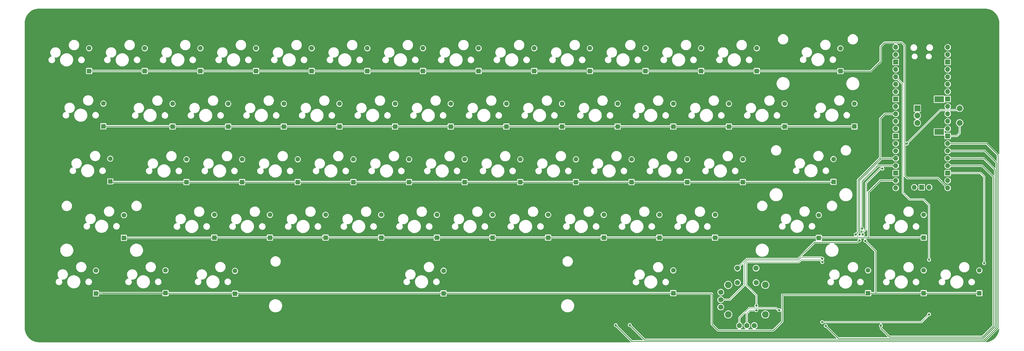
<source format=gbr>
G04 #@! TF.GenerationSoftware,KiCad,Pcbnew,7.0.6*
G04 #@! TF.CreationDate,2023-09-01T00:30:57-07:00*
G04 #@! TF.ProjectId,keyjoy,6b65796a-6f79-42e6-9b69-6361645f7063,rev?*
G04 #@! TF.SameCoordinates,Original*
G04 #@! TF.FileFunction,Copper,L1,Top*
G04 #@! TF.FilePolarity,Positive*
%FSLAX46Y46*%
G04 Gerber Fmt 4.6, Leading zero omitted, Abs format (unit mm)*
G04 Created by KiCad (PCBNEW 7.0.6) date 2023-09-01 00:30:57*
%MOMM*%
%LPD*%
G01*
G04 APERTURE LIST*
G04 #@! TA.AperFunction,ComponentPad*
%ADD10R,1.600000X1.600000*%
G04 #@! TD*
G04 #@! TA.AperFunction,ComponentPad*
%ADD11C,1.600000*%
G04 #@! TD*
G04 #@! TA.AperFunction,ComponentPad*
%ADD12C,1.778000*%
G04 #@! TD*
G04 #@! TA.AperFunction,ComponentPad*
%ADD13C,2.286000*%
G04 #@! TD*
G04 #@! TA.AperFunction,ComponentPad*
%ADD14R,2.000000X2.000000*%
G04 #@! TD*
G04 #@! TA.AperFunction,ComponentPad*
%ADD15C,2.000000*%
G04 #@! TD*
G04 #@! TA.AperFunction,ComponentPad*
%ADD16R,3.200000X2.000000*%
G04 #@! TD*
G04 #@! TA.AperFunction,ComponentPad*
%ADD17O,1.700000X1.700000*%
G04 #@! TD*
G04 #@! TA.AperFunction,ComponentPad*
%ADD18R,1.700000X1.700000*%
G04 #@! TD*
G04 #@! TA.AperFunction,ViaPad*
%ADD19C,0.800000*%
G04 #@! TD*
G04 #@! TA.AperFunction,Conductor*
%ADD20C,0.250000*%
G04 #@! TD*
G04 #@! TA.AperFunction,Conductor*
%ADD21C,0.200000*%
G04 #@! TD*
G04 APERTURE END LIST*
D10*
X252347590Y-230352334D03*
D11*
X252347590Y-222552334D03*
D10*
X290447590Y-230352334D03*
D11*
X290447590Y-222552334D03*
D10*
X299972590Y-211302334D03*
D11*
X299972590Y-203502334D03*
D10*
X190435090Y-173202334D03*
D11*
X190435090Y-165402334D03*
D10*
X204722590Y-211302334D03*
D11*
X204722590Y-203502334D03*
D10*
X319022590Y-211302334D03*
D11*
X319022590Y-203502334D03*
D10*
X333310090Y-192252334D03*
D11*
X333310090Y-184452334D03*
D12*
X393391235Y-240824521D03*
X399741235Y-240844321D03*
X393391235Y-245764521D03*
X399751235Y-245784521D03*
X394041235Y-260514521D03*
X396581235Y-260534521D03*
X399121235Y-260514521D03*
D13*
X390216235Y-246574521D03*
X390216235Y-256704521D03*
X402916235Y-256719321D03*
X402916235Y-246559321D03*
D12*
X387676235Y-249099321D03*
X387661235Y-251624521D03*
X387661235Y-254164521D03*
D10*
X457135090Y-249402334D03*
D11*
X457135090Y-241602334D03*
D10*
X476185090Y-249402334D03*
D11*
X476185090Y-241602334D03*
D10*
X399985090Y-173202334D03*
D11*
X399985090Y-165402334D03*
D10*
X328547590Y-230352334D03*
D11*
X328547590Y-222552334D03*
D10*
X266635090Y-173202334D03*
D11*
X266635090Y-165402334D03*
D10*
X233297590Y-230352334D03*
D11*
X233297590Y-222552334D03*
D10*
X366647590Y-230352334D03*
D11*
X366647590Y-222552334D03*
D10*
X228535090Y-173202334D03*
D11*
X228535090Y-165402334D03*
D10*
X285685090Y-173202334D03*
D11*
X285685090Y-165402334D03*
D10*
X309497590Y-230352334D03*
D11*
X309497590Y-222552334D03*
D10*
X371410090Y-249402334D03*
D11*
X371410090Y-241602334D03*
D10*
X395222590Y-211302334D03*
D11*
X395222590Y-203502334D03*
D10*
X347597590Y-230352334D03*
D11*
X347597590Y-222552334D03*
D10*
X271397590Y-230352334D03*
D11*
X271397590Y-222552334D03*
D10*
X457135090Y-230352334D03*
D11*
X457135090Y-222552334D03*
D10*
X323785090Y-173202334D03*
D11*
X323785090Y-165402334D03*
D10*
X171385090Y-173202334D03*
D11*
X171385090Y-165402334D03*
D14*
X454961348Y-186000862D03*
D15*
X454961348Y-191000862D03*
X454961348Y-188500862D03*
D16*
X462461348Y-182900862D03*
X462461348Y-194100862D03*
D15*
X469461348Y-191000862D03*
X469461348Y-186000862D03*
D10*
X257110090Y-192252334D03*
D11*
X257110090Y-184452334D03*
D10*
X371410090Y-192252334D03*
D11*
X371410090Y-184452334D03*
D10*
X219010090Y-192252334D03*
D11*
X219010090Y-184452334D03*
D10*
X295210090Y-192252334D03*
D11*
X295210090Y-184452334D03*
D10*
X338072590Y-211302334D03*
D11*
X338072590Y-203502334D03*
D10*
X361885090Y-173202334D03*
D11*
X361885090Y-165402334D03*
D10*
X280922590Y-211302334D03*
D11*
X280922590Y-203502334D03*
D10*
X357122590Y-211302334D03*
D11*
X357122590Y-203502334D03*
D10*
X214247590Y-230352334D03*
D11*
X214247590Y-222552334D03*
D10*
X342835090Y-173202334D03*
D11*
X342835090Y-165402334D03*
D10*
X247585090Y-173202334D03*
D11*
X247585090Y-165402334D03*
D10*
X385697590Y-230352334D03*
D11*
X385697590Y-222552334D03*
D10*
X223772590Y-211302334D03*
D11*
X223772590Y-203502334D03*
D10*
X352360090Y-192252334D03*
D11*
X352360090Y-184452334D03*
D10*
X261872590Y-211302334D03*
D11*
X261872590Y-203502334D03*
D10*
X390460090Y-192252334D03*
D11*
X390460090Y-184452334D03*
D10*
X438085090Y-249402334D03*
D11*
X438085090Y-241602334D03*
D10*
X314260090Y-192252334D03*
D11*
X314260090Y-184452334D03*
D10*
X199960090Y-192252334D03*
D11*
X199960090Y-184452334D03*
D10*
X376172590Y-211302334D03*
D11*
X376172590Y-203502334D03*
D10*
X238060090Y-192252334D03*
D11*
X238060090Y-184452334D03*
D10*
X304735090Y-173202334D03*
D11*
X304735090Y-165402334D03*
D10*
X209485090Y-173202334D03*
D11*
X209485090Y-165402334D03*
D10*
X242822590Y-211302334D03*
D11*
X242822590Y-203502334D03*
D10*
X409510090Y-192252334D03*
D11*
X409510090Y-184452334D03*
D10*
X276160090Y-192252334D03*
D11*
X276160090Y-184452334D03*
D10*
X380935090Y-173202334D03*
D11*
X380935090Y-165402334D03*
D10*
X428622763Y-173239635D03*
D11*
X428622763Y-165439635D03*
D10*
X433428817Y-192219003D03*
D11*
X433428817Y-184419003D03*
D10*
X197534122Y-249389286D03*
D11*
X197534122Y-241589286D03*
D10*
X183298640Y-230471413D03*
D11*
X183298640Y-222671413D03*
D10*
X421229467Y-230457573D03*
D11*
X421229467Y-222657573D03*
D10*
X173734708Y-249487226D03*
D11*
X173734708Y-241687226D03*
D10*
X176274940Y-192176878D03*
D11*
X176274940Y-184376878D03*
D10*
X292759326Y-249511273D03*
D11*
X292759326Y-241711273D03*
D17*
X465355420Y-165062046D03*
X465355420Y-167602046D03*
D18*
X465355420Y-170142046D03*
D17*
X465355420Y-172682046D03*
X465355420Y-175222046D03*
X465355420Y-177762046D03*
X465355420Y-180302046D03*
D18*
X465355420Y-182842046D03*
D17*
X465355420Y-185382046D03*
X465355420Y-187922046D03*
X465355420Y-190462046D03*
X465355420Y-193002046D03*
D18*
X465355420Y-195542046D03*
D17*
X465355420Y-198082046D03*
X465355420Y-200622046D03*
X465355420Y-203162046D03*
X465355420Y-205702046D03*
D18*
X465355420Y-208242046D03*
D17*
X465355420Y-210782046D03*
X465355420Y-213322046D03*
X447575420Y-213322046D03*
X447575420Y-210782046D03*
D18*
X447575420Y-208242046D03*
D17*
X447575420Y-205702046D03*
X447575420Y-203162046D03*
X447575420Y-200622046D03*
X447575420Y-198082046D03*
D18*
X447575420Y-195542046D03*
D17*
X447575420Y-193002046D03*
X447575420Y-190462046D03*
X447575420Y-187922046D03*
X447575420Y-185382046D03*
D18*
X447575420Y-182842046D03*
D17*
X447575420Y-180302046D03*
X447575420Y-177762046D03*
X447575420Y-175222046D03*
X447575420Y-172682046D03*
D18*
X447575420Y-170142046D03*
D17*
X447575420Y-167602046D03*
X447575420Y-165062046D03*
X459005420Y-213092046D03*
D18*
X456465420Y-213092046D03*
D17*
X453925420Y-213092046D03*
D10*
X178632497Y-211093286D03*
D11*
X178632497Y-203293286D03*
D10*
X426248888Y-211242680D03*
D11*
X426248888Y-203442680D03*
D10*
X221333537Y-249578170D03*
D11*
X221333537Y-241778170D03*
D19*
X399833588Y-255277268D03*
X477831591Y-239115289D03*
X458971576Y-256691151D03*
X435159763Y-229334123D03*
X458971278Y-237960126D03*
X356510874Y-260336811D03*
X436295625Y-229291367D03*
X399859494Y-253720071D03*
X351722987Y-260420871D03*
X442489791Y-260557690D03*
X407636597Y-255256908D03*
X437129667Y-231464561D03*
X436017347Y-227303857D03*
X422369568Y-259349400D03*
X442986466Y-206719335D03*
X451349925Y-198129009D03*
X435164942Y-231324013D03*
X422445669Y-238782218D03*
X423586099Y-260624889D03*
X422419015Y-237583623D03*
X433849492Y-229293445D03*
D20*
X481589494Y-207026068D02*
X477725472Y-203162046D01*
D21*
X396363189Y-239201631D02*
X396810915Y-238753905D01*
D20*
X178841545Y-211302334D02*
X178632497Y-211093286D01*
X440646179Y-234981073D02*
X437129667Y-231464561D01*
X447575420Y-187922046D02*
X443865642Y-187922046D01*
X408705637Y-259134158D02*
X408705637Y-249973272D01*
X449684700Y-163470960D02*
X450662868Y-164449128D01*
X443865642Y-187922046D02*
X443101863Y-188685825D01*
X442220404Y-189567284D02*
X442220404Y-201320082D01*
D21*
X437390840Y-227474816D02*
X437390840Y-211587548D01*
D20*
X450662868Y-209073030D02*
X451512847Y-209923009D01*
X435164942Y-231324013D02*
X434516155Y-231972800D01*
D21*
X407384752Y-255256908D02*
X407636597Y-255256908D01*
D20*
X442220404Y-201320082D02*
X442220404Y-202988170D01*
D21*
X415180024Y-237973828D02*
X421637279Y-237973828D01*
X436295625Y-228570031D02*
X437352755Y-227512901D01*
D20*
X477281797Y-264396003D02*
X480981753Y-260696047D01*
X204722590Y-211302334D02*
X426189234Y-211302334D01*
X439039096Y-173239635D02*
X442446403Y-169832328D01*
D21*
X396532704Y-237683052D02*
X401125467Y-237683052D01*
D20*
X438160372Y-214870735D02*
X442249061Y-210782046D01*
D21*
X451349925Y-198129009D02*
X462838219Y-186640715D01*
D20*
X478684651Y-198082046D02*
X465355420Y-198082046D01*
D21*
X437352755Y-227512901D02*
X437390840Y-227474816D01*
D20*
X477177714Y-205702046D02*
X465355420Y-205702046D01*
X440646179Y-249402334D02*
X476185090Y-249402334D01*
D21*
X414399947Y-238753905D02*
X415180024Y-237973828D01*
D20*
X436017347Y-227303857D02*
X436017347Y-211086050D01*
X436017347Y-211086050D02*
X441401351Y-205702046D01*
X480981753Y-209506085D02*
X477177714Y-205702046D01*
X434516155Y-231972800D02*
X419742809Y-231972800D01*
D21*
X458992738Y-256678283D02*
X458984444Y-256678283D01*
X449986155Y-214941602D02*
X449986155Y-177632781D01*
D20*
X371410090Y-249402334D02*
X371603259Y-249595503D01*
D21*
X414032557Y-237683052D02*
X416556109Y-235159500D01*
X396810915Y-238753905D02*
X414399947Y-238753905D01*
D20*
X423586099Y-260624889D02*
X427881466Y-264920256D01*
D21*
X415200839Y-237179360D02*
X422014752Y-237179360D01*
D20*
X482586534Y-261277842D02*
X482586534Y-201983929D01*
X478036128Y-200622046D02*
X465355420Y-200622046D01*
X435208734Y-229285152D02*
X435159763Y-229334123D01*
D21*
X469461348Y-194561181D02*
X468480483Y-195542046D01*
D20*
X438160372Y-230352334D02*
X457135090Y-230352334D01*
D21*
X394041235Y-257834022D02*
X394414700Y-257460557D01*
D20*
X214247590Y-230352334D02*
X214128511Y-230471413D01*
X482108913Y-204694831D02*
X478036128Y-200622046D01*
X440646179Y-249402334D02*
X440646179Y-234981073D01*
X428622763Y-173239635D02*
X439039096Y-173239635D01*
X199960090Y-192252334D02*
X433395486Y-192252334D01*
D21*
X468480483Y-195542046D02*
X465355420Y-195542046D01*
D20*
X437514152Y-249973272D02*
X438085090Y-249402334D01*
X477460855Y-264920256D02*
X481589494Y-260791617D01*
X357242604Y-265940488D02*
X477923888Y-265940488D01*
X438085090Y-249402334D02*
X440646179Y-249402334D01*
D21*
X422369568Y-259349400D02*
X456321621Y-259349400D01*
X477831591Y-239115289D02*
X477831591Y-209434228D01*
D20*
X384622896Y-249595503D02*
X384622896Y-260078579D01*
X443770854Y-163470960D02*
X449684700Y-163470960D01*
D21*
X416556109Y-235159500D02*
X416928782Y-234786827D01*
D20*
X204722590Y-211302334D02*
X178841545Y-211302334D01*
X441003150Y-204205424D02*
X434638448Y-210570126D01*
D21*
X452315728Y-217271175D02*
X449986155Y-214941602D01*
X399859494Y-253720071D02*
X399859494Y-250083795D01*
X396363189Y-246587490D02*
X396363189Y-239201631D01*
D20*
X442489791Y-261453142D02*
X445432652Y-264396003D01*
D21*
X476639409Y-208242046D02*
X465355420Y-208242046D01*
D20*
X461956383Y-209923009D02*
X465355420Y-213322046D01*
D21*
X449986155Y-177632781D02*
X447575420Y-175222046D01*
D20*
X434638448Y-210570126D02*
X434638448Y-214613334D01*
X445432652Y-264396003D02*
X477281797Y-264396003D01*
D21*
X436295625Y-229291367D02*
X436295625Y-228570031D01*
X396713503Y-238140105D02*
X414240094Y-238140105D01*
D20*
X477923888Y-265940488D02*
X482586534Y-261277842D01*
X405689415Y-262150380D02*
X408705637Y-259134158D01*
D21*
X421637279Y-237973828D02*
X422445669Y-238782218D01*
D20*
X442489791Y-260557690D02*
X442489791Y-261453142D01*
D21*
X437390840Y-211587548D02*
X442259053Y-206719335D01*
D20*
X443101863Y-188685825D02*
X442220404Y-189567284D01*
D21*
X422014752Y-237179360D02*
X422419015Y-237583623D01*
D20*
X442446403Y-169832328D02*
X442446403Y-164795411D01*
X447575420Y-203162046D02*
X442739570Y-203162046D01*
D21*
X395773747Y-239079861D02*
X396713503Y-238140105D01*
D20*
X442739570Y-203162046D02*
X437223499Y-208678117D01*
X419742809Y-231972800D02*
X416556109Y-235159500D01*
X171388423Y-173199001D02*
X428582129Y-173199001D01*
X408705637Y-249973272D02*
X437514152Y-249973272D01*
X199884634Y-192176878D02*
X176274940Y-192176878D01*
X214247590Y-230352334D02*
X438160372Y-230352334D01*
X482108913Y-261074574D02*
X482108913Y-204694831D01*
X356510874Y-260336811D02*
X361610859Y-265436796D01*
X434638448Y-214613334D02*
X434638448Y-228504489D01*
X482586534Y-201983929D02*
X478684651Y-198082046D01*
X442249061Y-210782046D02*
X447575420Y-210782046D01*
X434638448Y-228504489D02*
X433849492Y-229293445D01*
D21*
X458984444Y-256678283D02*
X458971576Y-256691151D01*
D20*
X481589494Y-260791617D02*
X481589494Y-207026068D01*
D21*
X399859494Y-250083795D02*
X396363189Y-246587490D01*
X458971278Y-219141658D02*
X457100795Y-217271175D01*
D20*
X477725472Y-203162046D02*
X465355420Y-203162046D01*
X384622896Y-260078579D02*
X386694697Y-262150380D01*
D21*
X397464374Y-255445165D02*
X397632271Y-255277268D01*
D20*
X176062078Y-249402334D02*
X176020459Y-249443953D01*
X480981753Y-260696047D02*
X480981753Y-209506085D01*
D21*
X442259053Y-206719335D02*
X442986466Y-206719335D01*
D20*
X437223499Y-208678117D02*
X435208734Y-210692882D01*
D21*
X401125467Y-237683052D02*
X414032557Y-237683052D01*
X397310925Y-254564332D02*
X406692176Y-254564332D01*
D20*
X441401351Y-205702046D02*
X447575420Y-205702046D01*
D21*
X390709838Y-251624521D02*
X395773747Y-246560612D01*
D20*
X351722987Y-260420871D02*
X357242604Y-265940488D01*
D21*
X394414700Y-257460557D02*
X397310925Y-254564332D01*
D20*
X386694697Y-262150380D02*
X405689415Y-262150380D01*
D21*
X456321621Y-259349400D02*
X458992738Y-256678283D01*
X387661235Y-251624521D02*
X390709838Y-251624521D01*
X414240094Y-238140105D02*
X415200839Y-237179360D01*
D20*
X433395486Y-192252334D02*
X433428817Y-192219003D01*
X361610859Y-265436796D02*
X477746691Y-265436796D01*
D21*
X397632271Y-255277268D02*
X399833588Y-255277268D01*
X393391235Y-240824521D02*
X396532704Y-237683052D01*
X468869435Y-186000862D02*
X469461348Y-186000862D01*
D20*
X428582129Y-173199001D02*
X428622763Y-173239635D01*
X199960090Y-192252334D02*
X199884634Y-192176878D01*
X451512847Y-209923009D02*
X461956383Y-209923009D01*
D21*
X458971278Y-237960126D02*
X458971278Y-219141658D01*
D20*
X442446403Y-164795411D02*
X443770854Y-163470960D01*
X214128511Y-230471413D02*
X183298640Y-230471413D01*
D21*
X394041235Y-260514521D02*
X394041235Y-257834022D01*
X395773747Y-246560612D02*
X395773747Y-239079861D01*
D20*
X171385090Y-173202334D02*
X171388423Y-173199001D01*
X371410090Y-249402334D02*
X176062078Y-249402334D01*
D21*
X477831591Y-209434228D02*
X476639409Y-208242046D01*
X469461348Y-191000862D02*
X469461348Y-194561181D01*
X468229582Y-186640715D02*
X468869435Y-186000862D01*
X396581235Y-260534521D02*
X396581235Y-256328304D01*
D20*
X173832648Y-249389286D02*
X197534122Y-249389286D01*
X435208734Y-210692882D02*
X435208734Y-214386618D01*
X450662868Y-164449128D02*
X450662868Y-209073030D01*
X477746691Y-265436796D02*
X482108913Y-261074574D01*
D21*
X457100795Y-217271175D02*
X452315728Y-217271175D01*
D20*
X442220404Y-202988170D02*
X441003150Y-204205424D01*
X438160372Y-230352334D02*
X438160372Y-214870735D01*
X426189234Y-211302334D02*
X426248888Y-211242680D01*
D21*
X406692176Y-254564332D02*
X407384752Y-255256908D01*
D20*
X435208734Y-214386618D02*
X435208734Y-229285152D01*
D21*
X396581235Y-256328304D02*
X397464374Y-255445165D01*
X462838219Y-186640715D02*
X468229582Y-186640715D01*
D20*
X427881466Y-264920256D02*
X477460855Y-264920256D01*
X173734708Y-249487226D02*
X173832648Y-249389286D01*
X371603259Y-249595503D02*
X384622896Y-249595503D01*
G04 #@! TA.AperFunction,NonConductor*
G36*
X482902136Y-261597441D02*
G01*
X482958972Y-261639988D01*
X482983783Y-261706508D01*
X482983984Y-261720993D01*
X482981062Y-261787917D01*
X482980583Y-261793395D01*
X482925507Y-262211710D01*
X482924552Y-262217125D01*
X482833230Y-262629043D01*
X482831807Y-262634355D01*
X482704929Y-263036749D01*
X482703049Y-263041916D01*
X482541582Y-263431728D01*
X482539258Y-263436712D01*
X482344441Y-263810952D01*
X482341691Y-263815714D01*
X482114993Y-264171558D01*
X482111839Y-264176063D01*
X481854982Y-264510808D01*
X481851448Y-264515020D01*
X481566412Y-264826084D01*
X481562524Y-264829972D01*
X481251443Y-265115028D01*
X481247231Y-265118562D01*
X480912502Y-265375412D01*
X480907998Y-265378566D01*
X480552148Y-265605271D01*
X480547386Y-265608020D01*
X480173142Y-265802844D01*
X480168159Y-265805168D01*
X479778355Y-265966635D01*
X479773188Y-265968516D01*
X479370794Y-266095396D01*
X479365483Y-266096819D01*
X478953564Y-266188146D01*
X478948149Y-266189101D01*
X478529834Y-266244180D01*
X478524356Y-266244659D01*
X478457395Y-266247583D01*
X478388466Y-266230572D01*
X478339677Y-266178995D01*
X478326517Y-266109229D01*
X478353165Y-266043423D01*
X478362794Y-266032617D01*
X482769011Y-261626400D01*
X482831321Y-261592376D01*
X482902136Y-261597441D01*
G37*
G04 #@! TD.AperFunction*
G04 #@! TA.AperFunction,NonConductor*
G36*
X478524360Y-151817539D02*
G01*
X478529834Y-151818017D01*
X478948156Y-151873090D01*
X478953566Y-151874044D01*
X479365486Y-151965364D01*
X479370790Y-151966785D01*
X479773211Y-152093668D01*
X479778350Y-152095539D01*
X480168133Y-152256991D01*
X480168172Y-152257007D01*
X480173140Y-152259323D01*
X480547417Y-152454160D01*
X480552156Y-152456897D01*
X480907985Y-152683585D01*
X480908003Y-152683596D01*
X480912507Y-152686750D01*
X481247244Y-152943602D01*
X481251456Y-152947137D01*
X481562536Y-153232190D01*
X481566424Y-153236078D01*
X481851466Y-153547148D01*
X481855001Y-153551360D01*
X482111849Y-153886090D01*
X482115003Y-153890595D01*
X482341704Y-154246446D01*
X482344453Y-154251208D01*
X482539270Y-154625448D01*
X482541594Y-154630432D01*
X482703060Y-155020248D01*
X482704941Y-155025415D01*
X482831813Y-155427806D01*
X482833236Y-155433118D01*
X482924555Y-155845035D01*
X482925510Y-155850450D01*
X482980581Y-156268767D01*
X482981060Y-156274245D01*
X482999589Y-156698660D01*
X482999589Y-201561756D01*
X482979587Y-201629877D01*
X482925931Y-201676370D01*
X482855657Y-201686474D01*
X482791077Y-201656980D01*
X482784494Y-201650851D01*
X478986947Y-197853304D01*
X478970560Y-197833126D01*
X478964734Y-197824209D01*
X478960597Y-197820989D01*
X478936762Y-197802438D01*
X478930919Y-197797276D01*
X478928169Y-197794526D01*
X478928167Y-197794524D01*
X478909155Y-197780951D01*
X478909154Y-197780951D01*
X478865840Y-197747237D01*
X478865837Y-197747236D01*
X478865835Y-197747234D01*
X478858928Y-197743496D01*
X478851851Y-197740036D01*
X478799247Y-197724375D01*
X478799247Y-197724374D01*
X478747311Y-197706546D01*
X478747310Y-197706546D01*
X478747307Y-197706545D01*
X478739565Y-197705253D01*
X478731738Y-197704277D01*
X478676895Y-197706546D01*
X466475844Y-197706546D01*
X466407723Y-197686544D01*
X466363054Y-197636710D01*
X466295093Y-197500225D01*
X466252134Y-197443338D01*
X466172185Y-197337467D01*
X466021460Y-197200064D01*
X466021459Y-197200063D01*
X465848068Y-197092704D01*
X465848061Y-197092700D01*
X465848057Y-197092698D01*
X465731552Y-197047564D01*
X465657877Y-197019022D01*
X465591049Y-197006529D01*
X465457396Y-196981546D01*
X465253444Y-196981546D01*
X465153203Y-197000284D01*
X465052962Y-197019022D01*
X464905609Y-197076106D01*
X464862783Y-197092698D01*
X464862782Y-197092698D01*
X464862781Y-197092699D01*
X464862771Y-197092704D01*
X464689380Y-197200063D01*
X464689379Y-197200064D01*
X464538654Y-197337467D01*
X464415749Y-197500221D01*
X464324836Y-197682800D01*
X464269023Y-197878961D01*
X464250205Y-198082046D01*
X464269023Y-198285130D01*
X464324836Y-198481291D01*
X464324837Y-198481293D01*
X464324838Y-198481296D01*
X464415747Y-198663867D01*
X464415748Y-198663868D01*
X464415749Y-198663870D01*
X464538654Y-198826624D01*
X464689379Y-198964027D01*
X464689380Y-198964028D01*
X464862771Y-199071387D01*
X464862774Y-199071388D01*
X464862783Y-199071394D01*
X465052964Y-199145070D01*
X465253444Y-199182546D01*
X465253446Y-199182546D01*
X465457394Y-199182546D01*
X465457396Y-199182546D01*
X465657876Y-199145070D01*
X465848057Y-199071394D01*
X466021461Y-198964027D01*
X466172184Y-198826625D01*
X466295093Y-198663867D01*
X466363054Y-198527381D01*
X466411322Y-198475320D01*
X466475844Y-198457546D01*
X478476924Y-198457546D01*
X478545045Y-198477548D01*
X478566019Y-198494451D01*
X482174129Y-202102561D01*
X482208155Y-202164873D01*
X482211034Y-202191656D01*
X482211034Y-203961724D01*
X482191032Y-204029845D01*
X482137376Y-204076338D01*
X482067102Y-204086442D01*
X482002522Y-204056948D01*
X481995939Y-204050819D01*
X478338424Y-200393304D01*
X478322037Y-200373126D01*
X478316211Y-200364209D01*
X478312074Y-200360989D01*
X478288239Y-200342438D01*
X478282396Y-200337276D01*
X478279646Y-200334526D01*
X478279644Y-200334524D01*
X478260632Y-200320951D01*
X478217317Y-200287237D01*
X478217314Y-200287236D01*
X478217312Y-200287234D01*
X478210405Y-200283496D01*
X478203328Y-200280036D01*
X478150724Y-200264375D01*
X478098788Y-200246546D01*
X478098787Y-200246546D01*
X478098784Y-200246545D01*
X478091042Y-200245253D01*
X478083215Y-200244277D01*
X478028372Y-200246546D01*
X466475844Y-200246546D01*
X466407723Y-200226544D01*
X466363054Y-200176710D01*
X466295093Y-200040225D01*
X466295090Y-200040221D01*
X466172185Y-199877467D01*
X466021460Y-199740064D01*
X466021459Y-199740063D01*
X465848068Y-199632704D01*
X465848061Y-199632700D01*
X465848057Y-199632698D01*
X465731552Y-199587564D01*
X465657877Y-199559022D01*
X465591049Y-199546529D01*
X465457396Y-199521546D01*
X465253444Y-199521546D01*
X465153203Y-199540284D01*
X465052962Y-199559022D01*
X464905609Y-199616106D01*
X464862783Y-199632698D01*
X464862782Y-199632698D01*
X464862781Y-199632699D01*
X464862771Y-199632704D01*
X464689380Y-199740063D01*
X464689379Y-199740064D01*
X464538654Y-199877467D01*
X464415749Y-200040221D01*
X464324836Y-200222800D01*
X464269023Y-200418961D01*
X464250205Y-200622046D01*
X464269023Y-200825130D01*
X464324836Y-201021291D01*
X464324837Y-201021293D01*
X464324838Y-201021296D01*
X464415747Y-201203867D01*
X464415748Y-201203868D01*
X464415749Y-201203870D01*
X464538654Y-201366624D01*
X464689379Y-201504027D01*
X464689380Y-201504028D01*
X464862771Y-201611387D01*
X464862774Y-201611388D01*
X464862783Y-201611394D01*
X465052964Y-201685070D01*
X465253444Y-201722546D01*
X465253446Y-201722546D01*
X465457394Y-201722546D01*
X465457396Y-201722546D01*
X465657876Y-201685070D01*
X465848057Y-201611394D01*
X466021461Y-201504027D01*
X466172184Y-201366625D01*
X466202052Y-201327074D01*
X466220817Y-201302224D01*
X466295093Y-201203867D01*
X466363054Y-201067381D01*
X466411322Y-201015320D01*
X466475844Y-200997546D01*
X477828401Y-200997546D01*
X477896522Y-201017548D01*
X477917496Y-201034451D01*
X481696508Y-204813463D01*
X481730534Y-204875775D01*
X481733413Y-204902558D01*
X481733413Y-206334758D01*
X481713411Y-206402879D01*
X481659755Y-206449372D01*
X481589481Y-206459476D01*
X481524901Y-206429982D01*
X481518318Y-206423853D01*
X478027768Y-202933304D01*
X478011381Y-202913126D01*
X478005555Y-202904209D01*
X478001418Y-202900989D01*
X477977583Y-202882438D01*
X477971740Y-202877276D01*
X477968990Y-202874526D01*
X477968988Y-202874524D01*
X477949976Y-202860951D01*
X477943913Y-202856232D01*
X477906661Y-202827237D01*
X477906658Y-202827236D01*
X477906656Y-202827234D01*
X477899749Y-202823496D01*
X477892672Y-202820036D01*
X477840068Y-202804375D01*
X477829281Y-202800672D01*
X477788132Y-202786546D01*
X477788131Y-202786546D01*
X477788128Y-202786545D01*
X477780386Y-202785253D01*
X477772559Y-202784277D01*
X477717716Y-202786546D01*
X466475844Y-202786546D01*
X466407723Y-202766544D01*
X466363054Y-202716710D01*
X466295093Y-202580225D01*
X466268786Y-202545389D01*
X466172185Y-202417467D01*
X466021460Y-202280064D01*
X466021459Y-202280063D01*
X465848068Y-202172704D01*
X465848061Y-202172700D01*
X465848057Y-202172698D01*
X465731553Y-202127564D01*
X465657877Y-202099022D01*
X465591049Y-202086529D01*
X465457396Y-202061546D01*
X465253444Y-202061546D01*
X465153203Y-202080284D01*
X465052962Y-202099022D01*
X464948565Y-202139466D01*
X464862783Y-202172698D01*
X464862782Y-202172698D01*
X464862781Y-202172699D01*
X464862771Y-202172704D01*
X464689380Y-202280063D01*
X464689379Y-202280064D01*
X464538654Y-202417467D01*
X464415749Y-202580221D01*
X464324836Y-202762800D01*
X464269023Y-202958961D01*
X464250205Y-203162045D01*
X464269023Y-203365130D01*
X464324836Y-203561291D01*
X464324837Y-203561293D01*
X464324838Y-203561296D01*
X464415747Y-203743867D01*
X464415748Y-203743868D01*
X464415749Y-203743870D01*
X464538654Y-203906624D01*
X464689379Y-204044027D01*
X464689380Y-204044028D01*
X464862771Y-204151387D01*
X464862774Y-204151388D01*
X464862783Y-204151394D01*
X465052964Y-204225070D01*
X465253444Y-204262546D01*
X465253446Y-204262546D01*
X465457394Y-204262546D01*
X465457396Y-204262546D01*
X465657876Y-204225070D01*
X465848057Y-204151394D01*
X466021461Y-204044027D01*
X466172184Y-203906625D01*
X466172439Y-203906288D01*
X466220817Y-203842224D01*
X466295093Y-203743867D01*
X466363054Y-203607381D01*
X466411322Y-203555320D01*
X466475844Y-203537546D01*
X477517745Y-203537546D01*
X477585866Y-203557548D01*
X477606840Y-203574451D01*
X481177090Y-207144701D01*
X481211115Y-207207011D01*
X481213994Y-207233794D01*
X481213994Y-208903098D01*
X481193992Y-208971219D01*
X481140336Y-209017712D01*
X481070062Y-209027816D01*
X481005482Y-208998322D01*
X480998899Y-208992193D01*
X477480010Y-205473304D01*
X477463623Y-205453126D01*
X477457797Y-205444209D01*
X477453660Y-205440989D01*
X477429825Y-205422438D01*
X477423982Y-205417276D01*
X477421232Y-205414526D01*
X477421230Y-205414524D01*
X477402218Y-205400951D01*
X477398226Y-205397844D01*
X477358903Y-205367237D01*
X477358900Y-205367236D01*
X477358898Y-205367234D01*
X477351991Y-205363496D01*
X477344914Y-205360036D01*
X477292310Y-205344375D01*
X477281523Y-205340672D01*
X477240374Y-205326546D01*
X477240373Y-205326546D01*
X477240370Y-205326545D01*
X477232628Y-205325253D01*
X477224801Y-205324277D01*
X477169958Y-205326546D01*
X466475844Y-205326546D01*
X466407723Y-205306544D01*
X466363054Y-205256710D01*
X466295093Y-205120225D01*
X466268786Y-205085389D01*
X466172185Y-204957467D01*
X466021460Y-204820064D01*
X466021459Y-204820063D01*
X465848068Y-204712704D01*
X465848061Y-204712700D01*
X465848057Y-204712698D01*
X465731553Y-204667564D01*
X465657877Y-204639022D01*
X465591049Y-204626529D01*
X465457396Y-204601546D01*
X465253444Y-204601546D01*
X465153203Y-204620284D01*
X465052962Y-204639022D01*
X464905609Y-204696106D01*
X464862783Y-204712698D01*
X464862782Y-204712698D01*
X464862781Y-204712699D01*
X464862771Y-204712704D01*
X464689380Y-204820063D01*
X464689379Y-204820064D01*
X464538654Y-204957467D01*
X464415749Y-205120221D01*
X464324836Y-205302800D01*
X464269023Y-205498961D01*
X464250205Y-205702045D01*
X464269023Y-205905130D01*
X464324836Y-206101291D01*
X464324837Y-206101293D01*
X464324838Y-206101296D01*
X464415747Y-206283867D01*
X464415748Y-206283868D01*
X464415749Y-206283870D01*
X464538654Y-206446624D01*
X464689379Y-206584027D01*
X464689380Y-206584028D01*
X464862771Y-206691387D01*
X464862774Y-206691388D01*
X464862783Y-206691394D01*
X465052964Y-206765070D01*
X465253444Y-206802546D01*
X465253446Y-206802546D01*
X465457394Y-206802546D01*
X465457396Y-206802546D01*
X465657876Y-206765070D01*
X465848057Y-206691394D01*
X466021461Y-206584027D01*
X466172184Y-206446625D01*
X466184635Y-206430138D01*
X466220048Y-206383243D01*
X466295093Y-206283867D01*
X466363054Y-206147381D01*
X466411322Y-206095320D01*
X466475844Y-206077546D01*
X476969987Y-206077546D01*
X477038108Y-206097548D01*
X477059082Y-206114451D01*
X480569348Y-209624717D01*
X480603374Y-209687029D01*
X480606253Y-209713812D01*
X480606253Y-260488318D01*
X480586251Y-260556439D01*
X480569348Y-260577413D01*
X477163164Y-263983598D01*
X477100852Y-264017624D01*
X477074069Y-264020503D01*
X445640379Y-264020503D01*
X445572258Y-264000501D01*
X445551284Y-263983598D01*
X442902196Y-261334509D01*
X442868170Y-261272197D01*
X442865291Y-261245414D01*
X442865291Y-261150793D01*
X442885293Y-261082672D01*
X442907739Y-261056480D01*
X442980268Y-260992225D01*
X442980274Y-260992220D01*
X443070011Y-260862213D01*
X443126028Y-260714508D01*
X443126028Y-260714507D01*
X443126029Y-260714505D01*
X443145069Y-260557693D01*
X443145069Y-260557686D01*
X443126029Y-260400874D01*
X443101734Y-260336814D01*
X443070011Y-260253167D01*
X443070007Y-260253162D01*
X443070007Y-260253160D01*
X442980274Y-260123160D01*
X442980272Y-260123158D01*
X442862031Y-260018407D01*
X442778163Y-259974389D01*
X442722156Y-259944994D01*
X442722155Y-259944993D01*
X442722152Y-259944992D01*
X442718774Y-259943711D01*
X442716657Y-259942108D01*
X442715407Y-259941452D01*
X442715516Y-259941244D01*
X442662173Y-259900852D01*
X442637729Y-259834196D01*
X442653203Y-259764906D01*
X442703681Y-259714981D01*
X442763456Y-259699900D01*
X456272202Y-259699900D01*
X456298060Y-259702582D01*
X456299472Y-259702878D01*
X456306936Y-259704443D01*
X456339502Y-259700383D01*
X456347293Y-259699900D01*
X456350662Y-259699900D01*
X456372162Y-259696312D01*
X456423010Y-259689974D01*
X456423012Y-259689973D01*
X456423014Y-259689973D01*
X456423015Y-259689972D01*
X456429970Y-259687901D01*
X456430048Y-259687875D01*
X456430120Y-259687853D01*
X456436992Y-259685493D01*
X456437002Y-259685492D01*
X456482065Y-259661104D01*
X456528105Y-259638598D01*
X456528111Y-259638591D01*
X456534025Y-259634369D01*
X456534083Y-259634324D01*
X456534153Y-259634273D01*
X456539871Y-259629822D01*
X456539879Y-259629818D01*
X456574578Y-259592124D01*
X458788985Y-257377715D01*
X458851294Y-257343693D01*
X458884969Y-257342121D01*
X458884969Y-257341651D01*
X459050559Y-257341651D01*
X459050561Y-257341651D01*
X459203941Y-257303847D01*
X459343816Y-257230434D01*
X459462059Y-257125681D01*
X459551796Y-256995674D01*
X459607813Y-256847969D01*
X459607813Y-256847968D01*
X459607814Y-256847966D01*
X459626854Y-256691154D01*
X459626854Y-256691147D01*
X459607814Y-256534335D01*
X459599968Y-256513649D01*
X459551796Y-256386628D01*
X459551792Y-256386623D01*
X459551792Y-256386621D01*
X459462059Y-256256621D01*
X459462057Y-256256619D01*
X459343816Y-256151868D01*
X459203941Y-256078455D01*
X459203937Y-256078453D01*
X459050563Y-256040651D01*
X459050561Y-256040651D01*
X458892591Y-256040651D01*
X458892588Y-256040651D01*
X458739214Y-256078453D01*
X458739210Y-256078455D01*
X458599335Y-256151868D01*
X458481094Y-256256619D01*
X458481092Y-256256621D01*
X458391359Y-256386621D01*
X458391358Y-256386624D01*
X458335337Y-256534335D01*
X458316298Y-256691148D01*
X458316298Y-256691152D01*
X458327081Y-256779959D01*
X458315436Y-256849994D01*
X458291095Y-256884242D01*
X456213344Y-258961995D01*
X456151032Y-258996020D01*
X456124249Y-258998900D01*
X422984182Y-258998900D01*
X422916061Y-258978898D01*
X422880486Y-258944476D01*
X422860051Y-258914870D01*
X422741808Y-258810117D01*
X422601933Y-258736704D01*
X422601929Y-258736702D01*
X422448555Y-258698900D01*
X422448553Y-258698900D01*
X422290583Y-258698900D01*
X422290580Y-258698900D01*
X422137206Y-258736702D01*
X422137202Y-258736704D01*
X421997327Y-258810117D01*
X421879086Y-258914868D01*
X421879084Y-258914870D01*
X421789351Y-259044870D01*
X421789350Y-259044873D01*
X421733329Y-259192584D01*
X421714290Y-259349396D01*
X421714290Y-259349403D01*
X421733329Y-259506215D01*
X421761339Y-259580070D01*
X421789348Y-259653923D01*
X421789349Y-259653925D01*
X421789350Y-259653926D01*
X421789351Y-259653929D01*
X421879084Y-259783929D01*
X421879085Y-259783930D01*
X421997328Y-259888683D01*
X422137203Y-259962096D01*
X422137204Y-259962096D01*
X422137206Y-259962097D01*
X422213893Y-259980998D01*
X422290583Y-259999900D01*
X422290585Y-259999900D01*
X422448551Y-259999900D01*
X422448553Y-259999900D01*
X422601933Y-259962096D01*
X422741808Y-259888683D01*
X422860051Y-259783930D01*
X422880486Y-259754323D01*
X422935643Y-259709625D01*
X422984182Y-259699900D01*
X442216126Y-259699900D01*
X442284247Y-259719902D01*
X442330740Y-259773558D01*
X442340844Y-259843832D01*
X442311350Y-259908412D01*
X442264139Y-259941384D01*
X442264175Y-259941452D01*
X442263641Y-259941731D01*
X442260808Y-259943711D01*
X442257429Y-259944992D01*
X442117550Y-260018407D01*
X441999309Y-260123158D01*
X441999307Y-260123160D01*
X441909574Y-260253160D01*
X441909573Y-260253163D01*
X441909572Y-260253165D01*
X441909571Y-260253167D01*
X441905442Y-260264055D01*
X441853552Y-260400874D01*
X441834513Y-260557686D01*
X441834513Y-260557693D01*
X441853552Y-260714505D01*
X441879038Y-260781704D01*
X441909571Y-260862213D01*
X441909572Y-260862215D01*
X441909573Y-260862216D01*
X441909574Y-260862219D01*
X441999307Y-260992219D01*
X441999313Y-260992225D01*
X442071843Y-261056480D01*
X442109569Y-261116624D01*
X442114291Y-261150793D01*
X442114291Y-261401131D01*
X442111609Y-261426988D01*
X442109423Y-261437409D01*
X442111758Y-261456136D01*
X442113807Y-261472578D01*
X442114291Y-261480367D01*
X442114291Y-261484256D01*
X442118132Y-261507282D01*
X442118133Y-261507282D01*
X442124923Y-261561762D01*
X442127174Y-261569322D01*
X442129724Y-261576750D01*
X442155846Y-261625019D01*
X442179965Y-261674354D01*
X442184546Y-261680769D01*
X442189367Y-261686964D01*
X442229762Y-261724150D01*
X444835272Y-264329661D01*
X444869298Y-264391973D01*
X444864233Y-264462788D01*
X444821686Y-264519624D01*
X444755166Y-264544435D01*
X444746177Y-264544756D01*
X428089193Y-264544756D01*
X428021072Y-264524754D01*
X428000098Y-264507851D01*
X424271305Y-260779058D01*
X424237279Y-260716746D01*
X424235319Y-260674776D01*
X424241377Y-260624889D01*
X424235646Y-260577686D01*
X424222337Y-260468073D01*
X424207392Y-260428668D01*
X424166319Y-260320366D01*
X424166315Y-260320361D01*
X424166315Y-260320359D01*
X424076582Y-260190359D01*
X424076580Y-260190357D01*
X423958339Y-260085606D01*
X423818464Y-260012193D01*
X423818460Y-260012191D01*
X423665086Y-259974389D01*
X423665084Y-259974389D01*
X423507114Y-259974389D01*
X423507111Y-259974389D01*
X423353737Y-260012191D01*
X423353733Y-260012193D01*
X423213858Y-260085606D01*
X423095617Y-260190357D01*
X423095615Y-260190359D01*
X423005882Y-260320359D01*
X423005881Y-260320362D01*
X423005880Y-260320364D01*
X423005879Y-260320366D01*
X422999641Y-260336814D01*
X422949860Y-260468073D01*
X422930821Y-260624885D01*
X422930821Y-260624892D01*
X422949860Y-260781704D01*
X422977810Y-260855400D01*
X423005879Y-260929412D01*
X423005880Y-260929414D01*
X423005881Y-260929415D01*
X423005882Y-260929418D01*
X423095615Y-261059418D01*
X423095617Y-261059420D01*
X423131685Y-261091373D01*
X423213859Y-261164172D01*
X423353734Y-261237585D01*
X423353735Y-261237585D01*
X423353737Y-261237586D01*
X423385498Y-261245414D01*
X423507114Y-261275389D01*
X423507116Y-261275389D01*
X423653372Y-261275389D01*
X423721493Y-261295391D01*
X423742467Y-261312294D01*
X427276374Y-264846201D01*
X427310400Y-264908513D01*
X427305335Y-264979328D01*
X427262788Y-265036164D01*
X427196268Y-265060975D01*
X427187279Y-265061296D01*
X361818586Y-265061296D01*
X361750465Y-265041294D01*
X361729491Y-265024391D01*
X357196080Y-260490980D01*
X357162054Y-260428668D01*
X357160094Y-260386698D01*
X357166152Y-260336811D01*
X357164626Y-260324241D01*
X357147112Y-260179995D01*
X357124786Y-260121127D01*
X357091094Y-260032288D01*
X357091090Y-260032283D01*
X357091090Y-260032281D01*
X357001357Y-259902281D01*
X357001355Y-259902279D01*
X356883114Y-259797528D01*
X356743239Y-259724115D01*
X356743235Y-259724113D01*
X356589861Y-259686311D01*
X356589859Y-259686311D01*
X356431889Y-259686311D01*
X356431886Y-259686311D01*
X356278512Y-259724113D01*
X356278508Y-259724115D01*
X356138633Y-259797528D01*
X356020392Y-259902279D01*
X356020390Y-259902281D01*
X355930657Y-260032281D01*
X355930656Y-260032284D01*
X355874635Y-260179995D01*
X355855596Y-260336807D01*
X355855596Y-260336814D01*
X355874635Y-260493626D01*
X355898932Y-260557690D01*
X355930654Y-260641334D01*
X355930655Y-260641336D01*
X355930656Y-260641337D01*
X355930657Y-260641340D01*
X356020390Y-260771340D01*
X356020392Y-260771342D01*
X356032092Y-260781707D01*
X356138634Y-260876094D01*
X356278509Y-260949507D01*
X356278510Y-260949507D01*
X356278512Y-260949508D01*
X356321702Y-260960153D01*
X356431889Y-260987311D01*
X356431891Y-260987311D01*
X356578146Y-260987311D01*
X356646267Y-261007313D01*
X356667241Y-261024216D01*
X360992918Y-265349893D01*
X361026944Y-265412205D01*
X361021879Y-265483020D01*
X360979332Y-265539856D01*
X360912812Y-265564667D01*
X360903823Y-265564988D01*
X357450331Y-265564988D01*
X357382210Y-265544986D01*
X357361236Y-265528083D01*
X352408193Y-260575039D01*
X352374167Y-260512727D01*
X352372207Y-260470760D01*
X352378265Y-260420871D01*
X352375837Y-260400872D01*
X352359225Y-260264055D01*
X352332944Y-260194759D01*
X352303207Y-260116348D01*
X352303203Y-260116343D01*
X352303203Y-260116341D01*
X352213470Y-259986341D01*
X352213468Y-259986339D01*
X352095227Y-259881588D01*
X351955352Y-259808175D01*
X351955348Y-259808173D01*
X351801974Y-259770371D01*
X351801972Y-259770371D01*
X351644002Y-259770371D01*
X351643999Y-259770371D01*
X351490625Y-259808173D01*
X351490621Y-259808175D01*
X351350746Y-259881588D01*
X351232505Y-259986339D01*
X351232503Y-259986341D01*
X351142770Y-260116341D01*
X351142769Y-260116344D01*
X351142768Y-260116346D01*
X351142767Y-260116348D01*
X351127078Y-260157715D01*
X351086748Y-260264055D01*
X351067709Y-260420867D01*
X351067709Y-260420874D01*
X351086748Y-260577686D01*
X351114758Y-260651541D01*
X351142767Y-260725394D01*
X351142768Y-260725396D01*
X351142769Y-260725397D01*
X351142770Y-260725400D01*
X351232503Y-260855400D01*
X351232504Y-260855401D01*
X351350747Y-260960154D01*
X351490622Y-261033567D01*
X351490623Y-261033567D01*
X351490625Y-261033568D01*
X351567312Y-261052469D01*
X351644002Y-261071371D01*
X351644004Y-261071371D01*
X351790260Y-261071371D01*
X351858381Y-261091373D01*
X351879355Y-261108276D01*
X356819133Y-266048054D01*
X356853159Y-266110366D01*
X356848094Y-266181181D01*
X356805547Y-266238017D01*
X356739027Y-266262828D01*
X356730038Y-266263149D01*
X154250090Y-266263149D01*
X154230508Y-266262294D01*
X153825819Y-266244623D01*
X153820341Y-266244144D01*
X153402024Y-266189071D01*
X153396609Y-266188116D01*
X152984689Y-266096796D01*
X152979378Y-266095373D01*
X152576987Y-265968500D01*
X152571820Y-265966619D01*
X152182012Y-265805156D01*
X152177029Y-265802832D01*
X151802769Y-265608006D01*
X151798014Y-265605261D01*
X151661405Y-265518232D01*
X151442171Y-265378564D01*
X151437667Y-265375410D01*
X151102920Y-265118553D01*
X151098717Y-265115026D01*
X150787640Y-264829979D01*
X150783755Y-264826094D01*
X150498699Y-264515012D01*
X150495165Y-264510800D01*
X150238311Y-264176066D01*
X150235165Y-264171574D01*
X150008455Y-263815714D01*
X150005710Y-263810959D01*
X149898849Y-263605685D01*
X149810879Y-263436698D01*
X149808563Y-263431730D01*
X149647093Y-263041914D01*
X149645213Y-263036747D01*
X149612179Y-262931982D01*
X149518330Y-262634340D01*
X149516916Y-262629063D01*
X149425589Y-262217127D01*
X149424634Y-262211712D01*
X149422866Y-262198284D01*
X149369554Y-261793369D01*
X149369079Y-261787938D01*
X149350590Y-261364541D01*
X149350590Y-253822205D01*
X232988910Y-253822205D01*
X233018986Y-254121168D01*
X233018987Y-254121175D01*
X233018988Y-254121178D01*
X233088647Y-254413482D01*
X233196646Y-254693893D01*
X233249550Y-254790431D01*
X233341055Y-254957407D01*
X233487354Y-255155966D01*
X233519300Y-255199323D01*
X233726654Y-255413726D01*
X233728200Y-255415324D01*
X233728204Y-255415327D01*
X233757949Y-255438816D01*
X233964023Y-255601551D01*
X234222564Y-255754685D01*
X234499210Y-255871993D01*
X234789023Y-255951381D01*
X235086832Y-255991433D01*
X235086836Y-255991433D01*
X235312106Y-255991433D01*
X235312110Y-255991433D01*
X235536896Y-255976385D01*
X235831364Y-255916532D01*
X236115228Y-255817964D01*
X236383420Y-255682440D01*
X236631157Y-255512379D01*
X236854016Y-255310815D01*
X237048020Y-255081345D01*
X237209708Y-254828065D01*
X237336195Y-254555493D01*
X237425223Y-254268495D01*
X237475203Y-253972191D01*
X237480218Y-253822205D01*
X332988910Y-253822205D01*
X333018986Y-254121168D01*
X333018987Y-254121175D01*
X333018988Y-254121178D01*
X333088647Y-254413482D01*
X333196646Y-254693893D01*
X333249550Y-254790431D01*
X333341055Y-254957407D01*
X333487354Y-255155966D01*
X333519300Y-255199323D01*
X333726654Y-255413726D01*
X333728200Y-255415324D01*
X333728204Y-255415327D01*
X333757949Y-255438816D01*
X333964023Y-255601551D01*
X334222564Y-255754685D01*
X334499210Y-255871993D01*
X334789023Y-255951381D01*
X335086832Y-255991433D01*
X335086836Y-255991433D01*
X335312106Y-255991433D01*
X335312110Y-255991433D01*
X335536896Y-255976385D01*
X335831364Y-255916532D01*
X336115228Y-255817964D01*
X336383420Y-255682440D01*
X336631157Y-255512379D01*
X336854016Y-255310815D01*
X337048020Y-255081345D01*
X337209708Y-254828065D01*
X337336195Y-254555493D01*
X337425223Y-254268495D01*
X337475203Y-253972191D01*
X337485244Y-253671869D01*
X337455166Y-253372888D01*
X337385507Y-253080584D01*
X337277508Y-252800173D01*
X337133098Y-252536658D01*
X336954854Y-252294743D01*
X336745956Y-252078744D01*
X336745955Y-252078743D01*
X336745953Y-252078741D01*
X336745949Y-252078738D01*
X336510136Y-251892519D01*
X336510131Y-251892515D01*
X336251590Y-251739381D01*
X335974944Y-251622073D01*
X335685131Y-251542685D01*
X335387322Y-251502633D01*
X335162044Y-251502633D01*
X334937258Y-251517680D01*
X334937258Y-251517681D01*
X334937249Y-251517682D01*
X334642796Y-251577532D01*
X334642786Y-251577535D01*
X334358926Y-251676101D01*
X334090731Y-251811627D01*
X333843004Y-251981681D01*
X333842998Y-251981686D01*
X333842997Y-251981687D01*
X333796775Y-252023491D01*
X333620139Y-252183249D01*
X333620126Y-252183263D01*
X333426134Y-252412720D01*
X333426128Y-252412728D01*
X333264447Y-252665997D01*
X333137962Y-252938563D01*
X333137959Y-252938570D01*
X333048931Y-253225569D01*
X332998951Y-253521870D01*
X332998951Y-253521874D01*
X332998951Y-253521875D01*
X332992325Y-253720074D01*
X332988910Y-253822205D01*
X237480218Y-253822205D01*
X237485244Y-253671869D01*
X237455166Y-253372888D01*
X237385507Y-253080584D01*
X237277508Y-252800173D01*
X237133098Y-252536658D01*
X236954854Y-252294743D01*
X236745956Y-252078744D01*
X236745955Y-252078743D01*
X236745953Y-252078741D01*
X236745949Y-252078738D01*
X236510136Y-251892519D01*
X236510131Y-251892515D01*
X236251590Y-251739381D01*
X235974944Y-251622073D01*
X235685131Y-251542685D01*
X235387322Y-251502633D01*
X235162044Y-251502633D01*
X234937258Y-251517680D01*
X234937258Y-251517681D01*
X234937249Y-251517682D01*
X234642796Y-251577532D01*
X234642786Y-251577535D01*
X234358926Y-251676101D01*
X234090731Y-251811627D01*
X233843004Y-251981681D01*
X233842998Y-251981686D01*
X233842997Y-251981687D01*
X233796775Y-252023491D01*
X233620139Y-252183249D01*
X233620126Y-252183263D01*
X233426134Y-252412720D01*
X233426128Y-252412728D01*
X233264447Y-252665997D01*
X233137962Y-252938563D01*
X233137959Y-252938570D01*
X233048931Y-253225569D01*
X232998951Y-253521870D01*
X232998951Y-253521874D01*
X232998951Y-253521875D01*
X232992325Y-253720074D01*
X232988910Y-253822205D01*
X149350590Y-253822205D01*
X149350590Y-250311903D01*
X172684208Y-250311903D01*
X172698741Y-250384965D01*
X172698742Y-250384966D01*
X172754107Y-250467827D01*
X172836968Y-250523192D01*
X172910034Y-250537726D01*
X174559382Y-250537726D01*
X174632448Y-250523192D01*
X174715309Y-250467827D01*
X174770674Y-250384966D01*
X174785208Y-250311900D01*
X174785208Y-249890785D01*
X174805210Y-249822665D01*
X174858866Y-249776172D01*
X174911208Y-249764786D01*
X175790630Y-249764786D01*
X175855126Y-249782544D01*
X175882074Y-249798602D01*
X175882076Y-249798602D01*
X175882078Y-249798603D01*
X176004727Y-249824320D01*
X176129085Y-249808819D01*
X176157712Y-249794823D01*
X176166277Y-249790637D01*
X176221616Y-249777834D01*
X196357622Y-249777834D01*
X196425743Y-249797836D01*
X196472236Y-249851492D01*
X196483622Y-249903834D01*
X196483621Y-250213960D01*
X196483622Y-250213963D01*
X196498155Y-250287025D01*
X196506874Y-250300074D01*
X196553521Y-250369887D01*
X196636382Y-250425252D01*
X196709448Y-250439786D01*
X198358796Y-250439786D01*
X198431862Y-250425252D01*
X198514723Y-250369887D01*
X198570088Y-250287026D01*
X198584622Y-250213960D01*
X198584622Y-249903834D01*
X198604624Y-249835713D01*
X198658280Y-249789220D01*
X198710622Y-249777834D01*
X220157037Y-249777834D01*
X220225158Y-249797836D01*
X220271651Y-249851492D01*
X220283037Y-249903834D01*
X220283037Y-250402847D01*
X220297570Y-250475909D01*
X220315942Y-250503404D01*
X220352936Y-250558771D01*
X220435797Y-250614136D01*
X220508863Y-250628670D01*
X222158211Y-250628670D01*
X222231277Y-250614136D01*
X222314138Y-250558771D01*
X222369503Y-250475910D01*
X222384037Y-250402844D01*
X222384037Y-249903834D01*
X222404039Y-249835713D01*
X222457695Y-249789220D01*
X222510037Y-249777834D01*
X291582826Y-249777834D01*
X291650947Y-249797836D01*
X291697440Y-249851492D01*
X291708826Y-249903834D01*
X291708826Y-250335950D01*
X291723359Y-250409010D01*
X291723359Y-250409012D01*
X291723360Y-250409013D01*
X291778725Y-250491874D01*
X291861586Y-250547239D01*
X291934652Y-250561773D01*
X293584000Y-250561773D01*
X293657066Y-250547239D01*
X293739927Y-250491874D01*
X293795292Y-250409013D01*
X293809826Y-250335947D01*
X293809826Y-249903833D01*
X293829828Y-249835713D01*
X293883484Y-249789220D01*
X293935826Y-249777834D01*
X370233590Y-249777834D01*
X370301711Y-249797836D01*
X370348204Y-249851492D01*
X370359590Y-249903834D01*
X370359590Y-250227011D01*
X370374123Y-250300073D01*
X370374124Y-250300074D01*
X370429489Y-250382935D01*
X370512350Y-250438300D01*
X370585416Y-250452834D01*
X372234764Y-250452834D01*
X372307830Y-250438300D01*
X372390691Y-250382935D01*
X372446056Y-250300074D01*
X372460590Y-250227008D01*
X372460590Y-250097002D01*
X372480592Y-250028882D01*
X372534248Y-249982389D01*
X372586590Y-249971003D01*
X384121396Y-249971003D01*
X384189517Y-249991005D01*
X384236010Y-250044661D01*
X384247396Y-250097003D01*
X384247396Y-260026568D01*
X384244714Y-260052425D01*
X384242528Y-260062846D01*
X384244863Y-260081573D01*
X384246912Y-260098015D01*
X384247396Y-260105804D01*
X384247396Y-260109693D01*
X384249303Y-260121123D01*
X384251238Y-260132719D01*
X384258028Y-260187199D01*
X384260279Y-260194759D01*
X384262829Y-260202187D01*
X384288951Y-260250456D01*
X384313070Y-260299791D01*
X384317651Y-260306206D01*
X384322472Y-260312401D01*
X384362867Y-260349587D01*
X386392398Y-262379118D01*
X386408783Y-262399293D01*
X386414613Y-262408216D01*
X386442580Y-262429983D01*
X386448431Y-262435151D01*
X386451179Y-262437899D01*
X386451182Y-262437901D01*
X386470179Y-262451465D01*
X386513503Y-262485186D01*
X386513506Y-262485188D01*
X386513508Y-262485189D01*
X386513509Y-262485189D01*
X386520436Y-262488938D01*
X386527492Y-262492387D01*
X386527495Y-262492387D01*
X386527498Y-262492390D01*
X386580100Y-262508050D01*
X386632037Y-262525880D01*
X386632039Y-262525880D01*
X386639778Y-262527172D01*
X386647609Y-262528148D01*
X386702453Y-262525880D01*
X405637404Y-262525880D01*
X405663262Y-262528561D01*
X405673683Y-262530747D01*
X405708851Y-262526363D01*
X405716641Y-262525880D01*
X405720522Y-262525880D01*
X405720529Y-262525880D01*
X405743555Y-262522037D01*
X405798041Y-262515246D01*
X405798042Y-262515245D01*
X405798045Y-262515245D01*
X405805551Y-262513010D01*
X405813019Y-262510445D01*
X405813025Y-262510445D01*
X405861292Y-262484324D01*
X405910626Y-262460206D01*
X405910628Y-262460203D01*
X405917018Y-262455641D01*
X405923234Y-262450802D01*
X405923241Y-262450799D01*
X405960423Y-262410408D01*
X408934379Y-259436451D01*
X408954555Y-259420067D01*
X408963473Y-259414242D01*
X408985243Y-259386269D01*
X408990408Y-259380422D01*
X408993156Y-259377676D01*
X409006722Y-259358674D01*
X409040446Y-259315347D01*
X409040446Y-259315344D01*
X409044190Y-259308427D01*
X409047647Y-259301357D01*
X409063307Y-259248753D01*
X409081137Y-259196818D01*
X409081137Y-259196813D01*
X409082431Y-259189057D01*
X409083405Y-259181245D01*
X409081137Y-259126402D01*
X409081137Y-250474772D01*
X409101139Y-250406651D01*
X409154795Y-250360158D01*
X409207137Y-250348772D01*
X437018135Y-250348772D01*
X437086256Y-250368774D01*
X437100617Y-250380348D01*
X437120618Y-250393712D01*
X437187350Y-250438300D01*
X437260416Y-250452834D01*
X438909764Y-250452834D01*
X438982830Y-250438300D01*
X439065691Y-250382935D01*
X439121056Y-250300074D01*
X439135590Y-250227008D01*
X439135590Y-249903834D01*
X439155592Y-249835713D01*
X439209248Y-249789220D01*
X439261590Y-249777834D01*
X440583519Y-249777834D01*
X440628037Y-249777834D01*
X440633241Y-249778049D01*
X440638795Y-249778509D01*
X440677616Y-249781726D01*
X440677759Y-249781689D01*
X440708689Y-249777834D01*
X455958590Y-249777834D01*
X456026711Y-249797836D01*
X456073204Y-249851492D01*
X456084590Y-249903834D01*
X456084590Y-250227011D01*
X456099123Y-250300073D01*
X456099124Y-250300074D01*
X456154489Y-250382935D01*
X456237350Y-250438300D01*
X456310416Y-250452834D01*
X457959764Y-250452834D01*
X458032830Y-250438300D01*
X458115691Y-250382935D01*
X458171056Y-250300074D01*
X458185590Y-250227008D01*
X458185590Y-249903834D01*
X458205592Y-249835713D01*
X458259248Y-249789220D01*
X458311590Y-249777834D01*
X475008590Y-249777834D01*
X475076711Y-249797836D01*
X475123204Y-249851492D01*
X475134590Y-249903834D01*
X475134590Y-250227011D01*
X475149123Y-250300073D01*
X475149124Y-250300074D01*
X475204489Y-250382935D01*
X475287350Y-250438300D01*
X475360416Y-250452834D01*
X477009764Y-250452834D01*
X477082830Y-250438300D01*
X477165691Y-250382935D01*
X477221056Y-250300074D01*
X477235590Y-250227008D01*
X477235590Y-248577660D01*
X477221056Y-248504594D01*
X477165691Y-248421733D01*
X477082830Y-248366368D01*
X477082829Y-248366367D01*
X477009767Y-248351834D01*
X477009764Y-248351834D01*
X475360416Y-248351834D01*
X475360412Y-248351834D01*
X475287350Y-248366367D01*
X475204489Y-248421733D01*
X475149123Y-248504594D01*
X475134590Y-248577656D01*
X475134590Y-248900834D01*
X475114588Y-248968955D01*
X475060932Y-249015448D01*
X475008590Y-249026834D01*
X458311590Y-249026834D01*
X458243469Y-249006832D01*
X458196976Y-248953176D01*
X458185590Y-248900834D01*
X458185590Y-248577659D01*
X458185589Y-248577656D01*
X458182994Y-248564612D01*
X458171056Y-248504594D01*
X458115691Y-248421733D01*
X458032830Y-248366368D01*
X458032829Y-248366367D01*
X457959767Y-248351834D01*
X457959764Y-248351834D01*
X456310416Y-248351834D01*
X456310412Y-248351834D01*
X456237350Y-248366367D01*
X456154489Y-248421733D01*
X456099123Y-248504594D01*
X456084590Y-248577656D01*
X456084590Y-248900834D01*
X456064588Y-248968955D01*
X456010932Y-249015448D01*
X455958590Y-249026834D01*
X441147679Y-249026834D01*
X441079558Y-249006832D01*
X441033065Y-248953176D01*
X441021679Y-248900834D01*
X441021679Y-245538537D01*
X443225751Y-245538537D01*
X443235977Y-245753229D01*
X443235978Y-245753240D01*
X443286652Y-245962122D01*
X443286653Y-245962124D01*
X443375944Y-246157644D01*
X443500624Y-246332733D01*
X443500626Y-246332735D01*
X443500627Y-246332736D01*
X443508876Y-246340601D01*
X443656187Y-246481061D01*
X443837010Y-246597269D01*
X444036558Y-246677156D01*
X444247618Y-246717834D01*
X444247622Y-246717834D01*
X444408706Y-246717834D01*
X444408708Y-246717834D01*
X444408709Y-246717833D01*
X444408727Y-246717833D01*
X444559708Y-246703415D01*
X444569061Y-246702522D01*
X444775299Y-246641965D01*
X444966349Y-246543472D01*
X445135307Y-246410602D01*
X445276066Y-246248158D01*
X445383538Y-246062011D01*
X445453840Y-245858888D01*
X445481326Y-245667710D01*
X447180813Y-245667710D01*
X447210970Y-245967487D01*
X447280821Y-246260597D01*
X447280822Y-246260598D01*
X447389110Y-246541763D01*
X447533916Y-246806001D01*
X447712644Y-247048572D01*
X447922110Y-247265158D01*
X448158575Y-247451892D01*
X448417820Y-247605443D01*
X448695218Y-247723070D01*
X448985819Y-247802674D01*
X449284437Y-247842834D01*
X449284441Y-247842834D01*
X449510330Y-247842834D01*
X449510334Y-247842834D01*
X449735724Y-247827746D01*
X450030993Y-247767730D01*
X450315627Y-247668894D01*
X450584549Y-247533002D01*
X450832959Y-247362478D01*
X451056423Y-247160366D01*
X451250955Y-246930273D01*
X451413083Y-246676304D01*
X451517016Y-246452334D01*
X451539911Y-246402997D01*
X451539911Y-246402995D01*
X451539913Y-246402992D01*
X451629183Y-246115213D01*
X451679299Y-245818104D01*
X451688646Y-245538537D01*
X453385751Y-245538537D01*
X453395977Y-245753229D01*
X453395978Y-245753240D01*
X453446652Y-245962122D01*
X453446653Y-245962124D01*
X453535944Y-246157644D01*
X453660624Y-246332733D01*
X453660626Y-246332735D01*
X453660627Y-246332736D01*
X453668876Y-246340601D01*
X453816187Y-246481061D01*
X453997010Y-246597269D01*
X454196558Y-246677156D01*
X454407618Y-246717834D01*
X454407622Y-246717834D01*
X454568706Y-246717834D01*
X454568708Y-246717834D01*
X454568709Y-246717833D01*
X454568727Y-246717833D01*
X454719708Y-246703415D01*
X454729061Y-246702522D01*
X454935299Y-246641965D01*
X455126349Y-246543472D01*
X455295307Y-246410602D01*
X455436066Y-246248158D01*
X455543538Y-246062011D01*
X455613840Y-245858888D01*
X455644429Y-245646131D01*
X455639304Y-245538537D01*
X462275751Y-245538537D01*
X462285977Y-245753229D01*
X462285978Y-245753240D01*
X462336652Y-245962122D01*
X462336653Y-245962124D01*
X462425944Y-246157644D01*
X462550624Y-246332733D01*
X462550626Y-246332735D01*
X462550627Y-246332736D01*
X462558876Y-246340601D01*
X462706187Y-246481061D01*
X462887010Y-246597269D01*
X463086558Y-246677156D01*
X463297618Y-246717834D01*
X463297622Y-246717834D01*
X463458706Y-246717834D01*
X463458708Y-246717834D01*
X463458709Y-246717833D01*
X463458727Y-246717833D01*
X463609708Y-246703415D01*
X463619061Y-246702522D01*
X463825299Y-246641965D01*
X464016349Y-246543472D01*
X464185307Y-246410602D01*
X464326066Y-246248158D01*
X464433538Y-246062011D01*
X464503840Y-245858888D01*
X464531326Y-245667710D01*
X466230813Y-245667710D01*
X466260970Y-245967487D01*
X466330821Y-246260597D01*
X466330822Y-246260598D01*
X466439110Y-246541763D01*
X466583916Y-246806001D01*
X466762643Y-247048572D01*
X466762644Y-247048572D01*
X466972110Y-247265158D01*
X467208575Y-247451892D01*
X467467820Y-247605443D01*
X467745218Y-247723070D01*
X468035819Y-247802674D01*
X468334437Y-247842834D01*
X468334441Y-247842834D01*
X468560330Y-247842834D01*
X468560334Y-247842834D01*
X468785724Y-247827746D01*
X469080993Y-247767730D01*
X469365627Y-247668894D01*
X469634549Y-247533002D01*
X469882959Y-247362478D01*
X470106423Y-247160366D01*
X470300955Y-246930273D01*
X470463083Y-246676304D01*
X470567016Y-246452334D01*
X470589911Y-246402997D01*
X470589911Y-246402995D01*
X470589913Y-246402992D01*
X470679183Y-246115213D01*
X470729299Y-245818104D01*
X470738646Y-245538537D01*
X472435751Y-245538537D01*
X472445977Y-245753229D01*
X472445978Y-245753240D01*
X472496652Y-245962122D01*
X472496653Y-245962124D01*
X472585944Y-246157644D01*
X472710624Y-246332733D01*
X472710626Y-246332735D01*
X472710627Y-246332736D01*
X472718876Y-246340601D01*
X472866187Y-246481061D01*
X473047010Y-246597269D01*
X473246558Y-246677156D01*
X473457618Y-246717834D01*
X473457622Y-246717834D01*
X473618706Y-246717834D01*
X473618708Y-246717834D01*
X473618709Y-246717833D01*
X473618727Y-246717833D01*
X473769708Y-246703415D01*
X473779061Y-246702522D01*
X473985299Y-246641965D01*
X474176349Y-246543472D01*
X474345307Y-246410602D01*
X474486066Y-246248158D01*
X474593538Y-246062011D01*
X474663840Y-245858888D01*
X474694429Y-245646131D01*
X474684202Y-245431430D01*
X474633527Y-245222544D01*
X474544236Y-245027024D01*
X474419556Y-244851935D01*
X474399244Y-244832568D01*
X474263993Y-244703607D01*
X474233213Y-244683826D01*
X474083170Y-244587399D01*
X473883622Y-244507512D01*
X473883621Y-244507511D01*
X473883619Y-244507511D01*
X473672566Y-244466834D01*
X473672562Y-244466834D01*
X473511472Y-244466834D01*
X473511452Y-244466834D01*
X473351129Y-244482144D01*
X473351114Y-244482147D01*
X473144878Y-244542703D01*
X472953831Y-244641195D01*
X472784873Y-244774066D01*
X472784867Y-244774071D01*
X472644113Y-244936511D01*
X472644112Y-244936512D01*
X472536642Y-245122656D01*
X472536641Y-245122658D01*
X472466341Y-245325775D01*
X472466340Y-245325778D01*
X472466340Y-245325780D01*
X472457289Y-245388731D01*
X472435751Y-245538537D01*
X470738646Y-245538537D01*
X470739367Y-245516965D01*
X470717195Y-245296564D01*
X470709209Y-245217180D01*
X470709208Y-245217178D01*
X470709208Y-245217172D01*
X470639359Y-244924073D01*
X470576213Y-244760118D01*
X470531069Y-244642904D01*
X470530133Y-244641196D01*
X470386265Y-244378669D01*
X470334686Y-244308666D01*
X470207535Y-244136095D01*
X470139836Y-244066095D01*
X469998070Y-243919510D01*
X469761609Y-243732779D01*
X469761607Y-243732777D01*
X469700006Y-243696291D01*
X469502360Y-243579225D01*
X469224962Y-243461598D01*
X468934361Y-243381994D01*
X468635743Y-243341834D01*
X468409846Y-243341834D01*
X468229533Y-243353904D01*
X468184455Y-243356922D01*
X468184447Y-243356923D01*
X467889190Y-243416937D01*
X467889182Y-243416939D01*
X467604557Y-243515772D01*
X467604548Y-243515776D01*
X467335629Y-243651666D01*
X467087219Y-243822191D01*
X467087213Y-243822196D01*
X466863756Y-244024302D01*
X466863755Y-244024304D01*
X466669225Y-244254394D01*
X466669219Y-244254402D01*
X466507098Y-244508360D01*
X466380268Y-244781670D01*
X466380267Y-244781675D01*
X466290997Y-245069453D01*
X466240881Y-245366560D01*
X466240728Y-245371127D01*
X466231535Y-245646127D01*
X466230813Y-245667710D01*
X464531326Y-245667710D01*
X464534429Y-245646131D01*
X464524202Y-245431430D01*
X464473527Y-245222544D01*
X464384236Y-245027024D01*
X464377558Y-245017646D01*
X464354339Y-244950556D01*
X464371077Y-244881561D01*
X464422460Y-244832568D01*
X464489609Y-244818913D01*
X464579869Y-244825677D01*
X464608645Y-244827834D01*
X464608648Y-244827834D01*
X464741535Y-244827834D01*
X464783138Y-244824716D01*
X464940457Y-244812927D01*
X465199895Y-244753711D01*
X465447611Y-244656490D01*
X465678070Y-244523435D01*
X465886123Y-244357517D01*
X465931448Y-244308669D01*
X465981800Y-244254402D01*
X466067125Y-244162444D01*
X466217030Y-243942574D01*
X466228138Y-243919509D01*
X466318061Y-243732780D01*
X466332491Y-243702816D01*
X466410929Y-243448528D01*
X466450590Y-243185389D01*
X466450590Y-242919279D01*
X466410929Y-242656140D01*
X466410841Y-242655856D01*
X466389337Y-242586140D01*
X466332491Y-242401852D01*
X466217030Y-242162095D01*
X466217027Y-242162091D01*
X466217024Y-242162085D01*
X466067129Y-241942230D01*
X466067125Y-241942224D01*
X466051343Y-241925215D01*
X465886126Y-241747153D01*
X465886121Y-241747149D01*
X465678074Y-241581236D01*
X465678066Y-241581230D01*
X465447613Y-241448178D01*
X465199898Y-241350958D01*
X465199896Y-241350957D01*
X464940463Y-241291742D01*
X464940459Y-241291741D01*
X464741535Y-241276834D01*
X464741532Y-241276834D01*
X464608648Y-241276834D01*
X464608645Y-241276834D01*
X464409720Y-241291741D01*
X464409716Y-241291742D01*
X464150283Y-241350957D01*
X464150281Y-241350958D01*
X463902566Y-241448178D01*
X463672113Y-241581230D01*
X463672105Y-241581236D01*
X463464058Y-241747149D01*
X463464053Y-241747153D01*
X463283060Y-241942217D01*
X463283050Y-241942230D01*
X463133151Y-242162091D01*
X463133146Y-242162099D01*
X463017692Y-242401843D01*
X462939252Y-242656133D01*
X462939251Y-242656139D01*
X462939251Y-242656140D01*
X462934674Y-242686505D01*
X462899589Y-242919283D01*
X462899589Y-243185384D01*
X462899590Y-243185389D01*
X462938836Y-243445776D01*
X462939251Y-243448526D01*
X462939252Y-243448534D01*
X462959994Y-243515776D01*
X463005339Y-243662780D01*
X463017691Y-243702821D01*
X463133151Y-243942575D01*
X463133155Y-243942582D01*
X463283050Y-244162437D01*
X463283060Y-244162450D01*
X463374654Y-244261164D01*
X463406326Y-244324705D01*
X463398617Y-244395282D01*
X463353975Y-244450487D01*
X463294268Y-244472295D01*
X463191129Y-244482144D01*
X463191114Y-244482147D01*
X462984878Y-244542703D01*
X462793831Y-244641195D01*
X462624873Y-244774066D01*
X462624867Y-244774071D01*
X462484113Y-244936511D01*
X462484112Y-244936512D01*
X462376642Y-245122656D01*
X462376641Y-245122658D01*
X462306341Y-245325775D01*
X462306340Y-245325778D01*
X462306340Y-245325780D01*
X462297289Y-245388731D01*
X462275751Y-245538537D01*
X455639304Y-245538537D01*
X455634202Y-245431430D01*
X455583527Y-245222544D01*
X455494236Y-245027024D01*
X455369556Y-244851935D01*
X455349244Y-244832568D01*
X455213993Y-244703607D01*
X455183213Y-244683826D01*
X455033170Y-244587399D01*
X454833622Y-244507512D01*
X454833621Y-244507511D01*
X454833619Y-244507511D01*
X454622566Y-244466834D01*
X454622562Y-244466834D01*
X454461472Y-244466834D01*
X454461452Y-244466834D01*
X454301129Y-244482144D01*
X454301114Y-244482147D01*
X454094878Y-244542703D01*
X453903831Y-244641195D01*
X453734873Y-244774066D01*
X453734867Y-244774071D01*
X453594113Y-244936511D01*
X453594112Y-244936512D01*
X453486642Y-245122656D01*
X453486641Y-245122658D01*
X453416341Y-245325775D01*
X453416340Y-245325778D01*
X453416340Y-245325780D01*
X453407289Y-245388731D01*
X453385751Y-245538537D01*
X451688646Y-245538537D01*
X451689367Y-245516965D01*
X451667195Y-245296564D01*
X451659209Y-245217180D01*
X451659208Y-245217178D01*
X451659208Y-245217172D01*
X451589359Y-244924073D01*
X451526213Y-244760118D01*
X451481069Y-244642904D01*
X451480133Y-244641196D01*
X451336265Y-244378669D01*
X451284686Y-244308666D01*
X451157535Y-244136095D01*
X451089836Y-244066095D01*
X450948070Y-243919510D01*
X450711609Y-243732779D01*
X450711607Y-243732777D01*
X450650006Y-243696291D01*
X450452360Y-243579225D01*
X450174962Y-243461598D01*
X449884361Y-243381994D01*
X449585743Y-243341834D01*
X449359846Y-243341834D01*
X449179533Y-243353904D01*
X449134455Y-243356922D01*
X449134447Y-243356923D01*
X448839190Y-243416937D01*
X448839182Y-243416939D01*
X448554557Y-243515772D01*
X448554548Y-243515776D01*
X448285629Y-243651666D01*
X448037219Y-243822191D01*
X448037213Y-243822196D01*
X447813756Y-244024302D01*
X447813755Y-244024304D01*
X447619225Y-244254394D01*
X447619219Y-244254402D01*
X447457098Y-244508360D01*
X447330268Y-244781670D01*
X447330267Y-244781675D01*
X447240997Y-245069453D01*
X447190881Y-245366560D01*
X447190728Y-245371127D01*
X447181535Y-245646127D01*
X447180813Y-245667710D01*
X445481326Y-245667710D01*
X445484429Y-245646131D01*
X445474202Y-245431430D01*
X445423527Y-245222544D01*
X445334236Y-245027024D01*
X445327558Y-245017646D01*
X445304339Y-244950556D01*
X445321077Y-244881561D01*
X445372460Y-244832568D01*
X445439609Y-244818913D01*
X445529869Y-244825677D01*
X445558645Y-244827834D01*
X445558648Y-244827834D01*
X445691535Y-244827834D01*
X445733138Y-244824716D01*
X445890457Y-244812927D01*
X446149895Y-244753711D01*
X446397611Y-244656490D01*
X446628070Y-244523435D01*
X446836123Y-244357517D01*
X446881448Y-244308669D01*
X446931800Y-244254402D01*
X447017125Y-244162444D01*
X447167030Y-243942574D01*
X447178138Y-243919509D01*
X447268061Y-243732780D01*
X447282491Y-243702816D01*
X447360929Y-243448528D01*
X447400590Y-243185389D01*
X447400590Y-242919279D01*
X447360929Y-242656140D01*
X447360841Y-242655856D01*
X447339337Y-242586140D01*
X447282491Y-242401852D01*
X447167030Y-242162095D01*
X447167027Y-242162091D01*
X447167024Y-242162085D01*
X447017129Y-241942230D01*
X447017125Y-241942224D01*
X447001343Y-241925215D01*
X446836126Y-241747153D01*
X446836121Y-241747149D01*
X446628074Y-241581236D01*
X446628066Y-241581230D01*
X446397613Y-241448178D01*
X446149898Y-241350958D01*
X446149896Y-241350957D01*
X445890463Y-241291742D01*
X445890459Y-241291741D01*
X445691535Y-241276834D01*
X445691532Y-241276834D01*
X445558648Y-241276834D01*
X445558645Y-241276834D01*
X445359720Y-241291741D01*
X445359716Y-241291742D01*
X445100283Y-241350957D01*
X445100281Y-241350958D01*
X444852566Y-241448178D01*
X444622113Y-241581230D01*
X444622105Y-241581236D01*
X444414058Y-241747149D01*
X444414053Y-241747153D01*
X444233060Y-241942217D01*
X444233050Y-241942230D01*
X444083151Y-242162091D01*
X444083146Y-242162099D01*
X443967692Y-242401843D01*
X443889252Y-242656133D01*
X443889251Y-242656139D01*
X443889251Y-242656140D01*
X443849590Y-242919279D01*
X443849590Y-243185389D01*
X443889251Y-243448526D01*
X443889252Y-243448534D01*
X443909994Y-243515776D01*
X443955339Y-243662780D01*
X443967691Y-243702821D01*
X444083151Y-243942575D01*
X444083155Y-243942582D01*
X444233050Y-244162437D01*
X444233060Y-244162450D01*
X444324654Y-244261164D01*
X444356326Y-244324705D01*
X444348617Y-244395282D01*
X444303975Y-244450487D01*
X444244268Y-244472295D01*
X444141129Y-244482144D01*
X444141114Y-244482147D01*
X443934878Y-244542703D01*
X443743831Y-244641195D01*
X443574873Y-244774066D01*
X443574867Y-244774071D01*
X443434113Y-244936511D01*
X443434112Y-244936512D01*
X443326642Y-245122656D01*
X443326641Y-245122658D01*
X443256341Y-245325775D01*
X443256340Y-245325778D01*
X443256340Y-245325780D01*
X443247289Y-245388731D01*
X443225751Y-245538537D01*
X441021679Y-245538537D01*
X441021679Y-240645389D01*
X450199590Y-240645389D01*
X450238039Y-240900485D01*
X450239251Y-240908526D01*
X450239252Y-240908534D01*
X450284309Y-241054601D01*
X450305970Y-241124825D01*
X450317691Y-241162821D01*
X450433151Y-241402575D01*
X450433155Y-241402582D01*
X450583050Y-241622437D01*
X450583060Y-241622450D01*
X450764053Y-241817514D01*
X450764058Y-241817518D01*
X450972105Y-241983431D01*
X450972113Y-241983437D01*
X451202566Y-242116489D01*
X451202569Y-242116490D01*
X451450285Y-242213711D01*
X451709723Y-242272927D01*
X451863924Y-242284482D01*
X451908645Y-242287834D01*
X451908648Y-242287834D01*
X452041535Y-242287834D01*
X452083138Y-242284716D01*
X452240457Y-242272927D01*
X452499895Y-242213711D01*
X452747611Y-242116490D01*
X452789872Y-242092091D01*
X452977401Y-241983821D01*
X452978070Y-241983435D01*
X453186123Y-241817517D01*
X453194712Y-241808261D01*
X453251077Y-241747514D01*
X453367125Y-241622444D01*
X453380834Y-241602337D01*
X456079507Y-241602337D01*
X456099788Y-241808261D01*
X456099789Y-241808267D01*
X456099790Y-241808268D01*
X456152926Y-241983435D01*
X456159858Y-242006288D01*
X456250430Y-242175736D01*
X456257405Y-242188784D01*
X456388680Y-242348744D01*
X456548640Y-242480019D01*
X456731136Y-242577566D01*
X456929156Y-242637634D01*
X456929160Y-242637634D01*
X456929162Y-242637635D01*
X457135087Y-242657917D01*
X457135090Y-242657917D01*
X457135093Y-242657917D01*
X457341017Y-242637635D01*
X457341018Y-242637634D01*
X457341024Y-242637634D01*
X457539044Y-242577566D01*
X457721540Y-242480019D01*
X457881500Y-242348744D01*
X458012775Y-242188784D01*
X458110322Y-242006288D01*
X458170390Y-241808268D01*
X458173355Y-241778170D01*
X458190673Y-241602337D01*
X458190673Y-241602330D01*
X458170391Y-241396406D01*
X458170390Y-241396404D01*
X458170390Y-241396400D01*
X458110322Y-241198380D01*
X458012775Y-241015884D01*
X457881500Y-240855924D01*
X457721540Y-240724649D01*
X457721538Y-240724648D01*
X457721537Y-240724647D01*
X457573247Y-240645384D01*
X469249589Y-240645384D01*
X469254199Y-240675971D01*
X469288038Y-240900483D01*
X469289251Y-240908526D01*
X469289252Y-240908534D01*
X469334309Y-241054601D01*
X469355970Y-241124825D01*
X469367691Y-241162821D01*
X469483151Y-241402575D01*
X469483155Y-241402582D01*
X469633050Y-241622437D01*
X469633060Y-241622450D01*
X469814053Y-241817514D01*
X469814058Y-241817518D01*
X470022105Y-241983431D01*
X470022113Y-241983437D01*
X470252566Y-242116489D01*
X470252569Y-242116490D01*
X470500285Y-242213711D01*
X470759723Y-242272927D01*
X470913924Y-242284482D01*
X470958645Y-242287834D01*
X470958648Y-242287834D01*
X471091535Y-242287834D01*
X471133138Y-242284716D01*
X471290457Y-242272927D01*
X471549895Y-242213711D01*
X471797611Y-242116490D01*
X471839872Y-242092091D01*
X472027401Y-241983821D01*
X472028070Y-241983435D01*
X472236123Y-241817517D01*
X472244712Y-241808261D01*
X472301077Y-241747514D01*
X472417125Y-241622444D01*
X472430834Y-241602337D01*
X475129507Y-241602337D01*
X475149788Y-241808261D01*
X475149789Y-241808267D01*
X475149790Y-241808268D01*
X475202926Y-241983435D01*
X475209858Y-242006288D01*
X475300430Y-242175736D01*
X475307405Y-242188784D01*
X475438680Y-242348744D01*
X475598640Y-242480019D01*
X475781136Y-242577566D01*
X475979156Y-242637634D01*
X475979160Y-242637634D01*
X475979162Y-242637635D01*
X476185087Y-242657917D01*
X476185090Y-242657917D01*
X476185093Y-242657917D01*
X476391017Y-242637635D01*
X476391018Y-242637634D01*
X476391024Y-242637634D01*
X476589044Y-242577566D01*
X476771540Y-242480019D01*
X476931500Y-242348744D01*
X477062775Y-242188784D01*
X477160322Y-242006288D01*
X477220390Y-241808268D01*
X477223355Y-241778170D01*
X477240673Y-241602337D01*
X477240673Y-241602330D01*
X477220391Y-241396406D01*
X477220390Y-241396404D01*
X477220390Y-241396400D01*
X477160322Y-241198380D01*
X477062775Y-241015884D01*
X476931500Y-240855924D01*
X476771540Y-240724649D01*
X476771538Y-240724648D01*
X476771537Y-240724647D01*
X476589044Y-240627102D01*
X476418567Y-240575389D01*
X476391024Y-240567034D01*
X476391023Y-240567033D01*
X476391017Y-240567032D01*
X476185093Y-240546751D01*
X476185087Y-240546751D01*
X475979162Y-240567032D01*
X475781135Y-240627102D01*
X475598642Y-240724647D01*
X475438680Y-240855924D01*
X475307403Y-241015886D01*
X475209858Y-241198379D01*
X475149788Y-241396406D01*
X475129507Y-241602330D01*
X475129507Y-241602337D01*
X472430834Y-241602337D01*
X472567030Y-241402574D01*
X472578779Y-241378178D01*
X472668571Y-241191722D01*
X472682491Y-241162816D01*
X472760929Y-240908528D01*
X472800590Y-240645389D01*
X472800590Y-240379279D01*
X472760929Y-240116140D01*
X472682491Y-239861852D01*
X472567030Y-239622095D01*
X472567027Y-239622091D01*
X472567024Y-239622085D01*
X472417129Y-239402230D01*
X472417125Y-239402224D01*
X472417119Y-239402217D01*
X472236126Y-239207153D01*
X472236121Y-239207149D01*
X472028074Y-239041236D01*
X472028066Y-239041230D01*
X471797613Y-238908178D01*
X471549898Y-238810958D01*
X471549896Y-238810957D01*
X471290463Y-238751742D01*
X471290459Y-238751741D01*
X471091535Y-238736834D01*
X471091532Y-238736834D01*
X470958648Y-238736834D01*
X470958645Y-238736834D01*
X470759720Y-238751741D01*
X470759716Y-238751742D01*
X470500283Y-238810957D01*
X470500281Y-238810958D01*
X470252566Y-238908178D01*
X470022113Y-239041230D01*
X470022105Y-239041236D01*
X469814058Y-239207149D01*
X469814053Y-239207153D01*
X469633060Y-239402217D01*
X469633050Y-239402230D01*
X469483151Y-239622091D01*
X469483146Y-239622099D01*
X469367692Y-239861843D01*
X469289252Y-240116133D01*
X469289251Y-240116141D01*
X469249589Y-240379283D01*
X469249589Y-240645384D01*
X457573247Y-240645384D01*
X457539044Y-240627102D01*
X457368567Y-240575389D01*
X457341024Y-240567034D01*
X457341023Y-240567033D01*
X457341017Y-240567032D01*
X457135093Y-240546751D01*
X457135087Y-240546751D01*
X456929162Y-240567032D01*
X456731135Y-240627102D01*
X456548642Y-240724647D01*
X456388680Y-240855924D01*
X456257403Y-241015886D01*
X456159858Y-241198379D01*
X456099788Y-241396406D01*
X456079507Y-241602330D01*
X456079507Y-241602337D01*
X453380834Y-241602337D01*
X453517030Y-241402574D01*
X453528779Y-241378178D01*
X453618571Y-241191722D01*
X453632491Y-241162816D01*
X453710929Y-240908528D01*
X453750590Y-240645389D01*
X453750590Y-240379279D01*
X453710929Y-240116140D01*
X453632491Y-239861852D01*
X453517030Y-239622095D01*
X453517027Y-239622091D01*
X453517024Y-239622085D01*
X453367129Y-239402230D01*
X453367125Y-239402224D01*
X453367119Y-239402217D01*
X453186126Y-239207153D01*
X453186121Y-239207149D01*
X452978074Y-239041236D01*
X452978066Y-239041230D01*
X452747613Y-238908178D01*
X452499898Y-238810958D01*
X452499896Y-238810957D01*
X452240463Y-238751742D01*
X452240459Y-238751741D01*
X452041535Y-238736834D01*
X452041532Y-238736834D01*
X451908648Y-238736834D01*
X451908645Y-238736834D01*
X451709720Y-238751741D01*
X451709716Y-238751742D01*
X451450283Y-238810957D01*
X451450281Y-238810958D01*
X451202566Y-238908178D01*
X450972113Y-239041230D01*
X450972105Y-239041236D01*
X450764058Y-239207149D01*
X450764053Y-239207153D01*
X450583060Y-239402217D01*
X450583050Y-239402230D01*
X450433151Y-239622091D01*
X450433146Y-239622099D01*
X450317692Y-239861843D01*
X450239252Y-240116133D01*
X450239251Y-240116139D01*
X450239251Y-240116140D01*
X450199590Y-240379279D01*
X450199590Y-240645389D01*
X441021679Y-240645389D01*
X441021678Y-235033085D01*
X441024361Y-235007223D01*
X441026546Y-234996805D01*
X441022162Y-234961636D01*
X441021679Y-234953847D01*
X441021679Y-234949959D01*
X441017836Y-234926933D01*
X441017283Y-234922496D01*
X441011045Y-234872447D01*
X441011043Y-234872443D01*
X441008803Y-234864918D01*
X441006244Y-234857466D01*
X441006244Y-234857463D01*
X440980123Y-234809195D01*
X440956005Y-234759862D01*
X440956003Y-234759860D01*
X440956003Y-234759859D01*
X440951427Y-234753450D01*
X440946601Y-234747250D01*
X440906207Y-234710064D01*
X437814873Y-231618730D01*
X437780847Y-231556418D01*
X437778887Y-231514448D01*
X437784945Y-231464561D01*
X437783422Y-231452014D01*
X437765905Y-231307745D01*
X437744033Y-231250074D01*
X437709887Y-231160038D01*
X437709883Y-231160033D01*
X437709883Y-231160031D01*
X437620150Y-231030031D01*
X437620148Y-231030029D01*
X437527721Y-230948147D01*
X437489995Y-230888003D01*
X437490775Y-230817011D01*
X437529812Y-230757709D01*
X437594713Y-230728927D01*
X437611274Y-230727834D01*
X438097712Y-230727834D01*
X438142230Y-230727834D01*
X438147434Y-230728049D01*
X438152988Y-230728509D01*
X438191809Y-230731726D01*
X438191952Y-230731689D01*
X438222882Y-230727834D01*
X455958590Y-230727834D01*
X456026711Y-230747836D01*
X456073204Y-230801492D01*
X456084590Y-230853834D01*
X456084590Y-231177011D01*
X456099123Y-231250073D01*
X456099124Y-231250074D01*
X456154489Y-231332935D01*
X456237350Y-231388300D01*
X456310416Y-231402834D01*
X457959764Y-231402834D01*
X458032830Y-231388300D01*
X458115691Y-231332935D01*
X458171056Y-231250074D01*
X458185590Y-231177008D01*
X458185590Y-229527660D01*
X458171056Y-229454594D01*
X458115691Y-229371733D01*
X458032830Y-229316368D01*
X458032829Y-229316367D01*
X457959767Y-229301834D01*
X457959764Y-229301834D01*
X456310416Y-229301834D01*
X456310412Y-229301834D01*
X456237350Y-229316367D01*
X456154489Y-229371733D01*
X456099123Y-229454594D01*
X456084590Y-229527656D01*
X456084590Y-229850834D01*
X456064588Y-229918955D01*
X456010932Y-229965448D01*
X455958590Y-229976834D01*
X438661872Y-229976834D01*
X438593751Y-229956832D01*
X438547258Y-229903176D01*
X438535872Y-229850834D01*
X438535872Y-226488537D01*
X443225751Y-226488537D01*
X443235977Y-226703229D01*
X443235978Y-226703240D01*
X443286652Y-226912122D01*
X443286653Y-226912124D01*
X443375944Y-227107644D01*
X443500624Y-227282733D01*
X443500626Y-227282735D01*
X443500627Y-227282736D01*
X443549813Y-227329634D01*
X443656187Y-227431061D01*
X443837010Y-227547269D01*
X444036558Y-227627156D01*
X444247618Y-227667834D01*
X444247622Y-227667834D01*
X444408706Y-227667834D01*
X444408708Y-227667834D01*
X444408709Y-227667833D01*
X444408727Y-227667833D01*
X444559708Y-227653415D01*
X444569061Y-227652522D01*
X444775299Y-227591965D01*
X444966349Y-227493472D01*
X445135307Y-227360602D01*
X445276066Y-227198158D01*
X445383538Y-227012011D01*
X445453840Y-226808888D01*
X445481326Y-226617710D01*
X447180813Y-226617710D01*
X447210970Y-226917487D01*
X447280821Y-227210597D01*
X447280822Y-227210598D01*
X447389110Y-227491763D01*
X447533916Y-227756001D01*
X447652211Y-227916552D01*
X447712644Y-227998572D01*
X447922110Y-228215158D01*
X448158575Y-228401892D01*
X448417820Y-228555443D01*
X448695218Y-228673070D01*
X448985819Y-228752674D01*
X449284437Y-228792834D01*
X449284441Y-228792834D01*
X449510330Y-228792834D01*
X449510334Y-228792834D01*
X449735724Y-228777746D01*
X450030993Y-228717730D01*
X450315627Y-228618894D01*
X450584549Y-228483002D01*
X450832959Y-228312478D01*
X451056423Y-228110366D01*
X451250955Y-227880273D01*
X451413083Y-227626304D01*
X451523084Y-227389258D01*
X451539911Y-227352997D01*
X451539911Y-227352995D01*
X451539913Y-227352992D01*
X451629183Y-227065213D01*
X451679299Y-226768104D01*
X451688646Y-226488537D01*
X453385751Y-226488537D01*
X453395977Y-226703229D01*
X453395978Y-226703240D01*
X453446652Y-226912122D01*
X453446653Y-226912124D01*
X453535944Y-227107644D01*
X453660624Y-227282733D01*
X453660626Y-227282735D01*
X453660627Y-227282736D01*
X453709813Y-227329634D01*
X453816187Y-227431061D01*
X453997010Y-227547269D01*
X454196558Y-227627156D01*
X454407618Y-227667834D01*
X454407622Y-227667834D01*
X454568706Y-227667834D01*
X454568708Y-227667834D01*
X454568709Y-227667833D01*
X454568727Y-227667833D01*
X454719708Y-227653415D01*
X454729061Y-227652522D01*
X454935299Y-227591965D01*
X455126349Y-227493472D01*
X455295307Y-227360602D01*
X455436066Y-227198158D01*
X455543538Y-227012011D01*
X455613840Y-226808888D01*
X455644429Y-226596131D01*
X455634202Y-226381430D01*
X455583527Y-226172544D01*
X455494236Y-225977024D01*
X455369556Y-225801935D01*
X455349244Y-225782568D01*
X455213993Y-225653607D01*
X455183034Y-225633711D01*
X455033170Y-225537399D01*
X454833622Y-225457512D01*
X454833621Y-225457511D01*
X454833619Y-225457511D01*
X454622566Y-225416834D01*
X454622562Y-225416834D01*
X454461472Y-225416834D01*
X454461452Y-225416834D01*
X454301129Y-225432144D01*
X454301114Y-225432147D01*
X454094878Y-225492703D01*
X453903831Y-225591195D01*
X453734873Y-225724066D01*
X453734867Y-225724071D01*
X453594113Y-225886511D01*
X453594112Y-225886512D01*
X453486642Y-226072656D01*
X453486641Y-226072658D01*
X453416341Y-226275775D01*
X453416340Y-226275778D01*
X453416340Y-226275780D01*
X453401151Y-226381427D01*
X453385751Y-226488537D01*
X451688646Y-226488537D01*
X451689367Y-226466965D01*
X451667195Y-226246564D01*
X451659209Y-226167180D01*
X451659208Y-226167178D01*
X451659208Y-226167172D01*
X451589359Y-225874073D01*
X451519592Y-225692927D01*
X451481069Y-225592904D01*
X451480133Y-225591196D01*
X451336265Y-225328669D01*
X451284686Y-225258666D01*
X451157535Y-225086095D01*
X451089836Y-225016095D01*
X450948070Y-224869510D01*
X450711609Y-224682779D01*
X450711607Y-224682777D01*
X450650006Y-224646291D01*
X450452360Y-224529225D01*
X450174962Y-224411598D01*
X449884361Y-224331994D01*
X449585743Y-224291834D01*
X449359846Y-224291834D01*
X449179534Y-224303904D01*
X449134455Y-224306922D01*
X449134447Y-224306923D01*
X448839190Y-224366937D01*
X448839182Y-224366939D01*
X448554557Y-224465772D01*
X448554548Y-224465776D01*
X448285629Y-224601666D01*
X448037219Y-224772191D01*
X448037213Y-224772196D01*
X447813756Y-224974302D01*
X447813755Y-224974304D01*
X447619225Y-225204394D01*
X447619219Y-225204402D01*
X447457098Y-225458360D01*
X447330268Y-225731670D01*
X447330267Y-225731675D01*
X447240997Y-226019453D01*
X447190881Y-226316560D01*
X447190880Y-226316564D01*
X447190881Y-226316564D01*
X447181535Y-226596127D01*
X447180813Y-226617710D01*
X445481326Y-226617710D01*
X445484429Y-226596131D01*
X445474202Y-226381430D01*
X445423527Y-226172544D01*
X445334236Y-225977024D01*
X445327558Y-225967646D01*
X445304339Y-225900556D01*
X445321077Y-225831561D01*
X445372460Y-225782568D01*
X445439609Y-225768913D01*
X445529869Y-225775677D01*
X445558645Y-225777834D01*
X445558648Y-225777834D01*
X445691535Y-225777834D01*
X445733138Y-225774716D01*
X445890457Y-225762927D01*
X446149895Y-225703711D01*
X446397611Y-225606490D01*
X446628070Y-225473435D01*
X446836123Y-225307517D01*
X446881448Y-225258669D01*
X446931800Y-225204402D01*
X447017125Y-225112444D01*
X447167030Y-224892574D01*
X447178138Y-224869509D01*
X447268061Y-224682780D01*
X447282491Y-224652816D01*
X447360929Y-224398528D01*
X447400590Y-224135389D01*
X447400590Y-223869279D01*
X447360929Y-223606140D01*
X447282491Y-223351852D01*
X447167030Y-223112095D01*
X447167027Y-223112091D01*
X447167024Y-223112085D01*
X447017129Y-222892230D01*
X447017125Y-222892224D01*
X447017119Y-222892217D01*
X446836126Y-222697153D01*
X446836121Y-222697149D01*
X446628074Y-222531236D01*
X446628066Y-222531230D01*
X446397613Y-222398178D01*
X446149898Y-222300958D01*
X446149896Y-222300957D01*
X445890463Y-222241742D01*
X445890459Y-222241741D01*
X445691535Y-222226834D01*
X445691532Y-222226834D01*
X445558648Y-222226834D01*
X445558645Y-222226834D01*
X445359720Y-222241741D01*
X445359716Y-222241742D01*
X445100283Y-222300957D01*
X445100281Y-222300958D01*
X444852566Y-222398178D01*
X444622113Y-222531230D01*
X444622105Y-222531236D01*
X444414058Y-222697149D01*
X444414053Y-222697153D01*
X444233060Y-222892217D01*
X444233050Y-222892230D01*
X444083151Y-223112091D01*
X444083146Y-223112099D01*
X443967692Y-223351843D01*
X443889252Y-223606133D01*
X443889251Y-223606139D01*
X443889251Y-223606140D01*
X443849590Y-223869279D01*
X443849590Y-224135389D01*
X443889251Y-224398526D01*
X443889252Y-224398534D01*
X443909994Y-224465776D01*
X443955339Y-224612780D01*
X443967691Y-224652821D01*
X444083151Y-224892575D01*
X444083155Y-224892582D01*
X444233050Y-225112437D01*
X444233060Y-225112450D01*
X444324654Y-225211164D01*
X444356326Y-225274705D01*
X444348617Y-225345282D01*
X444303975Y-225400487D01*
X444244268Y-225422295D01*
X444141129Y-225432144D01*
X444141114Y-225432147D01*
X443934878Y-225492703D01*
X443743831Y-225591195D01*
X443574873Y-225724066D01*
X443574867Y-225724071D01*
X443434113Y-225886511D01*
X443434112Y-225886512D01*
X443326642Y-226072656D01*
X443326641Y-226072658D01*
X443256341Y-226275775D01*
X443256340Y-226275778D01*
X443256340Y-226275780D01*
X443241151Y-226381427D01*
X443225751Y-226488537D01*
X438535872Y-226488537D01*
X438535872Y-221595389D01*
X450199590Y-221595389D01*
X450239251Y-221858526D01*
X450239252Y-221858534D01*
X450290253Y-222023872D01*
X450309097Y-222084963D01*
X450317691Y-222112821D01*
X450433151Y-222352575D01*
X450433155Y-222352582D01*
X450583050Y-222572437D01*
X450583060Y-222572450D01*
X450764053Y-222767514D01*
X450764058Y-222767518D01*
X450972105Y-222933431D01*
X450972113Y-222933437D01*
X451202566Y-223066489D01*
X451202569Y-223066490D01*
X451450285Y-223163711D01*
X451709723Y-223222927D01*
X451863924Y-223234482D01*
X451908645Y-223237834D01*
X451908648Y-223237834D01*
X452041535Y-223237834D01*
X452083138Y-223234716D01*
X452240457Y-223222927D01*
X452499895Y-223163711D01*
X452747611Y-223066490D01*
X452789872Y-223042091D01*
X452938487Y-222956288D01*
X452978070Y-222933435D01*
X453186123Y-222767517D01*
X453194712Y-222758261D01*
X453251077Y-222697514D01*
X453367125Y-222572444D01*
X453380834Y-222552337D01*
X456079507Y-222552337D01*
X456099788Y-222758261D01*
X456099789Y-222758267D01*
X456099790Y-222758268D01*
X456152926Y-222933435D01*
X456159858Y-222956288D01*
X456243138Y-223112094D01*
X456257405Y-223138784D01*
X456388680Y-223298744D01*
X456548640Y-223430019D01*
X456731136Y-223527566D01*
X456929156Y-223587634D01*
X456929160Y-223587634D01*
X456929162Y-223587635D01*
X457135087Y-223607917D01*
X457135090Y-223607917D01*
X457135093Y-223607917D01*
X457341017Y-223587635D01*
X457341018Y-223587634D01*
X457341024Y-223587634D01*
X457539044Y-223527566D01*
X457721540Y-223430019D01*
X457881500Y-223298744D01*
X458012775Y-223138784D01*
X458110322Y-222956288D01*
X458170390Y-222758268D01*
X458176374Y-222697518D01*
X458190673Y-222552337D01*
X458190673Y-222552330D01*
X458170391Y-222346406D01*
X458170390Y-222346404D01*
X458170390Y-222346400D01*
X458110322Y-222148380D01*
X458012775Y-221965884D01*
X457881500Y-221805924D01*
X457721540Y-221674649D01*
X457721538Y-221674648D01*
X457721537Y-221674647D01*
X457539044Y-221577102D01*
X457368567Y-221525389D01*
X457341024Y-221517034D01*
X457341023Y-221517033D01*
X457341017Y-221517032D01*
X457135093Y-221496751D01*
X457135087Y-221496751D01*
X456929162Y-221517032D01*
X456731135Y-221577102D01*
X456548642Y-221674647D01*
X456388680Y-221805924D01*
X456257403Y-221965886D01*
X456159858Y-222148379D01*
X456099788Y-222346406D01*
X456079507Y-222552330D01*
X456079507Y-222552337D01*
X453380834Y-222552337D01*
X453517030Y-222352574D01*
X453528779Y-222328178D01*
X453632487Y-222112824D01*
X453632486Y-222112824D01*
X453632491Y-222112816D01*
X453710929Y-221858528D01*
X453750590Y-221595389D01*
X453750590Y-221329279D01*
X453710929Y-221066140D01*
X453632491Y-220811852D01*
X453517030Y-220572095D01*
X453517027Y-220572091D01*
X453517024Y-220572085D01*
X453367129Y-220352230D01*
X453367125Y-220352224D01*
X453367119Y-220352217D01*
X453186126Y-220157153D01*
X453186121Y-220157149D01*
X452978074Y-219991236D01*
X452978066Y-219991230D01*
X452747613Y-219858178D01*
X452499898Y-219760958D01*
X452499896Y-219760957D01*
X452240463Y-219701742D01*
X452240459Y-219701741D01*
X452041535Y-219686834D01*
X452041532Y-219686834D01*
X451908648Y-219686834D01*
X451908645Y-219686834D01*
X451709720Y-219701741D01*
X451709716Y-219701742D01*
X451450283Y-219760957D01*
X451450281Y-219760958D01*
X451202566Y-219858178D01*
X450972113Y-219991230D01*
X450972105Y-219991236D01*
X450764058Y-220157149D01*
X450764053Y-220157153D01*
X450583060Y-220352217D01*
X450583050Y-220352230D01*
X450433151Y-220572091D01*
X450433146Y-220572099D01*
X450317692Y-220811843D01*
X450239252Y-221066133D01*
X450239251Y-221066139D01*
X450239251Y-221066140D01*
X450199590Y-221329279D01*
X450199590Y-221595389D01*
X438535872Y-221595389D01*
X438535872Y-215078461D01*
X438555874Y-215010340D01*
X438572777Y-214989366D01*
X440240097Y-213322046D01*
X446470205Y-213322046D01*
X446489023Y-213525130D01*
X446544836Y-213721291D01*
X446544837Y-213721293D01*
X446544838Y-213721296D01*
X446635747Y-213903867D01*
X446635748Y-213903868D01*
X446635749Y-213903870D01*
X446758654Y-214066624D01*
X446909379Y-214204027D01*
X446909380Y-214204028D01*
X447082771Y-214311387D01*
X447082774Y-214311388D01*
X447082783Y-214311394D01*
X447272964Y-214385070D01*
X447473444Y-214422546D01*
X447473446Y-214422546D01*
X447677394Y-214422546D01*
X447677396Y-214422546D01*
X447877876Y-214385070D01*
X448068057Y-214311394D01*
X448241461Y-214204027D01*
X448392184Y-214066625D01*
X448515093Y-213903867D01*
X448606002Y-213721296D01*
X448661817Y-213525129D01*
X448680635Y-213322046D01*
X448661817Y-213118963D01*
X448606002Y-212922796D01*
X448515093Y-212740225D01*
X448515090Y-212740221D01*
X448392185Y-212577467D01*
X448241460Y-212440064D01*
X448241459Y-212440063D01*
X448068068Y-212332704D01*
X448068061Y-212332700D01*
X448068057Y-212332698D01*
X447939603Y-212282935D01*
X447877877Y-212259022D01*
X447811049Y-212246529D01*
X447677396Y-212221546D01*
X447473444Y-212221546D01*
X447373204Y-212240284D01*
X447272962Y-212259022D01*
X447168707Y-212299411D01*
X447082783Y-212332698D01*
X447082782Y-212332698D01*
X447082781Y-212332699D01*
X447082771Y-212332704D01*
X446909380Y-212440063D01*
X446909379Y-212440064D01*
X446758654Y-212577467D01*
X446635749Y-212740221D01*
X446544836Y-212922800D01*
X446489023Y-213118961D01*
X446470205Y-213322046D01*
X440240097Y-213322046D01*
X442367693Y-211194451D01*
X442430005Y-211160425D01*
X442456788Y-211157546D01*
X446454996Y-211157546D01*
X446523117Y-211177548D01*
X446567785Y-211227381D01*
X446635747Y-211363867D01*
X446635748Y-211363868D01*
X446635749Y-211363870D01*
X446758654Y-211526624D01*
X446909379Y-211664027D01*
X446909380Y-211664028D01*
X447082771Y-211771387D01*
X447082774Y-211771388D01*
X447082783Y-211771394D01*
X447272964Y-211845070D01*
X447473444Y-211882546D01*
X447473446Y-211882546D01*
X447677394Y-211882546D01*
X447677396Y-211882546D01*
X447877876Y-211845070D01*
X448068057Y-211771394D01*
X448241461Y-211664027D01*
X448392184Y-211526625D01*
X448515093Y-211363867D01*
X448606002Y-211181296D01*
X448661817Y-210985129D01*
X448680635Y-210782046D01*
X448661817Y-210578963D01*
X448606002Y-210382796D01*
X448515093Y-210200225D01*
X448448986Y-210112685D01*
X448392185Y-210037467D01*
X448241460Y-209900064D01*
X448241459Y-209900063D01*
X448068068Y-209792704D01*
X448068061Y-209792700D01*
X448068057Y-209792698D01*
X447939342Y-209742834D01*
X447877877Y-209719022D01*
X447790421Y-209702674D01*
X447677396Y-209681546D01*
X447473444Y-209681546D01*
X447373204Y-209700284D01*
X447272962Y-209719022D01*
X447125609Y-209776106D01*
X447082783Y-209792698D01*
X447082782Y-209792698D01*
X447082781Y-209792699D01*
X447082771Y-209792704D01*
X446909380Y-209900063D01*
X446909379Y-209900064D01*
X446758654Y-210037467D01*
X446635749Y-210200221D01*
X446635747Y-210200224D01*
X446635747Y-210200225D01*
X446567785Y-210336710D01*
X446519518Y-210388772D01*
X446454996Y-210406546D01*
X442301070Y-210406546D01*
X442275214Y-210403864D01*
X442264792Y-210401679D01*
X442264791Y-210401679D01*
X442260014Y-210402274D01*
X442229625Y-210406062D01*
X442221836Y-210406546D01*
X442217947Y-210406546D01*
X442194908Y-210410390D01*
X442140435Y-210417180D01*
X442132894Y-210419425D01*
X442125450Y-210421981D01*
X442108500Y-210431153D01*
X442077180Y-210448103D01*
X442044535Y-210464062D01*
X442027850Y-210472219D01*
X442021460Y-210476781D01*
X442015235Y-210481627D01*
X441978064Y-210522004D01*
X437956435Y-214543632D01*
X437894123Y-214577658D01*
X437823308Y-214572593D01*
X437766472Y-214530046D01*
X437741661Y-214463526D01*
X437741340Y-214454537D01*
X437741340Y-211784918D01*
X437761342Y-211716797D01*
X437778240Y-211695828D01*
X440357345Y-209116723D01*
X446474920Y-209116723D01*
X446489453Y-209189785D01*
X446501148Y-209207288D01*
X446544819Y-209272647D01*
X446627680Y-209328012D01*
X446700746Y-209342546D01*
X448450094Y-209342546D01*
X448523160Y-209328012D01*
X448606021Y-209272647D01*
X448661386Y-209189786D01*
X448675920Y-209116720D01*
X448675920Y-207367372D01*
X448661386Y-207294306D01*
X448606021Y-207211445D01*
X448523160Y-207156080D01*
X448523159Y-207156079D01*
X448450097Y-207141546D01*
X448450094Y-207141546D01*
X446700746Y-207141546D01*
X446700742Y-207141546D01*
X446627680Y-207156079D01*
X446544819Y-207211445D01*
X446489453Y-207294306D01*
X446474920Y-207367368D01*
X446474920Y-209116723D01*
X440357345Y-209116723D01*
X442318909Y-207155159D01*
X442381219Y-207121135D01*
X442452034Y-207126200D01*
X442491555Y-207149943D01*
X442577159Y-207225780D01*
X442614226Y-207258618D01*
X442754101Y-207332031D01*
X442754102Y-207332031D01*
X442754104Y-207332032D01*
X442814655Y-207346956D01*
X442907481Y-207369835D01*
X442907483Y-207369835D01*
X443065449Y-207369835D01*
X443065451Y-207369835D01*
X443218831Y-207332031D01*
X443358706Y-207258618D01*
X443476949Y-207153865D01*
X443566686Y-207023858D01*
X443622703Y-206876153D01*
X443622703Y-206876152D01*
X443622704Y-206876150D01*
X443641744Y-206719338D01*
X443641744Y-206719331D01*
X443622704Y-206562519D01*
X443611739Y-206533607D01*
X443566686Y-206414812D01*
X443566682Y-206414807D01*
X443566682Y-206414805D01*
X443472619Y-206278532D01*
X443474382Y-206277314D01*
X443448781Y-206222847D01*
X443458112Y-206152466D01*
X443504013Y-206098303D01*
X443571910Y-206077554D01*
X443573294Y-206077546D01*
X446454996Y-206077546D01*
X446523117Y-206097548D01*
X446567785Y-206147381D01*
X446635747Y-206283867D01*
X446635748Y-206283868D01*
X446635749Y-206283870D01*
X446758654Y-206446624D01*
X446909379Y-206584027D01*
X446909380Y-206584028D01*
X447082771Y-206691387D01*
X447082774Y-206691388D01*
X447082783Y-206691394D01*
X447272964Y-206765070D01*
X447473444Y-206802546D01*
X447473446Y-206802546D01*
X447677394Y-206802546D01*
X447677396Y-206802546D01*
X447877876Y-206765070D01*
X448068057Y-206691394D01*
X448241461Y-206584027D01*
X448392184Y-206446625D01*
X448404635Y-206430138D01*
X448440048Y-206383243D01*
X448515093Y-206283867D01*
X448606002Y-206101296D01*
X448661817Y-205905129D01*
X448680635Y-205702046D01*
X448661817Y-205498963D01*
X448606002Y-205302796D01*
X448515093Y-205120225D01*
X448488786Y-205085389D01*
X448392185Y-204957467D01*
X448241460Y-204820064D01*
X448241459Y-204820063D01*
X448068068Y-204712704D01*
X448068061Y-204712700D01*
X448068057Y-204712698D01*
X447951553Y-204667564D01*
X447877877Y-204639022D01*
X447811049Y-204626529D01*
X447677396Y-204601546D01*
X447473444Y-204601546D01*
X447373204Y-204620284D01*
X447272962Y-204639022D01*
X447125609Y-204696106D01*
X447082783Y-204712698D01*
X447082782Y-204712698D01*
X447082781Y-204712699D01*
X447082771Y-204712704D01*
X446909380Y-204820063D01*
X446909379Y-204820064D01*
X446758654Y-204957467D01*
X446635749Y-205120221D01*
X446635747Y-205120224D01*
X446635747Y-205120225D01*
X446567785Y-205256710D01*
X446519518Y-205308772D01*
X446454996Y-205326546D01*
X441453360Y-205326546D01*
X441427504Y-205323864D01*
X441417082Y-205321679D01*
X441417077Y-205321678D01*
X441410134Y-205321391D01*
X441342898Y-205298590D01*
X441298663Y-205243058D01*
X441291473Y-205172427D01*
X441323611Y-205109120D01*
X441326224Y-205106428D01*
X442858201Y-203574451D01*
X442920514Y-203540425D01*
X442947297Y-203537546D01*
X446454996Y-203537546D01*
X446523117Y-203557548D01*
X446567785Y-203607381D01*
X446635747Y-203743867D01*
X446635748Y-203743868D01*
X446635749Y-203743870D01*
X446758654Y-203906624D01*
X446909379Y-204044027D01*
X446909380Y-204044028D01*
X447082771Y-204151387D01*
X447082774Y-204151388D01*
X447082783Y-204151394D01*
X447272964Y-204225070D01*
X447473444Y-204262546D01*
X447473446Y-204262546D01*
X447677394Y-204262546D01*
X447677396Y-204262546D01*
X447877876Y-204225070D01*
X448068057Y-204151394D01*
X448241461Y-204044027D01*
X448392184Y-203906625D01*
X448392439Y-203906288D01*
X448440817Y-203842224D01*
X448515093Y-203743867D01*
X448606002Y-203561296D01*
X448661817Y-203365129D01*
X448680635Y-203162046D01*
X448661817Y-202958963D01*
X448606002Y-202762796D01*
X448515093Y-202580225D01*
X448488786Y-202545389D01*
X448392185Y-202417467D01*
X448241460Y-202280064D01*
X448241459Y-202280063D01*
X448068068Y-202172704D01*
X448068061Y-202172700D01*
X448068057Y-202172698D01*
X447951552Y-202127564D01*
X447877877Y-202099022D01*
X447811049Y-202086529D01*
X447677396Y-202061546D01*
X447473444Y-202061546D01*
X447373204Y-202080284D01*
X447272962Y-202099022D01*
X447168565Y-202139466D01*
X447082783Y-202172698D01*
X447082782Y-202172698D01*
X447082781Y-202172699D01*
X447082771Y-202172704D01*
X446909380Y-202280063D01*
X446909379Y-202280064D01*
X446758654Y-202417467D01*
X446635749Y-202580221D01*
X446635747Y-202580224D01*
X446635747Y-202580225D01*
X446567785Y-202716710D01*
X446519518Y-202768772D01*
X446454996Y-202786546D01*
X442791579Y-202786546D01*
X442765723Y-202783864D01*
X442758371Y-202782322D01*
X442755297Y-202781678D01*
X442737491Y-202783899D01*
X442667419Y-202772478D01*
X442614646Y-202724986D01*
X442595904Y-202658867D01*
X442595904Y-201288968D01*
X442595904Y-200622045D01*
X446470205Y-200622045D01*
X446489023Y-200825130D01*
X446544836Y-201021291D01*
X446544837Y-201021293D01*
X446544838Y-201021296D01*
X446635747Y-201203867D01*
X446635748Y-201203868D01*
X446635749Y-201203870D01*
X446758654Y-201366624D01*
X446909379Y-201504027D01*
X446909380Y-201504028D01*
X447082771Y-201611387D01*
X447082774Y-201611388D01*
X447082783Y-201611394D01*
X447272964Y-201685070D01*
X447473444Y-201722546D01*
X447473446Y-201722546D01*
X447677394Y-201722546D01*
X447677396Y-201722546D01*
X447877876Y-201685070D01*
X448068057Y-201611394D01*
X448241461Y-201504027D01*
X448392184Y-201366625D01*
X448422052Y-201327074D01*
X448440817Y-201302224D01*
X448515093Y-201203867D01*
X448606002Y-201021296D01*
X448661817Y-200825129D01*
X448680635Y-200622046D01*
X448661817Y-200418963D01*
X448606002Y-200222796D01*
X448515093Y-200040225D01*
X448515090Y-200040221D01*
X448392185Y-199877467D01*
X448241460Y-199740064D01*
X448241459Y-199740063D01*
X448068068Y-199632704D01*
X448068061Y-199632700D01*
X448068057Y-199632698D01*
X447951552Y-199587564D01*
X447877877Y-199559022D01*
X447811049Y-199546529D01*
X447677396Y-199521546D01*
X447473444Y-199521546D01*
X447373204Y-199540284D01*
X447272962Y-199559022D01*
X447125610Y-199616106D01*
X447082783Y-199632698D01*
X447082782Y-199632698D01*
X447082781Y-199632699D01*
X447082771Y-199632704D01*
X446909380Y-199740063D01*
X446909379Y-199740064D01*
X446758654Y-199877467D01*
X446635749Y-200040221D01*
X446544836Y-200222800D01*
X446489023Y-200418961D01*
X446470205Y-200622045D01*
X442595904Y-200622045D01*
X442595904Y-198082046D01*
X446470205Y-198082046D01*
X446474557Y-198129009D01*
X446489023Y-198285130D01*
X446544836Y-198481291D01*
X446544837Y-198481293D01*
X446544838Y-198481296D01*
X446635747Y-198663867D01*
X446635748Y-198663868D01*
X446635749Y-198663870D01*
X446758654Y-198826624D01*
X446909379Y-198964027D01*
X446909380Y-198964028D01*
X447082771Y-199071387D01*
X447082774Y-199071388D01*
X447082783Y-199071394D01*
X447272964Y-199145070D01*
X447473444Y-199182546D01*
X447473446Y-199182546D01*
X447677394Y-199182546D01*
X447677396Y-199182546D01*
X447877876Y-199145070D01*
X448068057Y-199071394D01*
X448241461Y-198964027D01*
X448392184Y-198826625D01*
X448515093Y-198663867D01*
X448606002Y-198481296D01*
X448661817Y-198285129D01*
X448680635Y-198082046D01*
X448661817Y-197878963D01*
X448606002Y-197682796D01*
X448515093Y-197500225D01*
X448472134Y-197443338D01*
X448392185Y-197337467D01*
X448241460Y-197200064D01*
X448241459Y-197200063D01*
X448068068Y-197092704D01*
X448068061Y-197092700D01*
X448068057Y-197092698D01*
X447951552Y-197047564D01*
X447877877Y-197019022D01*
X447811049Y-197006529D01*
X447677396Y-196981546D01*
X447473444Y-196981546D01*
X447373204Y-197000284D01*
X447272962Y-197019022D01*
X447125610Y-197076106D01*
X447082783Y-197092698D01*
X447082782Y-197092698D01*
X447082781Y-197092699D01*
X447082771Y-197092704D01*
X446909380Y-197200063D01*
X446909379Y-197200064D01*
X446758654Y-197337467D01*
X446635749Y-197500221D01*
X446544836Y-197682800D01*
X446489023Y-197878961D01*
X446473397Y-198047595D01*
X446470205Y-198082046D01*
X442595904Y-198082046D01*
X442595904Y-196416723D01*
X446474920Y-196416723D01*
X446489453Y-196489785D01*
X446489454Y-196489786D01*
X446544819Y-196572647D01*
X446627680Y-196628012D01*
X446700746Y-196642546D01*
X448450094Y-196642546D01*
X448523160Y-196628012D01*
X448606021Y-196572647D01*
X448661386Y-196489786D01*
X448675920Y-196416720D01*
X448675920Y-194667372D01*
X448661386Y-194594306D01*
X448606021Y-194511445D01*
X448523160Y-194456080D01*
X448523159Y-194456079D01*
X448450097Y-194441546D01*
X448450094Y-194441546D01*
X446700746Y-194441546D01*
X446700742Y-194441546D01*
X446627680Y-194456079D01*
X446544819Y-194511445D01*
X446489453Y-194594306D01*
X446474920Y-194667368D01*
X446474920Y-196416723D01*
X442595904Y-196416723D01*
X442595903Y-193002046D01*
X446470205Y-193002046D01*
X446489023Y-193205130D01*
X446544836Y-193401291D01*
X446544837Y-193401293D01*
X446544838Y-193401296D01*
X446635747Y-193583867D01*
X446635748Y-193583868D01*
X446635749Y-193583870D01*
X446758654Y-193746624D01*
X446909379Y-193884027D01*
X446909380Y-193884028D01*
X447082771Y-193991387D01*
X447082774Y-193991388D01*
X447082783Y-193991394D01*
X447272964Y-194065070D01*
X447473444Y-194102546D01*
X447473446Y-194102546D01*
X447677394Y-194102546D01*
X447677396Y-194102546D01*
X447877876Y-194065070D01*
X448068057Y-193991394D01*
X448241461Y-193884027D01*
X448392184Y-193746625D01*
X448392439Y-193746288D01*
X448429283Y-193697498D01*
X448515093Y-193583867D01*
X448606002Y-193401296D01*
X448661817Y-193205129D01*
X448680635Y-193002046D01*
X448661817Y-192798963D01*
X448606002Y-192602796D01*
X448515093Y-192420225D01*
X448515090Y-192420221D01*
X448392185Y-192257467D01*
X448241460Y-192120064D01*
X448241459Y-192120063D01*
X448068068Y-192012704D01*
X448068061Y-192012700D01*
X448068057Y-192012698D01*
X447938369Y-191962457D01*
X447877877Y-191939022D01*
X447811049Y-191926529D01*
X447677396Y-191901546D01*
X447473444Y-191901546D01*
X447373204Y-191920284D01*
X447272962Y-191939022D01*
X447125609Y-191996106D01*
X447082783Y-192012698D01*
X447082782Y-192012698D01*
X447082781Y-192012699D01*
X447082771Y-192012704D01*
X446909380Y-192120063D01*
X446909379Y-192120064D01*
X446758654Y-192257467D01*
X446635749Y-192420221D01*
X446544836Y-192602800D01*
X446489023Y-192798961D01*
X446470205Y-193002046D01*
X442595903Y-193002046D01*
X442595903Y-190462046D01*
X446470205Y-190462046D01*
X446489023Y-190665130D01*
X446544836Y-190861291D01*
X446544837Y-190861293D01*
X446544838Y-190861296D01*
X446635747Y-191043867D01*
X446635748Y-191043868D01*
X446635749Y-191043870D01*
X446758654Y-191206624D01*
X446909379Y-191344027D01*
X446909380Y-191344028D01*
X447082771Y-191451387D01*
X447082774Y-191451388D01*
X447082783Y-191451394D01*
X447272964Y-191525070D01*
X447473444Y-191562546D01*
X447473446Y-191562546D01*
X447677394Y-191562546D01*
X447677396Y-191562546D01*
X447877876Y-191525070D01*
X448068057Y-191451394D01*
X448241461Y-191344027D01*
X448392184Y-191206625D01*
X448399999Y-191196277D01*
X448441809Y-191140911D01*
X448515093Y-191043867D01*
X448606002Y-190861296D01*
X448661817Y-190665129D01*
X448680635Y-190462046D01*
X448661817Y-190258963D01*
X448606002Y-190062796D01*
X448515093Y-189880225D01*
X448470586Y-189821288D01*
X448392185Y-189717467D01*
X448241460Y-189580064D01*
X448241459Y-189580063D01*
X448068068Y-189472704D01*
X448068061Y-189472700D01*
X448068057Y-189472698D01*
X447937097Y-189421964D01*
X447877877Y-189399022D01*
X447808717Y-189386094D01*
X447677396Y-189361546D01*
X447473444Y-189361546D01*
X447389333Y-189377269D01*
X447272962Y-189399022D01*
X447148423Y-189447269D01*
X447082783Y-189472698D01*
X447082782Y-189472698D01*
X447082781Y-189472699D01*
X447082771Y-189472704D01*
X446909380Y-189580063D01*
X446909379Y-189580064D01*
X446758654Y-189717467D01*
X446635749Y-189880221D01*
X446544836Y-190062800D01*
X446489023Y-190258961D01*
X446470205Y-190462046D01*
X442595903Y-190462046D01*
X442595903Y-189775011D01*
X442615905Y-189706890D01*
X442632803Y-189685920D01*
X443389382Y-188929343D01*
X443984274Y-188334450D01*
X444046586Y-188300425D01*
X444073369Y-188297546D01*
X446454996Y-188297546D01*
X446523117Y-188317548D01*
X446567785Y-188367381D01*
X446635747Y-188503867D01*
X446635748Y-188503868D01*
X446635749Y-188503870D01*
X446758654Y-188666624D01*
X446909379Y-188804027D01*
X446909380Y-188804028D01*
X447082771Y-188911387D01*
X447082774Y-188911388D01*
X447082783Y-188911394D01*
X447272964Y-188985070D01*
X447473444Y-189022546D01*
X447473446Y-189022546D01*
X447677394Y-189022546D01*
X447677396Y-189022546D01*
X447877876Y-188985070D01*
X448068057Y-188911394D01*
X448241461Y-188804027D01*
X448392184Y-188666625D01*
X448515093Y-188503867D01*
X448606002Y-188321296D01*
X448661817Y-188125129D01*
X448680635Y-187922046D01*
X448661817Y-187718963D01*
X448606002Y-187522796D01*
X448515093Y-187340225D01*
X448487311Y-187303435D01*
X448392185Y-187177467D01*
X448241460Y-187040064D01*
X448241459Y-187040063D01*
X448068068Y-186932704D01*
X448068061Y-186932700D01*
X448068057Y-186932698D01*
X447917319Y-186874302D01*
X447877877Y-186859022D01*
X447811049Y-186846529D01*
X447677396Y-186821546D01*
X447473444Y-186821546D01*
X447390863Y-186836983D01*
X447272962Y-186859022D01*
X447154662Y-186904852D01*
X447082783Y-186932698D01*
X447082782Y-186932698D01*
X447082781Y-186932699D01*
X447082771Y-186932704D01*
X446909380Y-187040063D01*
X446909379Y-187040064D01*
X446758654Y-187177467D01*
X446635749Y-187340221D01*
X446635747Y-187340224D01*
X446635747Y-187340225D01*
X446567785Y-187476710D01*
X446519518Y-187528772D01*
X446454996Y-187546546D01*
X443917653Y-187546546D01*
X443891795Y-187543864D01*
X443889372Y-187543356D01*
X443881372Y-187541678D01*
X443859464Y-187544409D01*
X443846204Y-187546062D01*
X443838416Y-187546546D01*
X443834527Y-187546546D01*
X443823013Y-187548467D01*
X443811499Y-187550388D01*
X443802452Y-187551515D01*
X443757020Y-187557179D01*
X443749464Y-187559428D01*
X443742033Y-187561979D01*
X443693759Y-187588104D01*
X443644434Y-187612217D01*
X443638024Y-187616794D01*
X443631817Y-187621626D01*
X443631816Y-187621626D01*
X443631816Y-187621627D01*
X443594634Y-187662016D01*
X442814343Y-188442307D01*
X442814340Y-188442310D01*
X442658546Y-188598104D01*
X441991656Y-189264992D01*
X441971481Y-189281376D01*
X441962570Y-189287198D01*
X441962569Y-189287199D01*
X441940807Y-189315156D01*
X441935648Y-189321000D01*
X441932885Y-189323763D01*
X441919308Y-189342780D01*
X441885594Y-189386094D01*
X441881852Y-189393010D01*
X441878393Y-189400085D01*
X441862733Y-189452687D01*
X441844903Y-189504625D01*
X441843613Y-189512357D01*
X441842635Y-189520199D01*
X441844904Y-189575039D01*
X441844904Y-202780441D01*
X441824902Y-202848562D01*
X441807999Y-202869536D01*
X440715630Y-203961906D01*
X440715627Y-203961909D01*
X434409703Y-210267831D01*
X434389528Y-210284216D01*
X434380614Y-210290040D01*
X434380613Y-210290041D01*
X434358851Y-210317998D01*
X434353692Y-210323842D01*
X434350929Y-210326605D01*
X434337352Y-210345622D01*
X434303638Y-210388936D01*
X434299896Y-210395852D01*
X434296437Y-210402927D01*
X434280777Y-210455529D01*
X434262947Y-210507467D01*
X434261657Y-210515199D01*
X434260679Y-210523041D01*
X434262948Y-210577881D01*
X434262948Y-228296759D01*
X434242946Y-228364880D01*
X434226043Y-228385854D01*
X434005857Y-228606040D01*
X433943545Y-228640066D01*
X433916762Y-228642945D01*
X433770504Y-228642945D01*
X433617130Y-228680747D01*
X433617126Y-228680749D01*
X433477251Y-228754162D01*
X433359010Y-228858913D01*
X433359008Y-228858915D01*
X433269275Y-228988915D01*
X433269274Y-228988918D01*
X433213253Y-229136629D01*
X433194214Y-229293441D01*
X433194214Y-229293448D01*
X433213253Y-229450260D01*
X433223384Y-229476972D01*
X433269272Y-229597968D01*
X433269273Y-229597970D01*
X433269274Y-229597971D01*
X433269275Y-229597974D01*
X433359008Y-229727974D01*
X433359010Y-229727976D01*
X433391231Y-229756521D01*
X433428957Y-229816665D01*
X433428177Y-229887657D01*
X433389140Y-229946959D01*
X433324239Y-229975741D01*
X433307678Y-229976834D01*
X422405967Y-229976834D01*
X422337846Y-229956832D01*
X422291353Y-229903176D01*
X422279967Y-229850834D01*
X422279967Y-229632898D01*
X422279966Y-229632895D01*
X422272606Y-229595896D01*
X422265433Y-229559833D01*
X422210068Y-229476972D01*
X422154702Y-229439978D01*
X422127206Y-229421606D01*
X422054144Y-229407073D01*
X422054141Y-229407073D01*
X420404793Y-229407073D01*
X420404789Y-229407073D01*
X420331727Y-229421606D01*
X420248866Y-229476972D01*
X420193500Y-229559833D01*
X420178967Y-229632895D01*
X420178967Y-229850834D01*
X420158965Y-229918955D01*
X420105309Y-229965448D01*
X420052967Y-229976834D01*
X386874090Y-229976834D01*
X386805969Y-229956832D01*
X386759476Y-229903176D01*
X386748090Y-229850834D01*
X386748090Y-229527659D01*
X386748089Y-229527656D01*
X386733556Y-229454594D01*
X386729272Y-229448182D01*
X386678191Y-229371733D01*
X386595330Y-229316368D01*
X386595329Y-229316367D01*
X386522267Y-229301834D01*
X386522264Y-229301834D01*
X384872916Y-229301834D01*
X384872912Y-229301834D01*
X384799850Y-229316367D01*
X384716989Y-229371733D01*
X384661623Y-229454594D01*
X384647090Y-229527656D01*
X384647090Y-229850834D01*
X384627088Y-229918955D01*
X384573432Y-229965448D01*
X384521090Y-229976834D01*
X367824090Y-229976834D01*
X367755969Y-229956832D01*
X367709476Y-229903176D01*
X367698090Y-229850834D01*
X367698090Y-229527659D01*
X367698089Y-229527656D01*
X367683556Y-229454594D01*
X367679272Y-229448182D01*
X367628191Y-229371733D01*
X367545330Y-229316368D01*
X367545329Y-229316367D01*
X367472267Y-229301834D01*
X367472264Y-229301834D01*
X365822916Y-229301834D01*
X365822912Y-229301834D01*
X365749850Y-229316367D01*
X365666989Y-229371733D01*
X365611623Y-229454594D01*
X365597090Y-229527656D01*
X365597090Y-229850834D01*
X365577088Y-229918955D01*
X365523432Y-229965448D01*
X365471090Y-229976834D01*
X348774090Y-229976834D01*
X348705969Y-229956832D01*
X348659476Y-229903176D01*
X348648090Y-229850834D01*
X348648090Y-229527659D01*
X348648089Y-229527656D01*
X348633556Y-229454594D01*
X348629272Y-229448182D01*
X348578191Y-229371733D01*
X348495330Y-229316368D01*
X348495329Y-229316367D01*
X348422267Y-229301834D01*
X348422264Y-229301834D01*
X346772916Y-229301834D01*
X346772912Y-229301834D01*
X346699850Y-229316367D01*
X346616989Y-229371733D01*
X346561623Y-229454594D01*
X346547090Y-229527656D01*
X346547090Y-229850834D01*
X346527088Y-229918955D01*
X346473432Y-229965448D01*
X346421090Y-229976834D01*
X329724090Y-229976834D01*
X329655969Y-229956832D01*
X329609476Y-229903176D01*
X329598090Y-229850834D01*
X329598090Y-229527659D01*
X329598089Y-229527656D01*
X329583556Y-229454594D01*
X329579272Y-229448182D01*
X329528191Y-229371733D01*
X329445330Y-229316368D01*
X329445329Y-229316367D01*
X329372267Y-229301834D01*
X329372264Y-229301834D01*
X327722916Y-229301834D01*
X327722912Y-229301834D01*
X327649850Y-229316367D01*
X327566989Y-229371733D01*
X327511623Y-229454594D01*
X327497090Y-229527656D01*
X327497090Y-229850834D01*
X327477088Y-229918955D01*
X327423432Y-229965448D01*
X327371090Y-229976834D01*
X310674090Y-229976834D01*
X310605969Y-229956832D01*
X310559476Y-229903176D01*
X310548090Y-229850834D01*
X310548090Y-229527659D01*
X310548089Y-229527656D01*
X310533556Y-229454594D01*
X310529272Y-229448182D01*
X310478191Y-229371733D01*
X310395330Y-229316368D01*
X310395329Y-229316367D01*
X310322267Y-229301834D01*
X310322264Y-229301834D01*
X308672916Y-229301834D01*
X308672912Y-229301834D01*
X308599850Y-229316367D01*
X308516989Y-229371733D01*
X308461623Y-229454594D01*
X308447090Y-229527656D01*
X308447090Y-229850834D01*
X308427088Y-229918955D01*
X308373432Y-229965448D01*
X308321090Y-229976834D01*
X291624090Y-229976834D01*
X291555969Y-229956832D01*
X291509476Y-229903176D01*
X291498090Y-229850834D01*
X291498090Y-229527659D01*
X291498089Y-229527656D01*
X291483556Y-229454594D01*
X291479272Y-229448182D01*
X291428191Y-229371733D01*
X291345330Y-229316368D01*
X291345329Y-229316367D01*
X291272267Y-229301834D01*
X291272264Y-229301834D01*
X289622916Y-229301834D01*
X289622912Y-229301834D01*
X289549850Y-229316367D01*
X289466989Y-229371733D01*
X289411623Y-229454594D01*
X289397090Y-229527656D01*
X289397090Y-229850834D01*
X289377088Y-229918955D01*
X289323432Y-229965448D01*
X289271090Y-229976834D01*
X272574090Y-229976834D01*
X272505969Y-229956832D01*
X272459476Y-229903176D01*
X272448090Y-229850834D01*
X272448090Y-229527659D01*
X272448089Y-229527656D01*
X272433556Y-229454594D01*
X272429272Y-229448182D01*
X272378191Y-229371733D01*
X272295330Y-229316368D01*
X272295329Y-229316367D01*
X272222267Y-229301834D01*
X272222264Y-229301834D01*
X270572916Y-229301834D01*
X270572912Y-229301834D01*
X270499850Y-229316367D01*
X270416989Y-229371733D01*
X270361623Y-229454594D01*
X270347090Y-229527656D01*
X270347090Y-229850834D01*
X270327088Y-229918955D01*
X270273432Y-229965448D01*
X270221090Y-229976834D01*
X253524090Y-229976834D01*
X253455969Y-229956832D01*
X253409476Y-229903176D01*
X253398090Y-229850834D01*
X253398090Y-229725896D01*
X253398090Y-229527660D01*
X253383556Y-229454594D01*
X253328191Y-229371733D01*
X253245330Y-229316368D01*
X253245329Y-229316367D01*
X253172267Y-229301834D01*
X253172264Y-229301834D01*
X251522916Y-229301834D01*
X251522912Y-229301834D01*
X251449850Y-229316367D01*
X251366989Y-229371733D01*
X251311623Y-229454594D01*
X251297090Y-229527656D01*
X251297089Y-229527659D01*
X251297090Y-229850834D01*
X251277088Y-229918955D01*
X251223432Y-229965448D01*
X251171090Y-229976834D01*
X234474090Y-229976834D01*
X234405969Y-229956832D01*
X234359476Y-229903176D01*
X234348090Y-229850834D01*
X234348090Y-229725896D01*
X234348090Y-229527660D01*
X234333556Y-229454594D01*
X234278191Y-229371733D01*
X234195330Y-229316368D01*
X234195329Y-229316367D01*
X234122267Y-229301834D01*
X234122264Y-229301834D01*
X232472916Y-229301834D01*
X232472912Y-229301834D01*
X232399850Y-229316367D01*
X232316989Y-229371733D01*
X232261623Y-229454594D01*
X232247090Y-229527656D01*
X232247089Y-229527659D01*
X232247090Y-229850834D01*
X232227088Y-229918955D01*
X232173432Y-229965448D01*
X232121090Y-229976834D01*
X215424090Y-229976834D01*
X215355969Y-229956832D01*
X215309476Y-229903176D01*
X215298090Y-229850834D01*
X215298090Y-229725896D01*
X215298090Y-229527660D01*
X215283556Y-229454594D01*
X215228191Y-229371733D01*
X215145330Y-229316368D01*
X215145329Y-229316367D01*
X215072267Y-229301834D01*
X215072264Y-229301834D01*
X213422916Y-229301834D01*
X213422912Y-229301834D01*
X213349850Y-229316367D01*
X213266989Y-229371733D01*
X213211623Y-229454594D01*
X213197090Y-229527656D01*
X213197090Y-229969913D01*
X213177088Y-230038034D01*
X213123432Y-230084527D01*
X213071090Y-230095913D01*
X184475140Y-230095913D01*
X184407019Y-230075911D01*
X184360526Y-230022255D01*
X184349140Y-229969913D01*
X184349140Y-229646738D01*
X184349139Y-229646735D01*
X184339026Y-229595896D01*
X184334606Y-229573673D01*
X184279241Y-229490812D01*
X184196380Y-229435447D01*
X184196379Y-229435446D01*
X184123317Y-229420913D01*
X184123314Y-229420913D01*
X182473966Y-229420913D01*
X182473962Y-229420913D01*
X182400900Y-229435446D01*
X182318039Y-229490812D01*
X182262673Y-229573673D01*
X182248140Y-229646735D01*
X182248140Y-231296090D01*
X182262673Y-231369152D01*
X182262674Y-231369153D01*
X182318039Y-231452014D01*
X182400900Y-231507379D01*
X182473966Y-231521913D01*
X184123314Y-231521913D01*
X184196380Y-231507379D01*
X184279241Y-231452014D01*
X184334606Y-231369153D01*
X184349140Y-231296087D01*
X184349140Y-230972912D01*
X184369142Y-230904792D01*
X184422798Y-230858299D01*
X184475140Y-230846913D01*
X213071090Y-230846913D01*
X213139211Y-230866915D01*
X213185704Y-230920571D01*
X213197090Y-230972913D01*
X213197090Y-231177011D01*
X213211623Y-231250073D01*
X213211624Y-231250074D01*
X213266989Y-231332935D01*
X213349850Y-231388300D01*
X213422916Y-231402834D01*
X215072264Y-231402834D01*
X215145330Y-231388300D01*
X215228191Y-231332935D01*
X215283556Y-231250074D01*
X215298090Y-231177008D01*
X215298090Y-230853834D01*
X215318092Y-230785713D01*
X215371748Y-230739220D01*
X215424090Y-230727834D01*
X232121090Y-230727834D01*
X232189211Y-230747836D01*
X232235704Y-230801492D01*
X232247090Y-230853834D01*
X232247089Y-231177008D01*
X232247090Y-231177011D01*
X232261623Y-231250073D01*
X232261624Y-231250074D01*
X232316989Y-231332935D01*
X232399850Y-231388300D01*
X232472916Y-231402834D01*
X234122264Y-231402834D01*
X234195330Y-231388300D01*
X234278191Y-231332935D01*
X234333556Y-231250074D01*
X234348090Y-231177008D01*
X234348090Y-230853834D01*
X234368092Y-230785713D01*
X234421748Y-230739220D01*
X234474090Y-230727834D01*
X251171090Y-230727834D01*
X251239211Y-230747836D01*
X251285704Y-230801492D01*
X251297090Y-230853834D01*
X251297089Y-231177008D01*
X251297090Y-231177011D01*
X251311623Y-231250073D01*
X251311624Y-231250074D01*
X251366989Y-231332935D01*
X251449850Y-231388300D01*
X251522916Y-231402834D01*
X253172264Y-231402834D01*
X253245330Y-231388300D01*
X253328191Y-231332935D01*
X253383556Y-231250074D01*
X253398090Y-231177008D01*
X253398090Y-230853834D01*
X253418092Y-230785713D01*
X253471748Y-230739220D01*
X253524090Y-230727834D01*
X270221090Y-230727834D01*
X270289211Y-230747836D01*
X270335704Y-230801492D01*
X270347090Y-230853834D01*
X270347090Y-231177011D01*
X270361623Y-231250073D01*
X270361624Y-231250074D01*
X270416989Y-231332935D01*
X270499850Y-231388300D01*
X270572916Y-231402834D01*
X272222264Y-231402834D01*
X272295330Y-231388300D01*
X272378191Y-231332935D01*
X272433556Y-231250074D01*
X272448090Y-231177008D01*
X272448090Y-230853834D01*
X272468092Y-230785713D01*
X272521748Y-230739220D01*
X272574090Y-230727834D01*
X289271090Y-230727834D01*
X289339211Y-230747836D01*
X289385704Y-230801492D01*
X289397090Y-230853834D01*
X289397090Y-231177011D01*
X289411623Y-231250073D01*
X289411624Y-231250074D01*
X289466989Y-231332935D01*
X289549850Y-231388300D01*
X289622916Y-231402834D01*
X291272264Y-231402834D01*
X291345330Y-231388300D01*
X291428191Y-231332935D01*
X291483556Y-231250074D01*
X291498090Y-231177008D01*
X291498090Y-230853834D01*
X291518092Y-230785713D01*
X291571748Y-230739220D01*
X291624090Y-230727834D01*
X308321090Y-230727834D01*
X308389211Y-230747836D01*
X308435704Y-230801492D01*
X308447090Y-230853834D01*
X308447090Y-231177011D01*
X308461623Y-231250073D01*
X308461624Y-231250074D01*
X308516989Y-231332935D01*
X308599850Y-231388300D01*
X308672916Y-231402834D01*
X310322264Y-231402834D01*
X310395330Y-231388300D01*
X310478191Y-231332935D01*
X310533556Y-231250074D01*
X310548090Y-231177008D01*
X310548090Y-230853834D01*
X310568092Y-230785713D01*
X310621748Y-230739220D01*
X310674090Y-230727834D01*
X327371090Y-230727834D01*
X327439211Y-230747836D01*
X327485704Y-230801492D01*
X327497090Y-230853834D01*
X327497090Y-231177011D01*
X327511623Y-231250073D01*
X327511624Y-231250074D01*
X327566989Y-231332935D01*
X327649850Y-231388300D01*
X327722916Y-231402834D01*
X329372264Y-231402834D01*
X329445330Y-231388300D01*
X329528191Y-231332935D01*
X329583556Y-231250074D01*
X329598090Y-231177008D01*
X329598090Y-230853834D01*
X329618092Y-230785713D01*
X329671748Y-230739220D01*
X329724090Y-230727834D01*
X346421090Y-230727834D01*
X346489211Y-230747836D01*
X346535704Y-230801492D01*
X346547090Y-230853834D01*
X346547090Y-231177011D01*
X346561623Y-231250073D01*
X346561624Y-231250074D01*
X346616989Y-231332935D01*
X346699850Y-231388300D01*
X346772916Y-231402834D01*
X348422264Y-231402834D01*
X348495330Y-231388300D01*
X348578191Y-231332935D01*
X348633556Y-231250074D01*
X348648090Y-231177008D01*
X348648090Y-230853834D01*
X348668092Y-230785713D01*
X348721748Y-230739220D01*
X348774090Y-230727834D01*
X365471090Y-230727834D01*
X365539211Y-230747836D01*
X365585704Y-230801492D01*
X365597090Y-230853834D01*
X365597090Y-231177011D01*
X365611623Y-231250073D01*
X365611624Y-231250074D01*
X365666989Y-231332935D01*
X365749850Y-231388300D01*
X365822916Y-231402834D01*
X367472264Y-231402834D01*
X367545330Y-231388300D01*
X367628191Y-231332935D01*
X367683556Y-231250074D01*
X367698090Y-231177008D01*
X367698090Y-230853834D01*
X367718092Y-230785713D01*
X367771748Y-230739220D01*
X367824090Y-230727834D01*
X384521090Y-230727834D01*
X384589211Y-230747836D01*
X384635704Y-230801492D01*
X384647090Y-230853834D01*
X384647090Y-231177011D01*
X384661623Y-231250073D01*
X384661624Y-231250074D01*
X384716989Y-231332935D01*
X384799850Y-231388300D01*
X384872916Y-231402834D01*
X386522264Y-231402834D01*
X386595330Y-231388300D01*
X386678191Y-231332935D01*
X386733556Y-231250074D01*
X386748090Y-231177008D01*
X386748090Y-230853834D01*
X386768092Y-230785713D01*
X386821748Y-230739220D01*
X386874090Y-230727834D01*
X420052967Y-230727834D01*
X420121088Y-230747836D01*
X420167581Y-230801492D01*
X420178967Y-230853834D01*
X420178967Y-231282250D01*
X420193500Y-231355312D01*
X420193501Y-231355313D01*
X420202748Y-231369153D01*
X420224227Y-231401298D01*
X420245442Y-231469051D01*
X420226659Y-231537518D01*
X420173842Y-231584961D01*
X420119462Y-231597300D01*
X419794818Y-231597300D01*
X419768962Y-231594618D01*
X419758540Y-231592433D01*
X419758539Y-231592433D01*
X419753762Y-231593028D01*
X419723373Y-231596816D01*
X419715584Y-231597300D01*
X419711695Y-231597300D01*
X419688656Y-231601144D01*
X419634183Y-231607934D01*
X419626642Y-231610179D01*
X419619198Y-231612735D01*
X419603231Y-231621376D01*
X419570928Y-231638857D01*
X419538283Y-231654816D01*
X419521598Y-231662973D01*
X419515208Y-231667535D01*
X419508983Y-231672381D01*
X419471812Y-231712758D01*
X416268596Y-234915973D01*
X416268589Y-234915981D01*
X416260770Y-234926933D01*
X416214099Y-234992301D01*
X416214098Y-234992302D01*
X416214096Y-234992306D01*
X416210392Y-234999882D01*
X416186293Y-235033632D01*
X413924280Y-237295647D01*
X413861968Y-237329672D01*
X413835185Y-237332552D01*
X396582123Y-237332552D01*
X396556265Y-237329870D01*
X396547388Y-237328008D01*
X396526946Y-237330557D01*
X396514822Y-237332068D01*
X396507032Y-237332552D01*
X396503663Y-237332552D01*
X396492913Y-237334345D01*
X396482163Y-237336139D01*
X396474921Y-237337041D01*
X396431313Y-237342478D01*
X396424265Y-237344576D01*
X396417325Y-237346959D01*
X396372259Y-237371347D01*
X396326217Y-237393855D01*
X396320258Y-237398109D01*
X396314445Y-237402633D01*
X396292194Y-237426805D01*
X396279746Y-237440327D01*
X395701921Y-238018152D01*
X393972813Y-239747259D01*
X393910501Y-239781285D01*
X393839685Y-239776220D01*
X393838202Y-239775656D01*
X393704411Y-239723825D01*
X393635214Y-239710890D01*
X393496825Y-239685021D01*
X393285645Y-239685021D01*
X393078060Y-239723825D01*
X393078055Y-239723826D01*
X393078052Y-239723827D01*
X392881147Y-239800108D01*
X392881128Y-239800118D01*
X392701592Y-239911282D01*
X392701591Y-239911283D01*
X392545527Y-240053554D01*
X392418264Y-240222078D01*
X392324129Y-240411127D01*
X392266338Y-240614239D01*
X392256107Y-240724649D01*
X392246853Y-240824521D01*
X392248554Y-240842876D01*
X392266338Y-241034802D01*
X392324129Y-241237914D01*
X392324130Y-241237916D01*
X392324131Y-241237919D01*
X392418262Y-241426960D01*
X392540846Y-241589289D01*
X392545527Y-241595487D01*
X392701591Y-241737758D01*
X392701592Y-241737759D01*
X392881128Y-241848923D01*
X392881132Y-241848925D01*
X392881140Y-241848930D01*
X392881144Y-241848931D01*
X392881147Y-241848933D01*
X393078052Y-241925214D01*
X393078060Y-241925217D01*
X393285645Y-241964021D01*
X393285647Y-241964021D01*
X393496823Y-241964021D01*
X393496825Y-241964021D01*
X393704410Y-241925217D01*
X393901330Y-241848930D01*
X394080879Y-241737758D01*
X394236944Y-241595486D01*
X394364208Y-241426960D01*
X394458339Y-241237919D01*
X394516132Y-241034801D01*
X394535617Y-240824521D01*
X394516132Y-240614241D01*
X394458339Y-240411123D01*
X394446217Y-240386779D01*
X394433758Y-240316887D01*
X394461065Y-240251352D01*
X394469894Y-240241542D01*
X395208155Y-239503281D01*
X395270464Y-239469259D01*
X395341280Y-239474324D01*
X395398115Y-239516871D01*
X395422926Y-239583391D01*
X395423247Y-239592380D01*
X395423247Y-246363239D01*
X395403245Y-246431360D01*
X395386342Y-246452334D01*
X390601561Y-251237116D01*
X390539249Y-251271142D01*
X390512466Y-251274021D01*
X388837674Y-251274021D01*
X388769553Y-251254019D01*
X388724884Y-251204186D01*
X388634208Y-251022082D01*
X388506944Y-250853556D01*
X388350879Y-250711284D01*
X388350878Y-250711283D01*
X388350877Y-250711282D01*
X388171341Y-250600118D01*
X388171322Y-250600108D01*
X387974417Y-250523827D01*
X387974413Y-250523826D01*
X387974410Y-250523825D01*
X387803486Y-250491874D01*
X387778360Y-250487177D01*
X387715075Y-250454998D01*
X387679233Y-250393712D01*
X387682214Y-250322778D01*
X387723072Y-250264717D01*
X387778361Y-250239467D01*
X387781817Y-250238821D01*
X387781825Y-250238821D01*
X387989410Y-250200017D01*
X388186330Y-250123730D01*
X388365879Y-250012558D01*
X388521944Y-249870286D01*
X388649208Y-249701760D01*
X388743339Y-249512719D01*
X388801132Y-249309601D01*
X388820617Y-249099321D01*
X388801132Y-248889041D01*
X388743339Y-248685923D01*
X388649208Y-248496882D01*
X388521944Y-248328356D01*
X388365879Y-248186084D01*
X388365878Y-248186083D01*
X388365877Y-248186082D01*
X388186341Y-248074918D01*
X388186322Y-248074908D01*
X387989417Y-247998627D01*
X387989414Y-247998626D01*
X387989411Y-247998625D01*
X387989410Y-247998625D01*
X387781825Y-247959821D01*
X387570645Y-247959821D01*
X387363060Y-247998625D01*
X387363055Y-247998626D01*
X387363052Y-247998627D01*
X387166147Y-248074908D01*
X387166128Y-248074918D01*
X386986592Y-248186082D01*
X386986591Y-248186083D01*
X386830527Y-248328354D01*
X386703264Y-248496878D01*
X386609129Y-248685927D01*
X386551338Y-248889039D01*
X386531853Y-249099320D01*
X386551338Y-249309602D01*
X386609129Y-249512714D01*
X386609130Y-249512716D01*
X386609131Y-249512719D01*
X386703262Y-249701760D01*
X386703263Y-249701761D01*
X386703264Y-249701763D01*
X386830527Y-249870287D01*
X386986591Y-250012558D01*
X386986592Y-250012559D01*
X387166128Y-250123723D01*
X387166132Y-250123725D01*
X387166140Y-250123730D01*
X387166144Y-250123731D01*
X387166147Y-250123733D01*
X387363052Y-250200014D01*
X387363060Y-250200017D01*
X387559109Y-250236664D01*
X387622394Y-250268843D01*
X387658236Y-250330128D01*
X387655255Y-250401062D01*
X387614397Y-250459124D01*
X387559108Y-250484374D01*
X387555647Y-250485021D01*
X387555645Y-250485021D01*
X387348060Y-250523825D01*
X387348055Y-250523826D01*
X387348052Y-250523827D01*
X387151147Y-250600108D01*
X387151128Y-250600118D01*
X386971592Y-250711282D01*
X386971591Y-250711283D01*
X386815527Y-250853554D01*
X386688264Y-251022078D01*
X386594129Y-251211127D01*
X386536338Y-251414239D01*
X386516853Y-251624520D01*
X386536338Y-251834802D01*
X386594129Y-252037914D01*
X386594130Y-252037916D01*
X386594131Y-252037919D01*
X386688262Y-252226960D01*
X386688263Y-252226961D01*
X386688264Y-252226963D01*
X386815527Y-252395487D01*
X386971591Y-252537758D01*
X386971592Y-252537759D01*
X387151128Y-252648923D01*
X387151132Y-252648925D01*
X387151140Y-252648930D01*
X387151144Y-252648931D01*
X387151147Y-252648933D01*
X387195205Y-252666001D01*
X387348060Y-252725217D01*
X387555645Y-252764021D01*
X387555647Y-252764021D01*
X387766823Y-252764021D01*
X387766825Y-252764021D01*
X387974410Y-252725217D01*
X388171330Y-252648930D01*
X388350879Y-252537758D01*
X388506944Y-252395486D01*
X388634208Y-252226960D01*
X388724884Y-252044856D01*
X388773152Y-251992795D01*
X388837674Y-251975021D01*
X390660419Y-251975021D01*
X390686277Y-251977703D01*
X390687689Y-251977999D01*
X390695153Y-251979564D01*
X390727719Y-251975504D01*
X390735510Y-251975021D01*
X390738879Y-251975021D01*
X390760379Y-251971433D01*
X390811227Y-251965095D01*
X390811229Y-251965094D01*
X390811231Y-251965094D01*
X390811232Y-251965093D01*
X390818187Y-251963022D01*
X390818265Y-251962996D01*
X390818337Y-251962974D01*
X390825209Y-251960614D01*
X390825219Y-251960613D01*
X390870282Y-251936225D01*
X390916322Y-251913719D01*
X390916328Y-251913712D01*
X390922242Y-251909490D01*
X390922300Y-251909445D01*
X390922370Y-251909394D01*
X390928088Y-251904943D01*
X390928096Y-251904939D01*
X390962795Y-251867245D01*
X395965934Y-246864104D01*
X396028244Y-246830081D01*
X396099059Y-246835145D01*
X396144122Y-246864106D01*
X399472089Y-250192072D01*
X399506115Y-250254384D01*
X399508994Y-250281167D01*
X399508993Y-253104819D01*
X399488991Y-253172940D01*
X399466547Y-253199131D01*
X399369013Y-253285538D01*
X399369010Y-253285541D01*
X399279277Y-253415541D01*
X399279276Y-253415544D01*
X399223255Y-253563255D01*
X399204216Y-253720067D01*
X399204216Y-253720074D01*
X399223255Y-253876886D01*
X399252592Y-253954239D01*
X399279274Y-254024594D01*
X399279275Y-254024596D01*
X399279277Y-254024600D01*
X399281735Y-254029284D01*
X399295677Y-254098899D01*
X399269769Y-254164999D01*
X399212237Y-254206600D01*
X399170164Y-254213832D01*
X397360344Y-254213832D01*
X397334486Y-254211150D01*
X397325609Y-254209288D01*
X397305167Y-254211837D01*
X397293043Y-254213348D01*
X397285253Y-254213832D01*
X397281884Y-254213832D01*
X397271134Y-254215625D01*
X397260384Y-254217419D01*
X397253142Y-254218321D01*
X397209534Y-254223758D01*
X397202486Y-254225856D01*
X397195543Y-254228240D01*
X397173009Y-254240434D01*
X397150475Y-254252629D01*
X397126360Y-254264418D01*
X397104437Y-254275136D01*
X397098451Y-254279410D01*
X397092667Y-254283912D01*
X397070173Y-254308347D01*
X397057956Y-254321619D01*
X395619752Y-255759821D01*
X394190493Y-257189080D01*
X394190492Y-257189082D01*
X393828333Y-257551240D01*
X393808158Y-257567624D01*
X393800568Y-257572582D01*
X393800567Y-257572584D01*
X393780416Y-257598473D01*
X393775251Y-257604323D01*
X393772860Y-257606714D01*
X393760190Y-257624459D01*
X393728717Y-257664896D01*
X393725219Y-257671360D01*
X393721994Y-257677956D01*
X393707373Y-257727067D01*
X393690734Y-257775534D01*
X393689529Y-257782753D01*
X393688617Y-257790070D01*
X393690735Y-257841253D01*
X393690735Y-259341972D01*
X393670733Y-259410093D01*
X393617077Y-259456586D01*
X393610252Y-259459463D01*
X393531145Y-259490109D01*
X393531130Y-259490116D01*
X393351592Y-259601282D01*
X393351591Y-259601283D01*
X393195527Y-259743554D01*
X393068264Y-259912078D01*
X393068262Y-259912081D01*
X393068262Y-259912082D01*
X393031286Y-259986341D01*
X392974129Y-260101127D01*
X392916338Y-260304239D01*
X392896853Y-260514520D01*
X392916338Y-260724802D01*
X392974129Y-260927914D01*
X392974130Y-260927916D01*
X392974131Y-260927919D01*
X393068262Y-261116960D01*
X393068263Y-261116961D01*
X393068264Y-261116963D01*
X393134468Y-261204632D01*
X393187900Y-261275388D01*
X393195527Y-261285487D01*
X393351591Y-261427758D01*
X393351592Y-261427759D01*
X393535698Y-261541753D01*
X393583086Y-261594620D01*
X393594369Y-261664714D01*
X393565965Y-261729781D01*
X393506892Y-261769163D01*
X393469368Y-261774880D01*
X386902424Y-261774880D01*
X386834303Y-261754878D01*
X386813329Y-261737975D01*
X385035301Y-259959946D01*
X385001275Y-259897634D01*
X384998396Y-259870851D01*
X384998396Y-256704521D01*
X388817959Y-256704521D01*
X388832851Y-256884242D01*
X388837031Y-256934677D01*
X388893719Y-257158536D01*
X388893722Y-257158543D01*
X388986487Y-257370026D01*
X389104880Y-257551240D01*
X389112799Y-257563360D01*
X389269208Y-257733266D01*
X389451450Y-257875110D01*
X389451451Y-257875111D01*
X389654554Y-257985025D01*
X389654556Y-257985026D01*
X389769234Y-258024394D01*
X389872979Y-258060010D01*
X390100766Y-258098021D01*
X390100770Y-258098021D01*
X390331700Y-258098021D01*
X390331704Y-258098021D01*
X390559491Y-258060010D01*
X390777916Y-257985025D01*
X390981019Y-257875111D01*
X391163262Y-257733266D01*
X391319671Y-257563360D01*
X391445982Y-257370027D01*
X391538749Y-257158540D01*
X391595440Y-256934670D01*
X391614511Y-256704521D01*
X391595440Y-256474372D01*
X391585572Y-256435405D01*
X391538750Y-256250505D01*
X391538747Y-256250498D01*
X391480953Y-256118742D01*
X391445982Y-256039015D01*
X391319671Y-255845682D01*
X391163262Y-255675776D01*
X390981019Y-255533931D01*
X390981018Y-255533930D01*
X390777915Y-255424016D01*
X390777913Y-255424015D01*
X390559495Y-255349033D01*
X390559488Y-255349031D01*
X390452390Y-255331160D01*
X390331704Y-255311021D01*
X390100766Y-255311021D01*
X389986770Y-255330043D01*
X389872981Y-255349031D01*
X389872974Y-255349033D01*
X389654556Y-255424015D01*
X389654554Y-255424016D01*
X389451451Y-255533930D01*
X389451450Y-255533931D01*
X389269205Y-255675778D01*
X389112796Y-255845685D01*
X388986487Y-256039015D01*
X388893722Y-256250498D01*
X388893719Y-256250505D01*
X388837031Y-256474364D01*
X388837030Y-256474370D01*
X388837030Y-256474372D01*
X388817959Y-256704521D01*
X384998396Y-256704521D01*
X384998396Y-254164521D01*
X386516853Y-254164521D01*
X386536338Y-254374802D01*
X386594129Y-254577914D01*
X386594130Y-254577916D01*
X386594131Y-254577919D01*
X386688262Y-254766960D01*
X386802216Y-254917861D01*
X386815527Y-254935487D01*
X386971591Y-255077758D01*
X386971592Y-255077759D01*
X387151128Y-255188923D01*
X387151132Y-255188925D01*
X387151140Y-255188930D01*
X387151144Y-255188931D01*
X387151147Y-255188933D01*
X387326612Y-255256908D01*
X387348060Y-255265217D01*
X387555645Y-255304021D01*
X387555647Y-255304021D01*
X387766823Y-255304021D01*
X387766825Y-255304021D01*
X387974410Y-255265217D01*
X388171330Y-255188930D01*
X388350879Y-255077758D01*
X388506944Y-254935486D01*
X388634208Y-254766960D01*
X388728339Y-254577919D01*
X388786132Y-254374801D01*
X388805617Y-254164521D01*
X388786132Y-253954241D01*
X388728339Y-253751123D01*
X388634208Y-253562082D01*
X388506944Y-253393556D01*
X388350879Y-253251284D01*
X388350878Y-253251283D01*
X388350877Y-253251282D01*
X388171341Y-253140118D01*
X388171322Y-253140108D01*
X387974417Y-253063827D01*
X387974414Y-253063826D01*
X387974411Y-253063825D01*
X387974410Y-253063825D01*
X387766825Y-253025021D01*
X387555645Y-253025021D01*
X387348060Y-253063825D01*
X387348055Y-253063826D01*
X387348052Y-253063827D01*
X387151147Y-253140108D01*
X387151128Y-253140118D01*
X386971592Y-253251282D01*
X386971591Y-253251283D01*
X386815527Y-253393554D01*
X386688264Y-253562078D01*
X386594129Y-253751127D01*
X386536338Y-253954239D01*
X386516853Y-254164521D01*
X384998396Y-254164521D01*
X384998396Y-249613644D01*
X384998611Y-249608440D01*
X384999817Y-249593880D01*
X385002288Y-249564066D01*
X384991355Y-249520897D01*
X384990289Y-249515809D01*
X384982961Y-249471894D01*
X384982961Y-249471893D01*
X384982891Y-249471764D01*
X384971559Y-249442721D01*
X384971524Y-249442581D01*
X384947164Y-249405296D01*
X384944505Y-249400834D01*
X384923316Y-249361679D01*
X384923315Y-249361677D01*
X384923210Y-249361581D01*
X384903056Y-249337784D01*
X384902980Y-249337667D01*
X384902978Y-249337665D01*
X384867844Y-249310318D01*
X384863870Y-249306953D01*
X384853003Y-249296950D01*
X384831115Y-249276800D01*
X384830977Y-249276739D01*
X384804202Y-249260785D01*
X384804085Y-249260694D01*
X384804082Y-249260693D01*
X384804081Y-249260692D01*
X384761974Y-249246237D01*
X384757122Y-249244344D01*
X384716356Y-249226462D01*
X384716344Y-249226458D01*
X384716189Y-249226446D01*
X384685711Y-249220055D01*
X384685562Y-249220004D01*
X384685556Y-249220003D01*
X384641038Y-249220003D01*
X384635834Y-249219788D01*
X384591459Y-249216111D01*
X384591315Y-249216147D01*
X384560386Y-249220003D01*
X372586590Y-249220003D01*
X372518469Y-249200001D01*
X372471976Y-249146345D01*
X372460590Y-249094003D01*
X372460590Y-248577659D01*
X372460589Y-248577656D01*
X372457994Y-248564612D01*
X372446056Y-248504594D01*
X372390691Y-248421733D01*
X372307830Y-248366368D01*
X372307829Y-248366367D01*
X372234767Y-248351834D01*
X372234764Y-248351834D01*
X370585416Y-248351834D01*
X370585412Y-248351834D01*
X370512350Y-248366367D01*
X370429489Y-248421733D01*
X370374123Y-248504594D01*
X370359590Y-248577656D01*
X370359590Y-248900834D01*
X370339588Y-248968955D01*
X370285932Y-249015448D01*
X370233590Y-249026834D01*
X293935826Y-249026834D01*
X293867705Y-249006832D01*
X293821212Y-248953176D01*
X293809826Y-248900834D01*
X293809826Y-248686598D01*
X293809825Y-248686595D01*
X293809691Y-248685923D01*
X293795292Y-248613533D01*
X293739927Y-248530672D01*
X293657066Y-248475307D01*
X293657065Y-248475306D01*
X293584003Y-248460773D01*
X293584000Y-248460773D01*
X291934652Y-248460773D01*
X291934648Y-248460773D01*
X291861586Y-248475306D01*
X291778725Y-248530672D01*
X291723359Y-248613533D01*
X291708826Y-248686595D01*
X291708826Y-248900834D01*
X291688824Y-248968955D01*
X291635168Y-249015448D01*
X291582826Y-249026834D01*
X222510037Y-249026834D01*
X222441916Y-249006832D01*
X222395423Y-248953176D01*
X222384037Y-248900834D01*
X222384037Y-248753495D01*
X222384036Y-248753492D01*
X222369503Y-248680430D01*
X222369502Y-248680429D01*
X222314138Y-248597569D01*
X222231277Y-248542204D01*
X222231276Y-248542203D01*
X222158214Y-248527670D01*
X222158211Y-248527670D01*
X220508863Y-248527670D01*
X220508859Y-248527670D01*
X220435797Y-248542203D01*
X220352936Y-248597569D01*
X220297570Y-248680430D01*
X220283037Y-248753492D01*
X220283037Y-248900834D01*
X220263035Y-248968955D01*
X220209379Y-249015448D01*
X220157037Y-249026834D01*
X198710622Y-249026834D01*
X198642501Y-249006832D01*
X198596008Y-248953176D01*
X198584622Y-248900834D01*
X198584622Y-248753492D01*
X198584622Y-248564612D01*
X198570088Y-248491546D01*
X198514723Y-248408685D01*
X198431862Y-248353320D01*
X198431861Y-248353319D01*
X198358799Y-248338786D01*
X198358796Y-248338786D01*
X196709448Y-248338786D01*
X196709444Y-248338786D01*
X196636382Y-248353319D01*
X196553521Y-248408685D01*
X196498155Y-248491546D01*
X196483622Y-248564608D01*
X196483622Y-248887786D01*
X196463620Y-248955907D01*
X196409964Y-249002400D01*
X196357622Y-249013786D01*
X174911208Y-249013786D01*
X174843087Y-248993784D01*
X174796594Y-248940128D01*
X174785208Y-248887786D01*
X174785208Y-248662551D01*
X174785207Y-248662548D01*
X174770674Y-248589486D01*
X174762772Y-248577660D01*
X174715309Y-248506625D01*
X174659942Y-248469631D01*
X174632447Y-248451259D01*
X174559385Y-248436726D01*
X174559382Y-248436726D01*
X172910034Y-248436726D01*
X172910030Y-248436726D01*
X172836968Y-248451259D01*
X172754107Y-248506625D01*
X172698741Y-248589486D01*
X172684208Y-248662548D01*
X172684208Y-250311903D01*
X149350590Y-250311903D01*
X149350590Y-245468537D01*
X159947001Y-245468537D01*
X159957227Y-245683229D01*
X159957228Y-245683240D01*
X160007902Y-245892122D01*
X160007903Y-245892124D01*
X160097194Y-246087644D01*
X160221874Y-246262733D01*
X160221876Y-246262735D01*
X160221877Y-246262736D01*
X160295560Y-246332992D01*
X160377437Y-246411061D01*
X160558260Y-246527269D01*
X160757808Y-246607156D01*
X160968868Y-246647834D01*
X160968872Y-246647834D01*
X161129956Y-246647834D01*
X161129958Y-246647834D01*
X161129959Y-246647833D01*
X161129977Y-246647833D01*
X161280958Y-246633415D01*
X161290311Y-246632522D01*
X161496549Y-246571965D01*
X161687599Y-246473472D01*
X161856557Y-246340602D01*
X161997316Y-246178158D01*
X162104788Y-245992011D01*
X162175090Y-245788888D01*
X162202576Y-245597710D01*
X163902063Y-245597710D01*
X163932220Y-245897487D01*
X164002071Y-246190597D01*
X164002072Y-246190598D01*
X164110360Y-246471763D01*
X164255166Y-246736001D01*
X164398301Y-246930265D01*
X164433894Y-246978572D01*
X164643360Y-247195158D01*
X164879825Y-247381892D01*
X165139070Y-247535443D01*
X165416468Y-247653070D01*
X165707069Y-247732674D01*
X166005687Y-247772834D01*
X166005691Y-247772834D01*
X166231580Y-247772834D01*
X166231584Y-247772834D01*
X166456974Y-247757746D01*
X166752243Y-247697730D01*
X167036877Y-247598894D01*
X167305799Y-247463002D01*
X167554209Y-247292478D01*
X167777673Y-247090366D01*
X167972205Y-246860273D01*
X168134333Y-246606304D01*
X168257632Y-246340601D01*
X168261161Y-246332997D01*
X168261161Y-246332995D01*
X168261163Y-246332992D01*
X168350433Y-246045213D01*
X168400549Y-245748104D01*
X168409896Y-245468537D01*
X170107001Y-245468537D01*
X170117227Y-245683229D01*
X170117228Y-245683240D01*
X170167902Y-245892122D01*
X170167903Y-245892124D01*
X170257194Y-246087644D01*
X170381874Y-246262733D01*
X170381876Y-246262735D01*
X170381877Y-246262736D01*
X170455560Y-246332992D01*
X170537437Y-246411061D01*
X170718260Y-246527269D01*
X170917808Y-246607156D01*
X171128868Y-246647834D01*
X171128872Y-246647834D01*
X171289956Y-246647834D01*
X171289958Y-246647834D01*
X171289959Y-246647833D01*
X171289977Y-246647833D01*
X171440958Y-246633415D01*
X171450311Y-246632522D01*
X171656549Y-246571965D01*
X171847599Y-246473472D01*
X172016557Y-246340602D01*
X172157316Y-246178158D01*
X172264788Y-245992011D01*
X172335090Y-245788888D01*
X172365679Y-245576131D01*
X172360554Y-245468537D01*
X183759501Y-245468537D01*
X183769727Y-245683229D01*
X183769728Y-245683240D01*
X183820402Y-245892122D01*
X183820403Y-245892124D01*
X183909694Y-246087644D01*
X184034374Y-246262733D01*
X184034376Y-246262735D01*
X184034377Y-246262736D01*
X184108060Y-246332992D01*
X184189937Y-246411061D01*
X184370760Y-246527269D01*
X184570308Y-246607156D01*
X184781368Y-246647834D01*
X184781372Y-246647834D01*
X184942456Y-246647834D01*
X184942458Y-246647834D01*
X184942459Y-246647833D01*
X184942477Y-246647833D01*
X185093458Y-246633415D01*
X185102811Y-246632522D01*
X185309049Y-246571965D01*
X185500099Y-246473472D01*
X185669057Y-246340602D01*
X185809816Y-246178158D01*
X185917288Y-245992011D01*
X185987590Y-245788888D01*
X186015076Y-245597710D01*
X187714563Y-245597710D01*
X187744720Y-245897487D01*
X187814571Y-246190597D01*
X187814572Y-246190598D01*
X187922860Y-246471763D01*
X188067666Y-246736001D01*
X188210801Y-246930265D01*
X188246394Y-246978572D01*
X188455860Y-247195158D01*
X188692325Y-247381892D01*
X188951570Y-247535443D01*
X189228968Y-247653070D01*
X189519569Y-247732674D01*
X189818187Y-247772834D01*
X189818191Y-247772834D01*
X190044080Y-247772834D01*
X190044084Y-247772834D01*
X190269474Y-247757746D01*
X190564743Y-247697730D01*
X190849377Y-247598894D01*
X191118299Y-247463002D01*
X191366709Y-247292478D01*
X191590173Y-247090366D01*
X191784705Y-246860273D01*
X191946833Y-246606304D01*
X192070132Y-246340601D01*
X192073661Y-246332997D01*
X192073661Y-246332995D01*
X192073663Y-246332992D01*
X192162933Y-246045213D01*
X192213049Y-245748104D01*
X192222396Y-245468537D01*
X193919501Y-245468537D01*
X193929727Y-245683229D01*
X193929728Y-245683240D01*
X193980402Y-245892122D01*
X193980403Y-245892124D01*
X194069694Y-246087644D01*
X194194374Y-246262733D01*
X194194376Y-246262735D01*
X194194377Y-246262736D01*
X194268060Y-246332992D01*
X194349937Y-246411061D01*
X194530760Y-246527269D01*
X194730308Y-246607156D01*
X194941368Y-246647834D01*
X194941372Y-246647834D01*
X195102456Y-246647834D01*
X195102458Y-246647834D01*
X195102459Y-246647833D01*
X195102477Y-246647833D01*
X195253458Y-246633415D01*
X195262811Y-246632522D01*
X195469049Y-246571965D01*
X195660099Y-246473472D01*
X195829057Y-246340602D01*
X195969816Y-246178158D01*
X196077288Y-245992011D01*
X196147590Y-245788888D01*
X196178179Y-245576131D01*
X196173054Y-245468537D01*
X207572001Y-245468537D01*
X207582227Y-245683229D01*
X207582228Y-245683240D01*
X207632902Y-245892122D01*
X207632903Y-245892124D01*
X207722194Y-246087644D01*
X207846874Y-246262733D01*
X207846876Y-246262735D01*
X207846877Y-246262736D01*
X207920560Y-246332992D01*
X208002437Y-246411061D01*
X208183260Y-246527269D01*
X208382808Y-246607156D01*
X208593868Y-246647834D01*
X208593872Y-246647834D01*
X208754956Y-246647834D01*
X208754958Y-246647834D01*
X208754959Y-246647833D01*
X208754977Y-246647833D01*
X208905958Y-246633415D01*
X208915311Y-246632522D01*
X209121549Y-246571965D01*
X209312599Y-246473472D01*
X209481557Y-246340602D01*
X209622316Y-246178158D01*
X209729788Y-245992011D01*
X209800090Y-245788888D01*
X209827576Y-245597710D01*
X211527063Y-245597710D01*
X211557220Y-245897487D01*
X211627071Y-246190597D01*
X211627072Y-246190598D01*
X211735360Y-246471763D01*
X211880166Y-246736001D01*
X212023301Y-246930265D01*
X212058894Y-246978572D01*
X212268360Y-247195158D01*
X212504825Y-247381892D01*
X212764070Y-247535443D01*
X213041468Y-247653070D01*
X213332069Y-247732674D01*
X213630687Y-247772834D01*
X213630691Y-247772834D01*
X213856580Y-247772834D01*
X213856584Y-247772834D01*
X214081974Y-247757746D01*
X214377243Y-247697730D01*
X214661877Y-247598894D01*
X214930799Y-247463002D01*
X215179209Y-247292478D01*
X215402673Y-247090366D01*
X215597205Y-246860273D01*
X215759333Y-246606304D01*
X215882632Y-246340601D01*
X215886161Y-246332997D01*
X215886161Y-246332995D01*
X215886163Y-246332992D01*
X215975433Y-246045213D01*
X216025549Y-245748104D01*
X216034896Y-245468537D01*
X217732001Y-245468537D01*
X217742227Y-245683229D01*
X217742228Y-245683240D01*
X217792902Y-245892122D01*
X217792903Y-245892124D01*
X217882194Y-246087644D01*
X218006874Y-246262733D01*
X218006876Y-246262735D01*
X218006877Y-246262736D01*
X218080560Y-246332992D01*
X218162437Y-246411061D01*
X218343260Y-246527269D01*
X218542808Y-246607156D01*
X218753868Y-246647834D01*
X218753872Y-246647834D01*
X218914956Y-246647834D01*
X218914958Y-246647834D01*
X218914959Y-246647833D01*
X218914977Y-246647833D01*
X219065958Y-246633415D01*
X219075311Y-246632522D01*
X219281549Y-246571965D01*
X219472599Y-246473472D01*
X219641557Y-246340602D01*
X219782316Y-246178158D01*
X219889788Y-245992011D01*
X219960090Y-245788888D01*
X219990679Y-245576131D01*
X219985554Y-245468537D01*
X279009501Y-245468537D01*
X279019727Y-245683229D01*
X279019728Y-245683240D01*
X279070402Y-245892122D01*
X279070403Y-245892124D01*
X279159694Y-246087644D01*
X279284374Y-246262733D01*
X279284376Y-246262735D01*
X279284377Y-246262736D01*
X279358060Y-246332992D01*
X279439937Y-246411061D01*
X279620760Y-246527269D01*
X279820308Y-246607156D01*
X280031368Y-246647834D01*
X280031372Y-246647834D01*
X280192456Y-246647834D01*
X280192458Y-246647834D01*
X280192459Y-246647833D01*
X280192477Y-246647833D01*
X280343458Y-246633415D01*
X280352811Y-246632522D01*
X280559049Y-246571965D01*
X280750099Y-246473472D01*
X280919057Y-246340602D01*
X281059816Y-246178158D01*
X281167288Y-245992011D01*
X281237590Y-245788888D01*
X281265076Y-245597710D01*
X282964563Y-245597710D01*
X282994720Y-245897487D01*
X283064571Y-246190597D01*
X283064572Y-246190598D01*
X283172860Y-246471763D01*
X283317666Y-246736001D01*
X283460801Y-246930265D01*
X283496394Y-246978572D01*
X283705860Y-247195158D01*
X283942325Y-247381892D01*
X284201570Y-247535443D01*
X284478968Y-247653070D01*
X284769569Y-247732674D01*
X285068187Y-247772834D01*
X285068191Y-247772834D01*
X285294080Y-247772834D01*
X285294084Y-247772834D01*
X285519474Y-247757746D01*
X285814743Y-247697730D01*
X286099377Y-247598894D01*
X286368299Y-247463002D01*
X286616709Y-247292478D01*
X286840173Y-247090366D01*
X287034705Y-246860273D01*
X287196833Y-246606304D01*
X287320132Y-246340601D01*
X287323661Y-246332997D01*
X287323661Y-246332995D01*
X287323663Y-246332992D01*
X287412933Y-246045213D01*
X287463049Y-245748104D01*
X287472396Y-245468537D01*
X289169501Y-245468537D01*
X289179727Y-245683229D01*
X289179728Y-245683240D01*
X289230402Y-245892122D01*
X289230403Y-245892124D01*
X289319694Y-246087644D01*
X289444374Y-246262733D01*
X289444376Y-246262735D01*
X289444377Y-246262736D01*
X289518060Y-246332992D01*
X289599937Y-246411061D01*
X289780760Y-246527269D01*
X289980308Y-246607156D01*
X290191368Y-246647834D01*
X290191372Y-246647834D01*
X290352456Y-246647834D01*
X290352458Y-246647834D01*
X290352459Y-246647833D01*
X290352477Y-246647833D01*
X290503458Y-246633415D01*
X290512811Y-246632522D01*
X290719049Y-246571965D01*
X290910099Y-246473472D01*
X291079057Y-246340602D01*
X291219816Y-246178158D01*
X291327288Y-245992011D01*
X291397590Y-245788888D01*
X291428179Y-245576131D01*
X291426388Y-245538537D01*
X357500751Y-245538537D01*
X357510977Y-245753229D01*
X357510978Y-245753240D01*
X357561652Y-245962122D01*
X357561653Y-245962124D01*
X357650944Y-246157644D01*
X357775624Y-246332733D01*
X357775626Y-246332735D01*
X357775627Y-246332736D01*
X357783876Y-246340601D01*
X357931187Y-246481061D01*
X358112010Y-246597269D01*
X358311558Y-246677156D01*
X358522618Y-246717834D01*
X358522622Y-246717834D01*
X358683706Y-246717834D01*
X358683708Y-246717834D01*
X358683709Y-246717833D01*
X358683727Y-246717833D01*
X358834708Y-246703415D01*
X358844061Y-246702522D01*
X359050299Y-246641965D01*
X359241349Y-246543472D01*
X359410307Y-246410602D01*
X359551066Y-246248158D01*
X359658538Y-246062011D01*
X359728840Y-245858888D01*
X359756326Y-245667710D01*
X361455813Y-245667710D01*
X361485970Y-245967487D01*
X361555821Y-246260597D01*
X361555822Y-246260598D01*
X361664110Y-246541763D01*
X361808916Y-246806001D01*
X361987643Y-247048572D01*
X361987644Y-247048572D01*
X362197110Y-247265158D01*
X362433575Y-247451892D01*
X362692820Y-247605443D01*
X362970218Y-247723070D01*
X363260819Y-247802674D01*
X363559437Y-247842834D01*
X363559441Y-247842834D01*
X363785330Y-247842834D01*
X363785334Y-247842834D01*
X364010724Y-247827746D01*
X364305993Y-247767730D01*
X364590627Y-247668894D01*
X364859549Y-247533002D01*
X365107959Y-247362478D01*
X365331423Y-247160366D01*
X365525955Y-246930273D01*
X365688083Y-246676304D01*
X365792016Y-246452334D01*
X365814911Y-246402997D01*
X365814911Y-246402995D01*
X365814913Y-246402992D01*
X365904183Y-246115213D01*
X365954299Y-245818104D01*
X365963646Y-245538537D01*
X367660751Y-245538537D01*
X367670977Y-245753229D01*
X367670978Y-245753240D01*
X367721652Y-245962122D01*
X367721653Y-245962124D01*
X367810944Y-246157644D01*
X367935624Y-246332733D01*
X367935626Y-246332735D01*
X367935627Y-246332736D01*
X367943876Y-246340601D01*
X368091187Y-246481061D01*
X368272010Y-246597269D01*
X368471558Y-246677156D01*
X368682618Y-246717834D01*
X368682622Y-246717834D01*
X368843706Y-246717834D01*
X368843708Y-246717834D01*
X368843709Y-246717833D01*
X368843727Y-246717833D01*
X368994708Y-246703415D01*
X369004061Y-246702522D01*
X369210299Y-246641965D01*
X369341122Y-246574521D01*
X388817959Y-246574521D01*
X388836068Y-246793065D01*
X388837031Y-246804677D01*
X388893719Y-247028536D01*
X388893722Y-247028543D01*
X388986487Y-247240026D01*
X389102865Y-247418156D01*
X389112799Y-247433360D01*
X389204525Y-247533001D01*
X389265180Y-247598891D01*
X389269208Y-247603266D01*
X389435472Y-247732674D01*
X389451450Y-247745110D01*
X389451451Y-247745111D01*
X389654554Y-247855025D01*
X389654556Y-247855026D01*
X389769234Y-247894394D01*
X389872979Y-247930010D01*
X390100766Y-247968021D01*
X390100770Y-247968021D01*
X390331700Y-247968021D01*
X390331704Y-247968021D01*
X390559491Y-247930010D01*
X390777916Y-247855025D01*
X390981019Y-247745111D01*
X391163262Y-247603266D01*
X391319671Y-247433360D01*
X391445982Y-247240027D01*
X391538749Y-247028540D01*
X391595440Y-246804670D01*
X391614511Y-246574521D01*
X391595440Y-246344372D01*
X391594484Y-246340596D01*
X391538750Y-246120505D01*
X391538747Y-246120498D01*
X391532081Y-246105302D01*
X391445982Y-245909015D01*
X391351579Y-245764520D01*
X392246853Y-245764520D01*
X392266338Y-245974802D01*
X392324129Y-246177914D01*
X392324130Y-246177916D01*
X392324131Y-246177919D01*
X392418262Y-246366960D01*
X392418263Y-246366961D01*
X392418264Y-246366963D01*
X392451565Y-246411061D01*
X392504426Y-246481061D01*
X392545527Y-246535487D01*
X392701591Y-246677758D01*
X392701592Y-246677759D01*
X392881128Y-246788923D01*
X392881132Y-246788925D01*
X392881140Y-246788930D01*
X392881144Y-246788931D01*
X392881147Y-246788933D01*
X393000435Y-246835145D01*
X393078060Y-246865217D01*
X393285645Y-246904021D01*
X393285647Y-246904021D01*
X393496823Y-246904021D01*
X393496825Y-246904021D01*
X393704410Y-246865217D01*
X393901330Y-246788930D01*
X394080879Y-246677758D01*
X394236944Y-246535486D01*
X394364208Y-246366960D01*
X394458339Y-246177919D01*
X394516132Y-245974801D01*
X394535617Y-245764521D01*
X394516132Y-245554241D01*
X394458339Y-245351123D01*
X394364208Y-245162082D01*
X394236944Y-244993556D01*
X394174367Y-244936510D01*
X394080878Y-244851283D01*
X394080877Y-244851282D01*
X393901341Y-244740118D01*
X393901322Y-244740108D01*
X393704417Y-244663827D01*
X393704414Y-244663826D01*
X393704411Y-244663825D01*
X393704410Y-244663825D01*
X393496825Y-244625021D01*
X393285645Y-244625021D01*
X393078060Y-244663825D01*
X393078055Y-244663826D01*
X393078052Y-244663827D01*
X392881147Y-244740108D01*
X392881128Y-244740118D01*
X392701592Y-244851282D01*
X392701591Y-244851283D01*
X392545527Y-244993554D01*
X392418264Y-245162078D01*
X392324129Y-245351127D01*
X392266338Y-245554239D01*
X392246853Y-245764520D01*
X391351579Y-245764520D01*
X391319671Y-245715682D01*
X391163262Y-245545776D01*
X390981019Y-245403931D01*
X390981018Y-245403930D01*
X390777915Y-245294016D01*
X390777913Y-245294015D01*
X390559495Y-245219033D01*
X390559488Y-245219031D01*
X390462001Y-245202763D01*
X390331704Y-245181021D01*
X390100766Y-245181021D01*
X389986770Y-245200043D01*
X389872981Y-245219031D01*
X389872974Y-245219033D01*
X389654556Y-245294015D01*
X389654554Y-245294016D01*
X389451451Y-245403930D01*
X389451450Y-245403931D01*
X389269205Y-245545778D01*
X389112796Y-245715685D01*
X388986487Y-245909015D01*
X388893722Y-246120498D01*
X388893719Y-246120505D01*
X388837031Y-246344364D01*
X388837030Y-246344370D01*
X388837030Y-246344372D01*
X388821874Y-246527269D01*
X388819219Y-246559321D01*
X388817959Y-246574521D01*
X369341122Y-246574521D01*
X369401349Y-246543472D01*
X369570307Y-246410602D01*
X369711066Y-246248158D01*
X369818538Y-246062011D01*
X369888840Y-245858888D01*
X369919429Y-245646131D01*
X369909202Y-245431430D01*
X369858527Y-245222544D01*
X369769236Y-245027024D01*
X369644556Y-244851935D01*
X369624244Y-244832568D01*
X369488993Y-244703607D01*
X369458213Y-244683826D01*
X369308170Y-244587399D01*
X369108622Y-244507512D01*
X369108621Y-244507511D01*
X369108619Y-244507511D01*
X368897566Y-244466834D01*
X368897562Y-244466834D01*
X368736472Y-244466834D01*
X368736452Y-244466834D01*
X368576129Y-244482144D01*
X368576114Y-244482147D01*
X368369878Y-244542703D01*
X368178831Y-244641195D01*
X368009873Y-244774066D01*
X368009867Y-244774071D01*
X367869113Y-244936511D01*
X367869112Y-244936512D01*
X367761642Y-245122656D01*
X367761641Y-245122658D01*
X367691341Y-245325775D01*
X367691340Y-245325778D01*
X367691340Y-245325780D01*
X367682289Y-245388731D01*
X367660751Y-245538537D01*
X365963646Y-245538537D01*
X365964367Y-245516965D01*
X365942195Y-245296564D01*
X365934209Y-245217180D01*
X365934208Y-245217178D01*
X365934208Y-245217172D01*
X365864359Y-244924073D01*
X365801213Y-244760118D01*
X365756069Y-244642904D01*
X365755133Y-244641196D01*
X365611265Y-244378669D01*
X365559686Y-244308666D01*
X365432535Y-244136095D01*
X365364836Y-244066095D01*
X365223070Y-243919510D01*
X364986609Y-243732779D01*
X364986607Y-243732777D01*
X364925006Y-243696291D01*
X364727360Y-243579225D01*
X364449962Y-243461598D01*
X364159361Y-243381994D01*
X363860743Y-243341834D01*
X363634846Y-243341834D01*
X363454533Y-243353904D01*
X363409455Y-243356922D01*
X363409447Y-243356923D01*
X363114190Y-243416937D01*
X363114182Y-243416939D01*
X362829557Y-243515772D01*
X362829548Y-243515776D01*
X362560629Y-243651666D01*
X362312219Y-243822191D01*
X362312213Y-243822196D01*
X362088756Y-244024302D01*
X362088755Y-244024304D01*
X361894225Y-244254394D01*
X361894219Y-244254402D01*
X361732098Y-244508360D01*
X361605268Y-244781670D01*
X361605267Y-244781675D01*
X361515997Y-245069453D01*
X361465881Y-245366560D01*
X361465728Y-245371127D01*
X361456535Y-245646127D01*
X361455813Y-245667710D01*
X359756326Y-245667710D01*
X359759429Y-245646131D01*
X359749202Y-245431430D01*
X359698527Y-245222544D01*
X359609236Y-245027024D01*
X359602558Y-245017646D01*
X359579339Y-244950556D01*
X359596077Y-244881561D01*
X359647460Y-244832568D01*
X359714609Y-244818913D01*
X359804869Y-244825677D01*
X359833645Y-244827834D01*
X359833648Y-244827834D01*
X359966535Y-244827834D01*
X360008138Y-244824716D01*
X360165457Y-244812927D01*
X360424895Y-244753711D01*
X360672611Y-244656490D01*
X360903070Y-244523435D01*
X361111123Y-244357517D01*
X361156448Y-244308669D01*
X361206800Y-244254402D01*
X361292125Y-244162444D01*
X361442030Y-243942574D01*
X361453138Y-243919509D01*
X361543061Y-243732780D01*
X361557491Y-243702816D01*
X361635929Y-243448528D01*
X361675590Y-243185389D01*
X361675590Y-242919279D01*
X361635929Y-242656140D01*
X361635841Y-242655856D01*
X361614337Y-242586140D01*
X361557491Y-242401852D01*
X361442030Y-242162095D01*
X361442027Y-242162091D01*
X361442024Y-242162085D01*
X361292129Y-241942230D01*
X361292125Y-241942224D01*
X361276343Y-241925215D01*
X361111126Y-241747153D01*
X361111121Y-241747149D01*
X360903074Y-241581236D01*
X360903066Y-241581230D01*
X360672613Y-241448178D01*
X360424898Y-241350958D01*
X360424896Y-241350957D01*
X360165463Y-241291742D01*
X360165459Y-241291741D01*
X359966535Y-241276834D01*
X359966532Y-241276834D01*
X359833648Y-241276834D01*
X359833645Y-241276834D01*
X359634720Y-241291741D01*
X359634716Y-241291742D01*
X359375283Y-241350957D01*
X359375281Y-241350958D01*
X359127566Y-241448178D01*
X358897113Y-241581230D01*
X358897105Y-241581236D01*
X358689058Y-241747149D01*
X358689053Y-241747153D01*
X358508060Y-241942217D01*
X358508050Y-241942230D01*
X358358151Y-242162091D01*
X358358146Y-242162099D01*
X358242692Y-242401843D01*
X358164252Y-242656133D01*
X358164251Y-242656139D01*
X358164251Y-242656140D01*
X358124590Y-242919279D01*
X358124590Y-243185389D01*
X358164251Y-243448526D01*
X358164252Y-243448534D01*
X358184994Y-243515776D01*
X358230339Y-243662780D01*
X358242691Y-243702821D01*
X358358151Y-243942575D01*
X358358155Y-243942582D01*
X358508050Y-244162437D01*
X358508060Y-244162450D01*
X358599654Y-244261164D01*
X358631326Y-244324705D01*
X358623617Y-244395282D01*
X358578975Y-244450487D01*
X358519268Y-244472295D01*
X358416129Y-244482144D01*
X358416114Y-244482147D01*
X358209878Y-244542703D01*
X358018831Y-244641195D01*
X357849873Y-244774066D01*
X357849867Y-244774071D01*
X357709113Y-244936511D01*
X357709112Y-244936512D01*
X357601642Y-245122656D01*
X357601641Y-245122658D01*
X357531341Y-245325775D01*
X357531340Y-245325778D01*
X357531340Y-245325780D01*
X357522289Y-245388731D01*
X357500751Y-245538537D01*
X291426388Y-245538537D01*
X291417952Y-245361430D01*
X291367277Y-245152544D01*
X291277986Y-244957024D01*
X291153306Y-244781935D01*
X291153034Y-244781676D01*
X290997743Y-244633607D01*
X290984383Y-244625021D01*
X290816920Y-244517399D01*
X290617372Y-244437512D01*
X290617371Y-244437511D01*
X290617369Y-244437511D01*
X290406316Y-244396834D01*
X290406312Y-244396834D01*
X290245222Y-244396834D01*
X290245202Y-244396834D01*
X290084879Y-244412144D01*
X290084864Y-244412147D01*
X289878628Y-244472703D01*
X289687581Y-244571195D01*
X289518623Y-244704066D01*
X289518617Y-244704071D01*
X289377863Y-244866511D01*
X289377862Y-244866512D01*
X289270392Y-245052656D01*
X289270391Y-245052658D01*
X289200091Y-245255775D01*
X289200090Y-245255778D01*
X289200090Y-245255780D01*
X289174836Y-245431430D01*
X289169501Y-245468537D01*
X287472396Y-245468537D01*
X287473117Y-245446965D01*
X287453883Y-245255775D01*
X287442959Y-245147180D01*
X287442958Y-245147178D01*
X287442958Y-245147172D01*
X287373109Y-244854073D01*
X287307540Y-244683827D01*
X287264819Y-244572904D01*
X287263883Y-244571196D01*
X287120015Y-244308669D01*
X286941286Y-244066096D01*
X286731820Y-243849510D01*
X286495359Y-243662779D01*
X286495357Y-243662777D01*
X286354293Y-243579225D01*
X286236110Y-243509225D01*
X285958712Y-243391598D01*
X285668111Y-243311994D01*
X285369493Y-243271834D01*
X285143596Y-243271834D01*
X284963283Y-243283904D01*
X284918205Y-243286922D01*
X284918197Y-243286923D01*
X284622940Y-243346937D01*
X284622932Y-243346939D01*
X284338307Y-243445772D01*
X284338298Y-243445776D01*
X284069379Y-243581666D01*
X283820969Y-243752191D01*
X283820963Y-243752196D01*
X283597506Y-243954302D01*
X283597505Y-243954304D01*
X283402975Y-244184394D01*
X283402969Y-244184402D01*
X283240848Y-244438360D01*
X283114018Y-244711670D01*
X283114017Y-244711675D01*
X283024747Y-244999453D01*
X282974631Y-245296560D01*
X282974630Y-245296564D01*
X282974631Y-245296564D01*
X282965285Y-245576127D01*
X282964563Y-245597710D01*
X281265076Y-245597710D01*
X281268179Y-245576131D01*
X281257952Y-245361430D01*
X281207277Y-245152544D01*
X281117986Y-244957024D01*
X281111308Y-244947646D01*
X281088089Y-244880556D01*
X281104827Y-244811561D01*
X281156210Y-244762568D01*
X281223359Y-244748913D01*
X281313619Y-244755677D01*
X281342395Y-244757834D01*
X281342398Y-244757834D01*
X281475285Y-244757834D01*
X281516888Y-244754716D01*
X281674207Y-244742927D01*
X281933645Y-244683711D01*
X282181361Y-244586490D01*
X282411820Y-244453435D01*
X282619873Y-244287517D01*
X282800875Y-244092444D01*
X282950780Y-243872574D01*
X282961888Y-243849509D01*
X283051811Y-243662780D01*
X283066241Y-243632816D01*
X283144679Y-243378528D01*
X283184340Y-243115389D01*
X283184340Y-242849279D01*
X283144679Y-242586140D01*
X283066241Y-242331852D01*
X282950780Y-242092095D01*
X282950777Y-242092091D01*
X282950774Y-242092085D01*
X282800879Y-241872230D01*
X282800875Y-241872224D01*
X282797636Y-241868733D01*
X282619876Y-241677153D01*
X282619871Y-241677149D01*
X282411824Y-241511236D01*
X282411816Y-241511230D01*
X282181363Y-241378178D01*
X281933648Y-241280958D01*
X281933646Y-241280957D01*
X281674213Y-241221742D01*
X281674209Y-241221741D01*
X281475285Y-241206834D01*
X281475282Y-241206834D01*
X281342398Y-241206834D01*
X281342395Y-241206834D01*
X281143470Y-241221741D01*
X281143466Y-241221742D01*
X280884033Y-241280957D01*
X280884031Y-241280958D01*
X280636316Y-241378178D01*
X280405863Y-241511230D01*
X280405855Y-241511236D01*
X280197808Y-241677149D01*
X280197803Y-241677153D01*
X280016810Y-241872217D01*
X280016800Y-241872230D01*
X279866901Y-242092091D01*
X279866896Y-242092099D01*
X279751442Y-242331843D01*
X279751439Y-242331850D01*
X279751439Y-242331852D01*
X279741332Y-242364617D01*
X279673002Y-242586133D01*
X279673001Y-242586139D01*
X279673001Y-242586140D01*
X279633340Y-242849279D01*
X279633340Y-243115389D01*
X279669745Y-243356923D01*
X279673001Y-243378526D01*
X279673002Y-243378534D01*
X279751441Y-243632821D01*
X279866901Y-243872575D01*
X279866905Y-243872582D01*
X280016800Y-244092437D01*
X280016810Y-244092450D01*
X280108404Y-244191164D01*
X280140076Y-244254705D01*
X280132367Y-244325282D01*
X280087725Y-244380487D01*
X280028018Y-244402295D01*
X279924879Y-244412144D01*
X279924864Y-244412147D01*
X279718628Y-244472703D01*
X279527581Y-244571195D01*
X279358623Y-244704066D01*
X279358617Y-244704071D01*
X279217863Y-244866511D01*
X279217862Y-244866512D01*
X279110392Y-245052656D01*
X279110391Y-245052658D01*
X279040091Y-245255775D01*
X279040090Y-245255778D01*
X279040090Y-245255780D01*
X279014836Y-245431430D01*
X279009501Y-245468537D01*
X219985554Y-245468537D01*
X219980452Y-245361430D01*
X219929777Y-245152544D01*
X219840486Y-244957024D01*
X219715806Y-244781935D01*
X219715534Y-244781676D01*
X219560243Y-244633607D01*
X219546883Y-244625021D01*
X219379420Y-244517399D01*
X219179872Y-244437512D01*
X219179871Y-244437511D01*
X219179869Y-244437511D01*
X218968816Y-244396834D01*
X218968812Y-244396834D01*
X218807722Y-244396834D01*
X218807702Y-244396834D01*
X218647379Y-244412144D01*
X218647364Y-244412147D01*
X218441128Y-244472703D01*
X218250081Y-244571195D01*
X218081123Y-244704066D01*
X218081117Y-244704071D01*
X217940363Y-244866511D01*
X217940362Y-244866512D01*
X217832892Y-245052656D01*
X217832891Y-245052658D01*
X217762591Y-245255775D01*
X217762590Y-245255778D01*
X217762590Y-245255780D01*
X217737336Y-245431430D01*
X217732001Y-245468537D01*
X216034896Y-245468537D01*
X216035617Y-245446965D01*
X216016383Y-245255775D01*
X216005459Y-245147180D01*
X216005458Y-245147178D01*
X216005458Y-245147172D01*
X215935609Y-244854073D01*
X215870040Y-244683827D01*
X215827319Y-244572904D01*
X215826383Y-244571196D01*
X215682515Y-244308669D01*
X215503786Y-244066096D01*
X215294320Y-243849510D01*
X215057859Y-243662779D01*
X215057857Y-243662777D01*
X214916793Y-243579225D01*
X214798610Y-243509225D01*
X214521212Y-243391598D01*
X214230611Y-243311994D01*
X213931993Y-243271834D01*
X213706096Y-243271834D01*
X213525783Y-243283904D01*
X213480705Y-243286922D01*
X213480697Y-243286923D01*
X213185440Y-243346937D01*
X213185432Y-243346939D01*
X212900807Y-243445772D01*
X212900798Y-243445776D01*
X212631879Y-243581666D01*
X212383469Y-243752191D01*
X212383463Y-243752196D01*
X212160006Y-243954302D01*
X212160005Y-243954304D01*
X211965475Y-244184394D01*
X211965469Y-244184402D01*
X211803348Y-244438360D01*
X211676518Y-244711670D01*
X211676517Y-244711675D01*
X211587247Y-244999453D01*
X211537131Y-245296560D01*
X211537130Y-245296564D01*
X211537131Y-245296564D01*
X211527785Y-245576127D01*
X211527063Y-245597710D01*
X209827576Y-245597710D01*
X209830679Y-245576131D01*
X209820452Y-245361430D01*
X209769777Y-245152544D01*
X209680486Y-244957024D01*
X209673808Y-244947646D01*
X209650589Y-244880556D01*
X209667327Y-244811561D01*
X209718710Y-244762568D01*
X209785859Y-244748913D01*
X209876119Y-244755677D01*
X209904895Y-244757834D01*
X209904898Y-244757834D01*
X210037785Y-244757834D01*
X210079388Y-244754716D01*
X210236707Y-244742927D01*
X210496145Y-244683711D01*
X210743861Y-244586490D01*
X210974320Y-244453435D01*
X211182373Y-244287517D01*
X211363375Y-244092444D01*
X211513280Y-243872574D01*
X211524388Y-243849509D01*
X211614311Y-243662780D01*
X211628741Y-243632816D01*
X211707179Y-243378528D01*
X211746840Y-243115389D01*
X211746840Y-242849279D01*
X211707179Y-242586140D01*
X211628741Y-242331852D01*
X211513280Y-242092095D01*
X211513277Y-242092091D01*
X211513274Y-242092085D01*
X211363379Y-241872230D01*
X211363375Y-241872224D01*
X211360136Y-241868733D01*
X211182376Y-241677153D01*
X211182371Y-241677149D01*
X210974324Y-241511236D01*
X210974316Y-241511230D01*
X210743863Y-241378178D01*
X210496148Y-241280958D01*
X210496146Y-241280957D01*
X210236713Y-241221742D01*
X210236709Y-241221741D01*
X210037785Y-241206834D01*
X210037782Y-241206834D01*
X209904898Y-241206834D01*
X209904895Y-241206834D01*
X209705970Y-241221741D01*
X209705966Y-241221742D01*
X209446533Y-241280957D01*
X209446531Y-241280958D01*
X209198816Y-241378178D01*
X208968363Y-241511230D01*
X208968355Y-241511236D01*
X208760308Y-241677149D01*
X208760303Y-241677153D01*
X208579310Y-241872217D01*
X208579300Y-241872230D01*
X208429401Y-242092091D01*
X208429396Y-242092099D01*
X208313942Y-242331843D01*
X208313939Y-242331850D01*
X208313939Y-242331852D01*
X208303832Y-242364617D01*
X208235502Y-242586133D01*
X208235501Y-242586139D01*
X208235501Y-242586140D01*
X208195840Y-242849279D01*
X208195840Y-243115389D01*
X208232245Y-243356923D01*
X208235501Y-243378526D01*
X208235502Y-243378534D01*
X208313941Y-243632821D01*
X208429401Y-243872575D01*
X208429405Y-243872582D01*
X208579300Y-244092437D01*
X208579310Y-244092450D01*
X208670904Y-244191164D01*
X208702576Y-244254705D01*
X208694867Y-244325282D01*
X208650225Y-244380487D01*
X208590518Y-244402295D01*
X208487379Y-244412144D01*
X208487364Y-244412147D01*
X208281128Y-244472703D01*
X208090081Y-244571195D01*
X207921123Y-244704066D01*
X207921117Y-244704071D01*
X207780363Y-244866511D01*
X207780362Y-244866512D01*
X207672892Y-245052656D01*
X207672891Y-245052658D01*
X207602591Y-245255775D01*
X207602590Y-245255778D01*
X207602590Y-245255780D01*
X207577336Y-245431430D01*
X207572001Y-245468537D01*
X196173054Y-245468537D01*
X196167952Y-245361430D01*
X196117277Y-245152544D01*
X196027986Y-244957024D01*
X195903306Y-244781935D01*
X195903034Y-244781676D01*
X195747743Y-244633607D01*
X195734383Y-244625021D01*
X195566920Y-244517399D01*
X195367372Y-244437512D01*
X195367371Y-244437511D01*
X195367369Y-244437511D01*
X195156316Y-244396834D01*
X195156312Y-244396834D01*
X194995222Y-244396834D01*
X194995202Y-244396834D01*
X194834879Y-244412144D01*
X194834864Y-244412147D01*
X194628628Y-244472703D01*
X194437581Y-244571195D01*
X194268623Y-244704066D01*
X194268617Y-244704071D01*
X194127863Y-244866511D01*
X194127862Y-244866512D01*
X194020392Y-245052656D01*
X194020391Y-245052658D01*
X193950091Y-245255775D01*
X193950090Y-245255778D01*
X193950090Y-245255780D01*
X193924836Y-245431430D01*
X193919501Y-245468537D01*
X192222396Y-245468537D01*
X192223117Y-245446965D01*
X192203883Y-245255775D01*
X192192959Y-245147180D01*
X192192958Y-245147178D01*
X192192958Y-245147172D01*
X192123109Y-244854073D01*
X192057540Y-244683827D01*
X192014819Y-244572904D01*
X192013883Y-244571196D01*
X191870015Y-244308669D01*
X191691286Y-244066096D01*
X191481820Y-243849510D01*
X191245359Y-243662779D01*
X191245357Y-243662777D01*
X191104293Y-243579225D01*
X190986110Y-243509225D01*
X190708712Y-243391598D01*
X190418111Y-243311994D01*
X190119493Y-243271834D01*
X189893596Y-243271834D01*
X189713283Y-243283904D01*
X189668205Y-243286922D01*
X189668197Y-243286923D01*
X189372940Y-243346937D01*
X189372932Y-243346939D01*
X189088307Y-243445772D01*
X189088298Y-243445776D01*
X188819379Y-243581666D01*
X188570969Y-243752191D01*
X188570963Y-243752196D01*
X188347506Y-243954302D01*
X188347505Y-243954304D01*
X188152975Y-244184394D01*
X188152969Y-244184402D01*
X187990848Y-244438360D01*
X187864018Y-244711670D01*
X187864017Y-244711675D01*
X187774747Y-244999453D01*
X187724631Y-245296560D01*
X187724630Y-245296564D01*
X187724631Y-245296564D01*
X187715285Y-245576127D01*
X187714563Y-245597710D01*
X186015076Y-245597710D01*
X186018179Y-245576131D01*
X186007952Y-245361430D01*
X185957277Y-245152544D01*
X185867986Y-244957024D01*
X185861308Y-244947646D01*
X185838089Y-244880556D01*
X185854827Y-244811561D01*
X185906210Y-244762568D01*
X185973359Y-244748913D01*
X186063619Y-244755677D01*
X186092395Y-244757834D01*
X186092398Y-244757834D01*
X186225285Y-244757834D01*
X186266888Y-244754716D01*
X186424207Y-244742927D01*
X186683645Y-244683711D01*
X186931361Y-244586490D01*
X187161820Y-244453435D01*
X187369873Y-244287517D01*
X187550875Y-244092444D01*
X187700780Y-243872574D01*
X187711888Y-243849509D01*
X187801811Y-243662780D01*
X187816241Y-243632816D01*
X187894679Y-243378528D01*
X187934340Y-243115389D01*
X187934340Y-242849279D01*
X187894679Y-242586140D01*
X187816241Y-242331852D01*
X187700780Y-242092095D01*
X187700777Y-242092091D01*
X187700774Y-242092085D01*
X187550879Y-241872230D01*
X187550875Y-241872224D01*
X187547636Y-241868733D01*
X187369876Y-241677153D01*
X187369871Y-241677149D01*
X187161824Y-241511236D01*
X187161816Y-241511230D01*
X186931363Y-241378178D01*
X186683648Y-241280958D01*
X186683646Y-241280957D01*
X186424213Y-241221742D01*
X186424209Y-241221741D01*
X186225285Y-241206834D01*
X186225282Y-241206834D01*
X186092398Y-241206834D01*
X186092395Y-241206834D01*
X185893470Y-241221741D01*
X185893466Y-241221742D01*
X185634033Y-241280957D01*
X185634031Y-241280958D01*
X185386316Y-241378178D01*
X185155863Y-241511230D01*
X185155855Y-241511236D01*
X184947808Y-241677149D01*
X184947803Y-241677153D01*
X184766810Y-241872217D01*
X184766800Y-241872230D01*
X184616901Y-242092091D01*
X184616896Y-242092099D01*
X184501442Y-242331843D01*
X184501439Y-242331850D01*
X184501439Y-242331852D01*
X184491332Y-242364617D01*
X184423002Y-242586133D01*
X184423001Y-242586139D01*
X184423001Y-242586140D01*
X184383340Y-242849279D01*
X184383340Y-243115389D01*
X184419745Y-243356923D01*
X184423001Y-243378526D01*
X184423002Y-243378534D01*
X184501441Y-243632821D01*
X184616901Y-243872575D01*
X184616905Y-243872582D01*
X184766800Y-244092437D01*
X184766810Y-244092450D01*
X184858404Y-244191164D01*
X184890076Y-244254705D01*
X184882367Y-244325282D01*
X184837725Y-244380487D01*
X184778018Y-244402295D01*
X184674879Y-244412144D01*
X184674864Y-244412147D01*
X184468628Y-244472703D01*
X184277581Y-244571195D01*
X184108623Y-244704066D01*
X184108617Y-244704071D01*
X183967863Y-244866511D01*
X183967862Y-244866512D01*
X183860392Y-245052656D01*
X183860391Y-245052658D01*
X183790091Y-245255775D01*
X183790090Y-245255778D01*
X183790090Y-245255780D01*
X183764836Y-245431430D01*
X183759501Y-245468537D01*
X172360554Y-245468537D01*
X172355452Y-245361430D01*
X172304777Y-245152544D01*
X172215486Y-244957024D01*
X172090806Y-244781935D01*
X172090534Y-244781676D01*
X171935243Y-244633607D01*
X171921883Y-244625021D01*
X171754420Y-244517399D01*
X171554872Y-244437512D01*
X171554871Y-244437511D01*
X171554869Y-244437511D01*
X171343816Y-244396834D01*
X171343812Y-244396834D01*
X171182722Y-244396834D01*
X171182702Y-244396834D01*
X171022379Y-244412144D01*
X171022364Y-244412147D01*
X170816128Y-244472703D01*
X170625081Y-244571195D01*
X170456123Y-244704066D01*
X170456117Y-244704071D01*
X170315363Y-244866511D01*
X170315362Y-244866512D01*
X170207892Y-245052656D01*
X170207891Y-245052658D01*
X170137591Y-245255775D01*
X170137590Y-245255778D01*
X170137590Y-245255780D01*
X170112336Y-245431430D01*
X170107001Y-245468537D01*
X168409896Y-245468537D01*
X168410617Y-245446965D01*
X168391383Y-245255775D01*
X168380459Y-245147180D01*
X168380458Y-245147178D01*
X168380458Y-245147172D01*
X168310609Y-244854073D01*
X168245040Y-244683827D01*
X168202319Y-244572904D01*
X168201383Y-244571196D01*
X168057515Y-244308669D01*
X167878786Y-244066096D01*
X167669320Y-243849510D01*
X167432859Y-243662779D01*
X167432857Y-243662777D01*
X167291793Y-243579225D01*
X167173610Y-243509225D01*
X166896212Y-243391598D01*
X166605611Y-243311994D01*
X166306993Y-243271834D01*
X166081096Y-243271834D01*
X165900784Y-243283904D01*
X165855705Y-243286922D01*
X165855697Y-243286923D01*
X165560440Y-243346937D01*
X165560432Y-243346939D01*
X165275807Y-243445772D01*
X165275798Y-243445776D01*
X165006879Y-243581666D01*
X164758469Y-243752191D01*
X164758463Y-243752196D01*
X164535006Y-243954302D01*
X164535005Y-243954304D01*
X164340475Y-244184394D01*
X164340469Y-244184402D01*
X164178348Y-244438360D01*
X164051518Y-244711670D01*
X164051517Y-244711675D01*
X163962247Y-244999453D01*
X163912131Y-245296560D01*
X163912130Y-245296564D01*
X163912131Y-245296564D01*
X163902785Y-245576127D01*
X163902063Y-245597710D01*
X162202576Y-245597710D01*
X162205679Y-245576131D01*
X162195452Y-245361430D01*
X162144777Y-245152544D01*
X162055486Y-244957024D01*
X162048808Y-244947646D01*
X162025589Y-244880556D01*
X162042327Y-244811561D01*
X162093710Y-244762568D01*
X162160859Y-244748913D01*
X162251119Y-244755677D01*
X162279895Y-244757834D01*
X162279898Y-244757834D01*
X162412785Y-244757834D01*
X162454388Y-244754716D01*
X162611707Y-244742927D01*
X162871145Y-244683711D01*
X163118861Y-244586490D01*
X163349320Y-244453435D01*
X163557373Y-244287517D01*
X163738375Y-244092444D01*
X163888280Y-243872574D01*
X163899388Y-243849509D01*
X163989311Y-243662780D01*
X164003741Y-243632816D01*
X164082179Y-243378528D01*
X164121840Y-243115389D01*
X164121840Y-242849279D01*
X164082179Y-242586140D01*
X164003741Y-242331852D01*
X163888280Y-242092095D01*
X163888277Y-242092091D01*
X163888274Y-242092085D01*
X163738379Y-241872230D01*
X163738375Y-241872224D01*
X163735136Y-241868733D01*
X163557376Y-241677153D01*
X163557371Y-241677149D01*
X163349324Y-241511236D01*
X163349316Y-241511230D01*
X163118863Y-241378178D01*
X162871148Y-241280958D01*
X162871146Y-241280957D01*
X162611713Y-241221742D01*
X162611709Y-241221741D01*
X162412785Y-241206834D01*
X162412782Y-241206834D01*
X162279898Y-241206834D01*
X162279895Y-241206834D01*
X162080970Y-241221741D01*
X162080966Y-241221742D01*
X161821533Y-241280957D01*
X161821531Y-241280958D01*
X161573816Y-241378178D01*
X161343363Y-241511230D01*
X161343355Y-241511236D01*
X161135308Y-241677149D01*
X161135303Y-241677153D01*
X160954310Y-241872217D01*
X160954300Y-241872230D01*
X160804401Y-242092091D01*
X160804396Y-242092099D01*
X160688942Y-242331843D01*
X160688939Y-242331850D01*
X160688939Y-242331852D01*
X160678832Y-242364617D01*
X160610502Y-242586133D01*
X160610501Y-242586139D01*
X160610501Y-242586140D01*
X160570840Y-242849279D01*
X160570840Y-243115389D01*
X160607245Y-243356923D01*
X160610501Y-243378526D01*
X160610502Y-243378534D01*
X160688941Y-243632821D01*
X160804401Y-243872575D01*
X160804405Y-243872582D01*
X160954300Y-244092437D01*
X160954310Y-244092450D01*
X161045904Y-244191164D01*
X161077576Y-244254705D01*
X161069867Y-244325282D01*
X161025225Y-244380487D01*
X160965518Y-244402295D01*
X160862379Y-244412144D01*
X160862364Y-244412147D01*
X160656128Y-244472703D01*
X160465081Y-244571195D01*
X160296123Y-244704066D01*
X160296117Y-244704071D01*
X160155363Y-244866511D01*
X160155362Y-244866512D01*
X160047892Y-245052656D01*
X160047891Y-245052658D01*
X159977591Y-245255775D01*
X159977590Y-245255778D01*
X159977590Y-245255780D01*
X159952336Y-245431430D01*
X159947001Y-245468537D01*
X149350590Y-245468537D01*
X149350590Y-240575389D01*
X166920840Y-240575389D01*
X166960500Y-240838520D01*
X166960502Y-240838534D01*
X166982093Y-240908528D01*
X167027151Y-241054602D01*
X167038941Y-241092821D01*
X167154401Y-241332575D01*
X167154405Y-241332582D01*
X167304300Y-241552437D01*
X167304310Y-241552450D01*
X167485303Y-241747514D01*
X167485308Y-241747518D01*
X167693355Y-241913431D01*
X167693363Y-241913437D01*
X167923816Y-242046489D01*
X167923819Y-242046490D01*
X168171535Y-242143711D01*
X168430973Y-242202927D01*
X168585174Y-242214482D01*
X168629895Y-242217834D01*
X168629898Y-242217834D01*
X168762785Y-242217834D01*
X168804388Y-242214716D01*
X168961707Y-242202927D01*
X169221145Y-242143711D01*
X169468861Y-242046490D01*
X169699320Y-241913435D01*
X169907373Y-241747517D01*
X169907715Y-241747149D01*
X169963311Y-241687229D01*
X172679125Y-241687229D01*
X172699406Y-241893153D01*
X172699407Y-241893159D01*
X172699408Y-241893160D01*
X172720903Y-241964021D01*
X172759476Y-242091180D01*
X172856622Y-242272927D01*
X172857023Y-242273676D01*
X172988298Y-242433636D01*
X173148258Y-242564911D01*
X173330754Y-242662458D01*
X173528774Y-242722526D01*
X173528778Y-242722526D01*
X173528780Y-242722527D01*
X173734705Y-242742809D01*
X173734708Y-242742809D01*
X173734711Y-242742809D01*
X173940635Y-242722527D01*
X173940636Y-242722526D01*
X173940642Y-242722526D01*
X174138662Y-242662458D01*
X174321158Y-242564911D01*
X174481118Y-242433636D01*
X174612393Y-242273676D01*
X174709940Y-242091180D01*
X174770008Y-241893160D01*
X174772070Y-241872230D01*
X174790291Y-241687229D01*
X174790291Y-241687222D01*
X174770009Y-241481298D01*
X174770008Y-241481296D01*
X174770008Y-241481292D01*
X174709940Y-241283272D01*
X174612393Y-241100776D01*
X174481118Y-240940816D01*
X174321158Y-240809541D01*
X174321156Y-240809540D01*
X174321155Y-240809539D01*
X174138662Y-240711994D01*
X174019915Y-240675973D01*
X173940642Y-240651926D01*
X173940641Y-240651925D01*
X173940635Y-240651924D01*
X173734711Y-240631643D01*
X173734705Y-240631643D01*
X173528780Y-240651924D01*
X173330753Y-240711994D01*
X173148260Y-240809539D01*
X172988298Y-240940816D01*
X172857021Y-241100778D01*
X172759476Y-241283271D01*
X172699406Y-241481298D01*
X172679125Y-241687222D01*
X172679125Y-241687229D01*
X169963311Y-241687229D01*
X169967706Y-241682492D01*
X170088375Y-241552444D01*
X170238280Y-241332574D01*
X170353741Y-241092816D01*
X170432179Y-240838528D01*
X170471840Y-240575389D01*
X190733340Y-240575389D01*
X190773000Y-240838520D01*
X190773002Y-240838534D01*
X190794593Y-240908528D01*
X190839651Y-241054602D01*
X190851441Y-241092821D01*
X190966901Y-241332575D01*
X190966905Y-241332582D01*
X191116800Y-241552437D01*
X191116810Y-241552450D01*
X191297803Y-241747514D01*
X191297808Y-241747518D01*
X191505855Y-241913431D01*
X191505863Y-241913437D01*
X191736316Y-242046489D01*
X191736319Y-242046490D01*
X191984035Y-242143711D01*
X192243473Y-242202927D01*
X192397673Y-242214482D01*
X192442395Y-242217834D01*
X192442398Y-242217834D01*
X192575285Y-242217834D01*
X192616888Y-242214716D01*
X192774207Y-242202927D01*
X193033645Y-242143711D01*
X193281361Y-242046490D01*
X193511820Y-241913435D01*
X193719873Y-241747517D01*
X193720215Y-241747149D01*
X193780206Y-241682492D01*
X193866687Y-241589289D01*
X196478539Y-241589289D01*
X196498820Y-241795213D01*
X196498821Y-241795219D01*
X196498822Y-241795220D01*
X196544261Y-241945014D01*
X196558890Y-241993240D01*
X196649147Y-242162099D01*
X196656437Y-242175736D01*
X196787712Y-242335696D01*
X196947672Y-242466971D01*
X197130168Y-242564518D01*
X197328188Y-242624586D01*
X197328192Y-242624586D01*
X197328194Y-242624587D01*
X197534119Y-242644869D01*
X197534122Y-242644869D01*
X197534125Y-242644869D01*
X197740049Y-242624587D01*
X197740050Y-242624586D01*
X197740056Y-242624586D01*
X197938076Y-242564518D01*
X198120572Y-242466971D01*
X198280532Y-242335696D01*
X198411807Y-242175736D01*
X198509354Y-241993240D01*
X198569422Y-241795220D01*
X198571102Y-241778170D01*
X198589705Y-241589289D01*
X198589705Y-241589282D01*
X198569423Y-241383358D01*
X198569422Y-241383356D01*
X198569422Y-241383352D01*
X198509354Y-241185332D01*
X198411807Y-241002836D01*
X198280532Y-240842876D01*
X198120572Y-240711601D01*
X198120570Y-240711600D01*
X198120569Y-240711599D01*
X197938076Y-240614054D01*
X197810613Y-240575389D01*
X214545840Y-240575389D01*
X214585500Y-240838520D01*
X214585502Y-240838534D01*
X214607093Y-240908528D01*
X214652151Y-241054602D01*
X214663941Y-241092821D01*
X214779401Y-241332575D01*
X214779405Y-241332582D01*
X214929300Y-241552437D01*
X214929310Y-241552450D01*
X215110303Y-241747514D01*
X215110308Y-241747518D01*
X215318355Y-241913431D01*
X215318363Y-241913437D01*
X215548816Y-242046489D01*
X215548819Y-242046490D01*
X215796535Y-242143711D01*
X216055973Y-242202927D01*
X216210174Y-242214482D01*
X216254895Y-242217834D01*
X216254898Y-242217834D01*
X216387785Y-242217834D01*
X216429388Y-242214716D01*
X216586707Y-242202927D01*
X216846145Y-242143711D01*
X217093861Y-242046490D01*
X217324320Y-241913435D01*
X217493932Y-241778173D01*
X220277954Y-241778173D01*
X220298235Y-241984097D01*
X220358305Y-242182124D01*
X220440391Y-242335696D01*
X220455852Y-242364620D01*
X220587127Y-242524580D01*
X220747087Y-242655855D01*
X220929583Y-242753402D01*
X221127603Y-242813470D01*
X221127607Y-242813470D01*
X221127609Y-242813471D01*
X221333534Y-242833753D01*
X221333537Y-242833753D01*
X221333540Y-242833753D01*
X221539464Y-242813471D01*
X221539465Y-242813470D01*
X221539471Y-242813470D01*
X221737491Y-242753402D01*
X221919987Y-242655855D01*
X222079947Y-242524580D01*
X222211222Y-242364620D01*
X222308769Y-242182124D01*
X222368837Y-241984104D01*
X222368904Y-241983431D01*
X222389120Y-241778173D01*
X222389120Y-241778166D01*
X222368838Y-241572242D01*
X222368837Y-241572240D01*
X222368837Y-241572236D01*
X222308769Y-241374216D01*
X222211222Y-241191720D01*
X222079947Y-241031760D01*
X221919987Y-240900485D01*
X221919985Y-240900484D01*
X221919984Y-240900483D01*
X221737491Y-240802938D01*
X221539464Y-240742868D01*
X221333540Y-240722587D01*
X221333534Y-240722587D01*
X221127609Y-240742868D01*
X220929582Y-240802938D01*
X220747089Y-240900483D01*
X220587127Y-241031760D01*
X220455850Y-241191722D01*
X220358305Y-241374215D01*
X220298235Y-241572242D01*
X220277954Y-241778166D01*
X220277954Y-241778173D01*
X217493932Y-241778173D01*
X217532373Y-241747517D01*
X217532715Y-241747149D01*
X217592706Y-241682492D01*
X217713375Y-241552444D01*
X217863280Y-241332574D01*
X217978741Y-241092816D01*
X218057179Y-240838528D01*
X218096840Y-240575389D01*
X285983340Y-240575389D01*
X286023000Y-240838520D01*
X286023002Y-240838534D01*
X286044593Y-240908528D01*
X286089651Y-241054602D01*
X286101441Y-241092821D01*
X286216901Y-241332575D01*
X286216905Y-241332582D01*
X286366800Y-241552437D01*
X286366810Y-241552450D01*
X286547803Y-241747514D01*
X286547808Y-241747518D01*
X286755855Y-241913431D01*
X286755863Y-241913437D01*
X286986316Y-242046489D01*
X286986319Y-242046490D01*
X287234035Y-242143711D01*
X287493473Y-242202927D01*
X287647674Y-242214482D01*
X287692395Y-242217834D01*
X287692398Y-242217834D01*
X287825285Y-242217834D01*
X287866888Y-242214716D01*
X288024207Y-242202927D01*
X288283645Y-242143711D01*
X288531361Y-242046490D01*
X288761820Y-241913435D01*
X288969873Y-241747517D01*
X288970215Y-241747149D01*
X289003499Y-241711276D01*
X291703743Y-241711276D01*
X291724024Y-241917200D01*
X291784094Y-242115227D01*
X291868386Y-242272926D01*
X291881641Y-242297723D01*
X292012916Y-242457683D01*
X292172876Y-242588958D01*
X292355372Y-242686505D01*
X292553392Y-242746573D01*
X292553396Y-242746573D01*
X292553398Y-242746574D01*
X292759323Y-242766856D01*
X292759326Y-242766856D01*
X292759329Y-242766856D01*
X292965253Y-242746574D01*
X292965254Y-242746573D01*
X292965260Y-242746573D01*
X293163280Y-242686505D01*
X293345776Y-242588958D01*
X293505736Y-242457683D01*
X293637011Y-242297723D01*
X293734558Y-242115227D01*
X293794626Y-241917207D01*
X293794998Y-241913437D01*
X293814909Y-241711276D01*
X293814909Y-241711269D01*
X293794627Y-241505345D01*
X293794626Y-241505343D01*
X293794626Y-241505339D01*
X293734558Y-241307319D01*
X293637011Y-241124823D01*
X293505736Y-240964863D01*
X293345776Y-240833588D01*
X293345774Y-240833587D01*
X293345773Y-240833586D01*
X293163280Y-240736041D01*
X293125725Y-240724649D01*
X292965260Y-240675973D01*
X292965259Y-240675972D01*
X292965253Y-240675971D01*
X292759329Y-240655690D01*
X292759323Y-240655690D01*
X292553398Y-240675971D01*
X292355371Y-240736041D01*
X292172878Y-240833586D01*
X292012916Y-240964863D01*
X291881639Y-241124825D01*
X291784094Y-241307318D01*
X291724024Y-241505345D01*
X291703743Y-241711269D01*
X291703743Y-241711276D01*
X289003499Y-241711276D01*
X289030206Y-241682492D01*
X289150875Y-241552444D01*
X289300780Y-241332574D01*
X289416241Y-241092816D01*
X289494679Y-240838528D01*
X289523789Y-240645389D01*
X364474590Y-240645389D01*
X364513039Y-240900485D01*
X364514251Y-240908526D01*
X364514252Y-240908534D01*
X364559309Y-241054601D01*
X364580970Y-241124825D01*
X364592691Y-241162821D01*
X364708151Y-241402575D01*
X364708155Y-241402582D01*
X364858050Y-241622437D01*
X364858060Y-241622450D01*
X365039053Y-241817514D01*
X365039058Y-241817518D01*
X365247105Y-241983431D01*
X365247113Y-241983437D01*
X365477566Y-242116489D01*
X365477569Y-242116490D01*
X365725285Y-242213711D01*
X365984723Y-242272927D01*
X366138923Y-242284482D01*
X366183645Y-242287834D01*
X366183648Y-242287834D01*
X366316535Y-242287834D01*
X366358138Y-242284716D01*
X366515457Y-242272927D01*
X366774895Y-242213711D01*
X367022611Y-242116490D01*
X367064872Y-242092091D01*
X367252401Y-241983821D01*
X367253070Y-241983435D01*
X367461123Y-241817517D01*
X367469712Y-241808261D01*
X367526077Y-241747514D01*
X367642125Y-241622444D01*
X367655834Y-241602337D01*
X370354507Y-241602337D01*
X370374788Y-241808261D01*
X370374789Y-241808267D01*
X370374790Y-241808268D01*
X370427926Y-241983435D01*
X370434858Y-242006288D01*
X370525430Y-242175736D01*
X370532405Y-242188784D01*
X370663680Y-242348744D01*
X370823640Y-242480019D01*
X371006136Y-242577566D01*
X371204156Y-242637634D01*
X371204160Y-242637634D01*
X371204162Y-242637635D01*
X371410087Y-242657917D01*
X371410090Y-242657917D01*
X371410093Y-242657917D01*
X371616017Y-242637635D01*
X371616018Y-242637634D01*
X371616024Y-242637634D01*
X371814044Y-242577566D01*
X371996540Y-242480019D01*
X372156500Y-242348744D01*
X372287775Y-242188784D01*
X372385322Y-242006288D01*
X372445390Y-241808268D01*
X372448355Y-241778170D01*
X372465673Y-241602337D01*
X372465673Y-241602330D01*
X372445391Y-241396406D01*
X372445390Y-241396404D01*
X372445390Y-241396400D01*
X372385322Y-241198380D01*
X372287775Y-241015884D01*
X372156500Y-240855924D01*
X371996540Y-240724649D01*
X371996538Y-240724648D01*
X371996537Y-240724647D01*
X371814044Y-240627102D01*
X371643567Y-240575389D01*
X371616024Y-240567034D01*
X371616023Y-240567033D01*
X371616017Y-240567032D01*
X371410093Y-240546751D01*
X371410087Y-240546751D01*
X371204162Y-240567032D01*
X371006135Y-240627102D01*
X370823642Y-240724647D01*
X370663680Y-240855924D01*
X370532403Y-241015886D01*
X370434858Y-241198379D01*
X370374788Y-241396406D01*
X370354507Y-241602330D01*
X370354507Y-241602337D01*
X367655834Y-241602337D01*
X367792030Y-241402574D01*
X367803779Y-241378178D01*
X367893571Y-241191722D01*
X367907491Y-241162816D01*
X367985929Y-240908528D01*
X368025590Y-240645389D01*
X368025590Y-240379279D01*
X367985929Y-240116140D01*
X367907491Y-239861852D01*
X367792030Y-239622095D01*
X367792027Y-239622091D01*
X367792024Y-239622085D01*
X367642129Y-239402230D01*
X367642125Y-239402224D01*
X367642119Y-239402217D01*
X367461126Y-239207153D01*
X367461121Y-239207149D01*
X367253074Y-239041236D01*
X367253066Y-239041230D01*
X367022613Y-238908178D01*
X366774898Y-238810958D01*
X366774896Y-238810957D01*
X366515463Y-238751742D01*
X366515459Y-238751741D01*
X366316535Y-238736834D01*
X366316532Y-238736834D01*
X366183648Y-238736834D01*
X366183645Y-238736834D01*
X365984720Y-238751741D01*
X365984716Y-238751742D01*
X365725283Y-238810957D01*
X365725281Y-238810958D01*
X365477566Y-238908178D01*
X365247113Y-239041230D01*
X365247105Y-239041236D01*
X365039058Y-239207149D01*
X365039053Y-239207153D01*
X364858060Y-239402217D01*
X364858050Y-239402230D01*
X364708151Y-239622091D01*
X364708146Y-239622099D01*
X364592692Y-239861843D01*
X364514252Y-240116133D01*
X364514251Y-240116139D01*
X364514251Y-240116140D01*
X364474590Y-240379279D01*
X364474590Y-240645389D01*
X289523789Y-240645389D01*
X289534340Y-240575389D01*
X289534340Y-240309279D01*
X289494679Y-240046140D01*
X289416241Y-239791852D01*
X289300780Y-239552095D01*
X289300777Y-239552091D01*
X289300774Y-239552085D01*
X289150879Y-239332230D01*
X289150875Y-239332224D01*
X289149630Y-239330882D01*
X288969876Y-239137153D01*
X288969871Y-239137149D01*
X288761824Y-238971236D01*
X288761816Y-238971230D01*
X288531363Y-238838178D01*
X288283648Y-238740958D01*
X288283646Y-238740957D01*
X288024213Y-238681742D01*
X288024209Y-238681741D01*
X287867707Y-238670013D01*
X333462577Y-238670013D01*
X333498474Y-238908178D01*
X333502216Y-238933002D01*
X333502217Y-238933010D01*
X333580611Y-239187152D01*
X333696007Y-239426773D01*
X333696011Y-239426780D01*
X333829178Y-239622099D01*
X333845827Y-239646518D01*
X334026726Y-239841481D01*
X334234662Y-240007305D01*
X334234665Y-240007307D01*
X334464986Y-240140283D01*
X334464990Y-240140284D01*
X334464991Y-240140285D01*
X334712567Y-240237452D01*
X334971860Y-240296634D01*
X335125976Y-240308183D01*
X335170673Y-240311533D01*
X335170676Y-240311533D01*
X335303481Y-240311533D01*
X335345061Y-240308416D01*
X335502294Y-240296634D01*
X335761587Y-240237452D01*
X336009163Y-240140285D01*
X336009165Y-240140283D01*
X336009167Y-240140283D01*
X336125091Y-240073354D01*
X336239492Y-240007305D01*
X336447428Y-239841481D01*
X336628327Y-239646518D01*
X336755702Y-239459692D01*
X336778142Y-239426780D01*
X336778142Y-239426778D01*
X336778148Y-239426771D01*
X336893544Y-239187149D01*
X336971938Y-238933004D01*
X337011577Y-238670013D01*
X337011577Y-238404053D01*
X336971938Y-238141062D01*
X336893544Y-237886917D01*
X336778148Y-237647295D01*
X336778146Y-237647292D01*
X336778142Y-237647285D01*
X336628331Y-237427554D01*
X336628327Y-237427548D01*
X336447428Y-237232585D01*
X336239492Y-237066761D01*
X336239487Y-237066758D01*
X336239488Y-237066758D01*
X336009167Y-236933782D01*
X336009159Y-236933779D01*
X335902674Y-236891987D01*
X335761587Y-236836614D01*
X335727615Y-236828860D01*
X335502296Y-236777432D01*
X335303481Y-236762533D01*
X335303478Y-236762533D01*
X335170676Y-236762533D01*
X335170673Y-236762533D01*
X334971857Y-236777432D01*
X334712570Y-236836613D01*
X334464994Y-236933779D01*
X334464986Y-236933782D01*
X334234665Y-237066758D01*
X334026725Y-237232585D01*
X333845826Y-237427549D01*
X333845822Y-237427554D01*
X333696011Y-237647285D01*
X333696007Y-237647292D01*
X333580611Y-237886913D01*
X333502217Y-238141055D01*
X333502216Y-238141061D01*
X333502216Y-238141062D01*
X333462577Y-238404053D01*
X333462577Y-238670013D01*
X287867707Y-238670013D01*
X287825285Y-238666834D01*
X287825282Y-238666834D01*
X287692398Y-238666834D01*
X287692395Y-238666834D01*
X287493470Y-238681741D01*
X287493466Y-238681742D01*
X287234033Y-238740957D01*
X287234031Y-238740958D01*
X286986316Y-238838178D01*
X286755863Y-238971230D01*
X286755855Y-238971236D01*
X286547808Y-239137149D01*
X286547803Y-239137153D01*
X286366810Y-239332217D01*
X286366800Y-239332230D01*
X286216901Y-239552091D01*
X286216896Y-239552099D01*
X286101442Y-239791843D01*
X286101439Y-239791850D01*
X286101439Y-239791852D01*
X286098891Y-239800112D01*
X286023002Y-240046133D01*
X286023001Y-240046139D01*
X286023001Y-240046140D01*
X285983340Y-240309279D01*
X285983340Y-240575389D01*
X218096840Y-240575389D01*
X218096840Y-240309279D01*
X218057179Y-240046140D01*
X217978741Y-239791852D01*
X217863280Y-239552095D01*
X217863277Y-239552091D01*
X217863274Y-239552085D01*
X217713379Y-239332230D01*
X217713375Y-239332224D01*
X217712130Y-239330882D01*
X217532376Y-239137153D01*
X217532371Y-239137149D01*
X217324324Y-238971236D01*
X217324316Y-238971230D01*
X217093863Y-238838178D01*
X216846148Y-238740958D01*
X216846146Y-238740957D01*
X216586713Y-238681742D01*
X216586709Y-238681741D01*
X216430140Y-238670008D01*
X233462576Y-238670008D01*
X233479489Y-238782218D01*
X233487923Y-238838178D01*
X233502216Y-238933002D01*
X233502217Y-238933010D01*
X233580611Y-239187152D01*
X233696007Y-239426773D01*
X233696011Y-239426780D01*
X233829178Y-239622099D01*
X233845827Y-239646518D01*
X234026726Y-239841481D01*
X234234662Y-240007305D01*
X234234665Y-240007307D01*
X234464986Y-240140283D01*
X234464990Y-240140284D01*
X234464991Y-240140285D01*
X234712567Y-240237452D01*
X234971860Y-240296634D01*
X235125976Y-240308183D01*
X235170673Y-240311533D01*
X235170676Y-240311533D01*
X235303481Y-240311533D01*
X235345061Y-240308416D01*
X235502294Y-240296634D01*
X235761587Y-240237452D01*
X236009163Y-240140285D01*
X236009165Y-240140283D01*
X236009167Y-240140283D01*
X236125091Y-240073354D01*
X236239492Y-240007305D01*
X236447428Y-239841481D01*
X236628327Y-239646518D01*
X236755702Y-239459692D01*
X236778142Y-239426780D01*
X236778142Y-239426778D01*
X236778148Y-239426771D01*
X236893544Y-239187149D01*
X236971938Y-238933004D01*
X237011577Y-238670013D01*
X237011577Y-238404053D01*
X236971938Y-238141062D01*
X236893544Y-237886917D01*
X236778148Y-237647295D01*
X236778146Y-237647292D01*
X236778142Y-237647285D01*
X236628331Y-237427554D01*
X236628327Y-237427548D01*
X236447428Y-237232585D01*
X236239492Y-237066761D01*
X236239487Y-237066758D01*
X236239488Y-237066758D01*
X236009167Y-236933782D01*
X236009159Y-236933779D01*
X235902674Y-236891987D01*
X235761587Y-236836614D01*
X235727615Y-236828860D01*
X235502296Y-236777432D01*
X235303481Y-236762533D01*
X235303478Y-236762533D01*
X235170676Y-236762533D01*
X235170673Y-236762533D01*
X234971857Y-236777432D01*
X234712570Y-236836613D01*
X234464994Y-236933779D01*
X234464986Y-236933782D01*
X234234665Y-237066758D01*
X234026725Y-237232585D01*
X233845826Y-237427549D01*
X233845822Y-237427554D01*
X233696011Y-237647285D01*
X233696007Y-237647292D01*
X233580611Y-237886913D01*
X233502217Y-238141055D01*
X233502216Y-238141063D01*
X233462576Y-238404057D01*
X233462576Y-238670008D01*
X216430140Y-238670008D01*
X216387785Y-238666834D01*
X216387782Y-238666834D01*
X216254898Y-238666834D01*
X216254895Y-238666834D01*
X216055970Y-238681741D01*
X216055966Y-238681742D01*
X215796533Y-238740957D01*
X215796531Y-238740958D01*
X215548816Y-238838178D01*
X215318363Y-238971230D01*
X215318355Y-238971236D01*
X215110308Y-239137149D01*
X215110303Y-239137153D01*
X214929310Y-239332217D01*
X214929300Y-239332230D01*
X214779401Y-239552091D01*
X214779396Y-239552099D01*
X214663942Y-239791843D01*
X214663939Y-239791850D01*
X214663939Y-239791852D01*
X214661391Y-239800112D01*
X214585502Y-240046133D01*
X214585501Y-240046139D01*
X214585501Y-240046140D01*
X214545840Y-240309279D01*
X214545840Y-240575389D01*
X197810613Y-240575389D01*
X197740056Y-240553986D01*
X197740055Y-240553985D01*
X197740049Y-240553984D01*
X197534125Y-240533703D01*
X197534119Y-240533703D01*
X197328194Y-240553984D01*
X197130167Y-240614054D01*
X196947674Y-240711599D01*
X196787712Y-240842876D01*
X196656435Y-241002838D01*
X196558890Y-241185331D01*
X196498820Y-241383358D01*
X196478539Y-241589282D01*
X196478539Y-241589289D01*
X193866687Y-241589289D01*
X193900875Y-241552444D01*
X194050780Y-241332574D01*
X194166241Y-241092816D01*
X194244679Y-240838528D01*
X194284340Y-240575389D01*
X194284340Y-240309279D01*
X194244679Y-240046140D01*
X194166241Y-239791852D01*
X194050780Y-239552095D01*
X194050777Y-239552091D01*
X194050774Y-239552085D01*
X193900879Y-239332230D01*
X193900875Y-239332224D01*
X193899630Y-239330882D01*
X193719876Y-239137153D01*
X193719871Y-239137149D01*
X193511824Y-238971236D01*
X193511816Y-238971230D01*
X193281363Y-238838178D01*
X193033648Y-238740958D01*
X193033646Y-238740957D01*
X192774213Y-238681742D01*
X192774209Y-238681741D01*
X192575285Y-238666834D01*
X192575282Y-238666834D01*
X192442398Y-238666834D01*
X192442395Y-238666834D01*
X192243470Y-238681741D01*
X192243466Y-238681742D01*
X191984033Y-238740957D01*
X191984031Y-238740958D01*
X191736316Y-238838178D01*
X191505863Y-238971230D01*
X191505855Y-238971236D01*
X191297808Y-239137149D01*
X191297803Y-239137153D01*
X191116810Y-239332217D01*
X191116800Y-239332230D01*
X190966901Y-239552091D01*
X190966896Y-239552099D01*
X190851442Y-239791843D01*
X190851439Y-239791850D01*
X190851439Y-239791852D01*
X190848891Y-239800112D01*
X190773002Y-240046133D01*
X190773001Y-240046139D01*
X190773001Y-240046140D01*
X190733340Y-240309279D01*
X190733340Y-240575389D01*
X170471840Y-240575389D01*
X170471840Y-240309279D01*
X170432179Y-240046140D01*
X170353741Y-239791852D01*
X170238280Y-239552095D01*
X170238277Y-239552091D01*
X170238274Y-239552085D01*
X170088379Y-239332230D01*
X170088375Y-239332224D01*
X170087130Y-239330882D01*
X169907376Y-239137153D01*
X169907371Y-239137149D01*
X169699324Y-238971236D01*
X169699316Y-238971230D01*
X169468863Y-238838178D01*
X169221148Y-238740958D01*
X169221146Y-238740957D01*
X168961713Y-238681742D01*
X168961709Y-238681741D01*
X168762785Y-238666834D01*
X168762782Y-238666834D01*
X168629898Y-238666834D01*
X168629895Y-238666834D01*
X168430970Y-238681741D01*
X168430966Y-238681742D01*
X168171533Y-238740957D01*
X168171531Y-238740958D01*
X167923816Y-238838178D01*
X167693363Y-238971230D01*
X167693355Y-238971236D01*
X167485308Y-239137149D01*
X167485303Y-239137153D01*
X167304310Y-239332217D01*
X167304300Y-239332230D01*
X167154401Y-239552091D01*
X167154396Y-239552099D01*
X167038942Y-239791843D01*
X167038939Y-239791850D01*
X167038939Y-239791852D01*
X167036391Y-239800112D01*
X166960502Y-240046133D01*
X166960501Y-240046139D01*
X166960501Y-240046140D01*
X166920840Y-240309279D01*
X166920840Y-240575389D01*
X149350590Y-240575389D01*
X149350590Y-234772506D01*
X161495173Y-234772506D01*
X161525249Y-235071469D01*
X161525250Y-235071476D01*
X161525251Y-235071479D01*
X161594910Y-235363783D01*
X161702909Y-235644194D01*
X161776437Y-235778366D01*
X161847318Y-235907708D01*
X162025563Y-236149624D01*
X162234463Y-236365625D01*
X162234467Y-236365628D01*
X162470286Y-236551852D01*
X162728827Y-236704986D01*
X163005473Y-236822294D01*
X163295286Y-236901682D01*
X163593095Y-236941734D01*
X163593099Y-236941734D01*
X163818369Y-236941734D01*
X163818373Y-236941734D01*
X164043159Y-236926686D01*
X164337627Y-236866833D01*
X164621491Y-236768265D01*
X164889683Y-236632741D01*
X165137420Y-236462680D01*
X165360279Y-236261116D01*
X165554283Y-236031646D01*
X165715971Y-235778366D01*
X165842458Y-235505794D01*
X165931486Y-235218796D01*
X165981466Y-234922492D01*
X165986481Y-234772506D01*
X185371173Y-234772506D01*
X185401249Y-235071469D01*
X185401250Y-235071476D01*
X185401251Y-235071479D01*
X185470910Y-235363783D01*
X185578909Y-235644194D01*
X185652437Y-235778366D01*
X185723318Y-235907708D01*
X185901563Y-236149624D01*
X186110463Y-236365625D01*
X186110467Y-236365628D01*
X186346286Y-236551852D01*
X186604827Y-236704986D01*
X186881473Y-236822294D01*
X187171286Y-236901682D01*
X187469095Y-236941734D01*
X187469099Y-236941734D01*
X187694369Y-236941734D01*
X187694373Y-236941734D01*
X187919159Y-236926686D01*
X188213627Y-236866833D01*
X188497491Y-236768265D01*
X188765683Y-236632741D01*
X189013420Y-236462680D01*
X189236279Y-236261116D01*
X189430283Y-236031646D01*
X189591971Y-235778366D01*
X189718458Y-235505794D01*
X189807486Y-235218796D01*
X189857466Y-234922492D01*
X189862481Y-234772506D01*
X399620173Y-234772506D01*
X399650249Y-235071469D01*
X399650250Y-235071476D01*
X399650251Y-235071479D01*
X399719910Y-235363783D01*
X399827909Y-235644194D01*
X399901437Y-235778366D01*
X399972318Y-235907708D01*
X400150563Y-236149624D01*
X400359463Y-236365625D01*
X400359467Y-236365628D01*
X400595286Y-236551852D01*
X400853827Y-236704986D01*
X401130473Y-236822294D01*
X401420286Y-236901682D01*
X401718095Y-236941734D01*
X401718099Y-236941734D01*
X401943369Y-236941734D01*
X401943373Y-236941734D01*
X402168159Y-236926686D01*
X402462627Y-236866833D01*
X402746491Y-236768265D01*
X403014683Y-236632741D01*
X403262420Y-236462680D01*
X403485279Y-236261116D01*
X403679283Y-236031646D01*
X403840971Y-235778366D01*
X403967458Y-235505794D01*
X404056486Y-235218796D01*
X404106466Y-234922492D01*
X404116507Y-234622170D01*
X404086429Y-234323189D01*
X404016770Y-234030885D01*
X403908771Y-233750474D01*
X403764361Y-233486959D01*
X403586117Y-233245044D01*
X403377219Y-233029045D01*
X403377218Y-233029044D01*
X403377216Y-233029042D01*
X403377212Y-233029039D01*
X403141399Y-232842820D01*
X403141394Y-232842816D01*
X402882853Y-232689682D01*
X402606207Y-232572374D01*
X402316394Y-232492986D01*
X402018585Y-232452934D01*
X401793307Y-232452934D01*
X401568521Y-232467982D01*
X401568512Y-232467983D01*
X401274059Y-232527833D01*
X401274049Y-232527836D01*
X400990189Y-232626402D01*
X400721994Y-232761928D01*
X400474267Y-232931982D01*
X400474257Y-232931991D01*
X400251402Y-233133550D01*
X400251389Y-233133564D01*
X400057397Y-233363021D01*
X400057391Y-233363029D01*
X399895710Y-233616298D01*
X399769225Y-233888864D01*
X399769222Y-233888871D01*
X399680194Y-234175870D01*
X399630214Y-234472171D01*
X399630214Y-234472175D01*
X399630214Y-234472176D01*
X399620596Y-234759862D01*
X399620173Y-234772506D01*
X189862481Y-234772506D01*
X189867507Y-234622170D01*
X189837429Y-234323189D01*
X189767770Y-234030885D01*
X189659771Y-233750474D01*
X189515361Y-233486959D01*
X189337117Y-233245044D01*
X189128219Y-233029045D01*
X189128218Y-233029044D01*
X189128216Y-233029042D01*
X189128212Y-233029039D01*
X188892399Y-232842820D01*
X188892394Y-232842816D01*
X188633853Y-232689682D01*
X188357207Y-232572374D01*
X188067394Y-232492986D01*
X187769585Y-232452934D01*
X187544307Y-232452934D01*
X187319521Y-232467982D01*
X187319512Y-232467983D01*
X187025059Y-232527833D01*
X187025049Y-232527836D01*
X186741189Y-232626402D01*
X186472994Y-232761928D01*
X186225267Y-232931982D01*
X186225257Y-232931991D01*
X186002402Y-233133550D01*
X186002389Y-233133564D01*
X185808397Y-233363021D01*
X185808391Y-233363029D01*
X185646710Y-233616298D01*
X185520225Y-233888864D01*
X185520222Y-233888871D01*
X185431194Y-234175870D01*
X185381214Y-234472171D01*
X185381214Y-234472175D01*
X185381214Y-234472176D01*
X185371596Y-234759862D01*
X185371173Y-234772506D01*
X165986481Y-234772506D01*
X165991507Y-234622170D01*
X165961429Y-234323189D01*
X165891770Y-234030885D01*
X165783771Y-233750474D01*
X165639361Y-233486959D01*
X165461117Y-233245044D01*
X165252219Y-233029045D01*
X165252218Y-233029044D01*
X165252216Y-233029042D01*
X165252212Y-233029039D01*
X165016399Y-232842820D01*
X165016394Y-232842816D01*
X164757853Y-232689682D01*
X164481207Y-232572374D01*
X164191394Y-232492986D01*
X163893585Y-232452934D01*
X163668307Y-232452934D01*
X163443521Y-232467982D01*
X163443512Y-232467983D01*
X163149059Y-232527833D01*
X163149049Y-232527836D01*
X162865189Y-232626402D01*
X162596994Y-232761928D01*
X162349267Y-232931982D01*
X162349257Y-232931991D01*
X162126402Y-233133550D01*
X162126389Y-233133564D01*
X161932397Y-233363021D01*
X161932391Y-233363029D01*
X161770710Y-233616298D01*
X161644225Y-233888864D01*
X161644222Y-233888871D01*
X161555194Y-234175870D01*
X161505214Y-234472171D01*
X161505214Y-234472175D01*
X161505214Y-234472176D01*
X161495596Y-234759862D01*
X161495173Y-234772506D01*
X149350590Y-234772506D01*
X149350590Y-226418537D01*
X169472001Y-226418537D01*
X169482227Y-226633229D01*
X169482228Y-226633240D01*
X169532902Y-226842122D01*
X169532903Y-226842124D01*
X169622194Y-227037644D01*
X169746874Y-227212733D01*
X169746876Y-227212735D01*
X169746877Y-227212736D01*
X169820560Y-227282992D01*
X169902437Y-227361061D01*
X170083260Y-227477269D01*
X170282808Y-227557156D01*
X170493868Y-227597834D01*
X170493872Y-227597834D01*
X170654956Y-227597834D01*
X170654958Y-227597834D01*
X170654959Y-227597833D01*
X170654977Y-227597833D01*
X170805958Y-227583415D01*
X170815311Y-227582522D01*
X171021549Y-227521965D01*
X171212599Y-227423472D01*
X171381557Y-227290602D01*
X171522316Y-227128158D01*
X171629788Y-226942011D01*
X171700090Y-226738888D01*
X171727576Y-226547710D01*
X173427063Y-226547710D01*
X173457220Y-226847487D01*
X173527071Y-227140597D01*
X173527072Y-227140598D01*
X173635360Y-227421763D01*
X173780166Y-227686001D01*
X173941531Y-227905007D01*
X173958894Y-227928572D01*
X174168360Y-228145158D01*
X174404825Y-228331892D01*
X174664070Y-228485443D01*
X174941468Y-228603070D01*
X175232069Y-228682674D01*
X175530687Y-228722834D01*
X175530691Y-228722834D01*
X175756580Y-228722834D01*
X175756584Y-228722834D01*
X175981974Y-228707746D01*
X176277243Y-228647730D01*
X176561877Y-228548894D01*
X176830799Y-228413002D01*
X177079209Y-228242478D01*
X177302673Y-228040366D01*
X177497205Y-227810273D01*
X177659333Y-227556304D01*
X177776481Y-227303857D01*
X177786161Y-227282997D01*
X177786161Y-227282995D01*
X177786163Y-227282992D01*
X177875433Y-226995213D01*
X177925549Y-226698104D01*
X177934896Y-226418537D01*
X179632001Y-226418537D01*
X179642227Y-226633229D01*
X179642228Y-226633240D01*
X179692902Y-226842122D01*
X179692903Y-226842124D01*
X179782194Y-2
... [750746 chars truncated]
</source>
